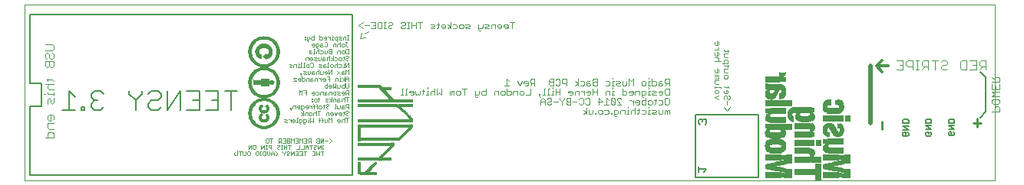
<source format=gbo>
G75*
%MOIN*%
%OFA0B0*%
%FSLAX24Y24*%
%IPPOS*%
%LPD*%
%AMOC8*
5,1,8,0,0,1.08239X$1,22.5*
%
%ADD10C,0.0010*%
%ADD11C,0.0020*%
%ADD12C,0.0070*%
%ADD13C,0.0030*%
%ADD14C,0.0200*%
%ADD15C,0.0060*%
%ADD16C,0.0050*%
%ADD17C,0.0090*%
%ADD18C,0.0040*%
%ADD19C,0.0120*%
%ADD20C,0.0080*%
%ADD21R,0.0004X0.0091*%
%ADD22R,0.0004X0.0061*%
%ADD23R,0.0004X0.0156*%
%ADD24R,0.0004X0.0103*%
%ADD25R,0.0004X0.0198*%
%ADD26R,0.0004X0.0129*%
%ADD27R,0.0004X0.0065*%
%ADD28R,0.0004X0.0068*%
%ADD29R,0.0004X0.0228*%
%ADD30R,0.0004X0.0152*%
%ADD31R,0.0004X0.0110*%
%ADD32R,0.0004X0.0114*%
%ADD33R,0.0004X0.0255*%
%ADD34R,0.0004X0.0171*%
%ADD35R,0.0004X0.0137*%
%ADD36R,0.0004X0.0148*%
%ADD37R,0.0004X0.0277*%
%ADD38R,0.0004X0.0186*%
%ADD39R,0.0004X0.0160*%
%ADD40R,0.0004X0.0171*%
%ADD41R,0.0004X0.0251*%
%ADD42R,0.0004X0.0205*%
%ADD43R,0.0004X0.0296*%
%ADD44R,0.0004X0.0201*%
%ADD45R,0.0004X0.0220*%
%ADD46R,0.0004X0.0179*%
%ADD47R,0.0004X0.0224*%
%ADD48R,0.0004X0.0239*%
%ADD49R,0.0004X0.0194*%
%ADD50R,0.0004X0.0251*%
%ADD51R,0.0004X0.0315*%
%ADD52R,0.0004X0.0217*%
%ADD53R,0.0004X0.0213*%
%ADD54R,0.0004X0.0247*%
%ADD55R,0.0004X0.0251*%
%ADD56R,0.0004X0.0213*%
%ADD57R,0.0004X0.0334*%
%ADD58R,0.0004X0.0232*%
%ADD59R,0.0004X0.0220*%
%ADD60R,0.0004X0.0209*%
%ADD61R,0.0004X0.0224*%
%ADD62R,0.0004X0.0239*%
%ADD63R,0.0004X0.0228*%
%ADD64R,0.0004X0.0247*%
%ADD65R,0.0004X0.0346*%
%ADD66R,0.0004X0.0239*%
%ADD67R,0.0004X0.0224*%
%ADD68R,0.0004X0.0243*%
%ADD69R,0.0004X0.0247*%
%ADD70R,0.0004X0.0361*%
%ADD71R,0.0004X0.0255*%
%ADD72R,0.0004X0.0236*%
%ADD73R,0.0004X0.0255*%
%ADD74R,0.0004X0.0247*%
%ADD75R,0.0004X0.0372*%
%ADD76R,0.0004X0.0262*%
%ADD77R,0.0004X0.0270*%
%ADD78R,0.0004X0.0388*%
%ADD79R,0.0004X0.0270*%
%ADD80R,0.0004X0.0277*%
%ADD81R,0.0004X0.0220*%
%ADD82R,0.0004X0.0395*%
%ADD83R,0.0004X0.0266*%
%ADD84R,0.0004X0.0293*%
%ADD85R,0.0004X0.0243*%
%ADD86R,0.0004X0.0220*%
%ADD87R,0.0004X0.0407*%
%ADD88R,0.0004X0.0289*%
%ADD89R,0.0004X0.0274*%
%ADD90R,0.0004X0.0304*%
%ADD91R,0.0004X0.0418*%
%ADD92R,0.0004X0.0277*%
%ADD93R,0.0004X0.0312*%
%ADD94R,0.0004X0.0426*%
%ADD95R,0.0004X0.0304*%
%ADD96R,0.0004X0.0289*%
%ADD97R,0.0004X0.0323*%
%ADD98R,0.0004X0.0433*%
%ADD99R,0.0004X0.0312*%
%ADD100R,0.0004X0.0331*%
%ADD101R,0.0004X0.0441*%
%ADD102R,0.0004X0.0319*%
%ADD103R,0.0004X0.0338*%
%ADD104R,0.0004X0.0228*%
%ADD105R,0.0004X0.0448*%
%ADD106R,0.0004X0.0312*%
%ADD107R,0.0004X0.0346*%
%ADD108R,0.0004X0.0456*%
%ADD109R,0.0004X0.0327*%
%ADD110R,0.0004X0.0357*%
%ADD111R,0.0004X0.0464*%
%ADD112R,0.0004X0.0323*%
%ADD113R,0.0004X0.0365*%
%ADD114R,0.0004X0.0471*%
%ADD115R,0.0004X0.0342*%
%ADD116R,0.0004X0.0369*%
%ADD117R,0.0004X0.0236*%
%ADD118R,0.0004X0.0479*%
%ADD119R,0.0004X0.0346*%
%ADD120R,0.0004X0.0331*%
%ADD121R,0.0004X0.0376*%
%ADD122R,0.0004X0.0486*%
%ADD123R,0.0004X0.0350*%
%ADD124R,0.0004X0.0338*%
%ADD125R,0.0004X0.0384*%
%ADD126R,0.0004X0.0239*%
%ADD127R,0.0004X0.0490*%
%ADD128R,0.0004X0.0391*%
%ADD129R,0.0004X0.0494*%
%ADD130R,0.0004X0.0361*%
%ADD131R,0.0004X0.0350*%
%ADD132R,0.0004X0.0638*%
%ADD133R,0.0004X0.0502*%
%ADD134R,0.0004X0.0369*%
%ADD135R,0.0004X0.0353*%
%ADD136R,0.0004X0.0642*%
%ADD137R,0.0004X0.0243*%
%ADD138R,0.0004X0.0505*%
%ADD139R,0.0004X0.0642*%
%ADD140R,0.0004X0.0509*%
%ADD141R,0.0004X0.0646*%
%ADD142R,0.0004X0.0243*%
%ADD143R,0.0004X0.0517*%
%ADD144R,0.0004X0.0376*%
%ADD145R,0.0004X0.0646*%
%ADD146R,0.0004X0.0517*%
%ADD147R,0.0004X0.0600*%
%ADD148R,0.0004X0.0369*%
%ADD149R,0.0004X0.0650*%
%ADD150R,0.0004X0.0524*%
%ADD151R,0.0004X0.0604*%
%ADD152R,0.0004X0.0528*%
%ADD153R,0.0004X0.0604*%
%ADD154R,0.0004X0.0650*%
%ADD155R,0.0004X0.0532*%
%ADD156R,0.0004X0.0650*%
%ADD157R,0.0004X0.0536*%
%ADD158R,0.0004X0.0608*%
%ADD159R,0.0004X0.0654*%
%ADD160R,0.0004X0.0540*%
%ADD161R,0.0004X0.0608*%
%ADD162R,0.0004X0.0654*%
%ADD163R,0.0004X0.0258*%
%ADD164R,0.0004X0.0543*%
%ADD165R,0.0004X0.0657*%
%ADD166R,0.0004X0.0258*%
%ADD167R,0.0004X0.0547*%
%ADD168R,0.0004X0.0612*%
%ADD169R,0.0004X0.0657*%
%ADD170R,0.0004X0.0547*%
%ADD171R,0.0004X0.0612*%
%ADD172R,0.0004X0.0555*%
%ADD173R,0.0004X0.0661*%
%ADD174R,0.0004X0.0555*%
%ADD175R,0.0004X0.0616*%
%ADD176R,0.0004X0.0661*%
%ADD177R,0.0004X0.0266*%
%ADD178R,0.0004X0.0559*%
%ADD179R,0.0004X0.0616*%
%ADD180R,0.0004X0.0562*%
%ADD181R,0.0004X0.0562*%
%ADD182R,0.0004X0.0665*%
%ADD183R,0.0004X0.0570*%
%ADD184R,0.0004X0.0661*%
%ADD185R,0.0004X0.0570*%
%ADD186R,0.0004X0.0619*%
%ADD187R,0.0004X0.0661*%
%ADD188R,0.0004X0.0619*%
%ADD189R,0.0004X0.0665*%
%ADD190R,0.0004X0.0274*%
%ADD191R,0.0004X0.0296*%
%ADD192R,0.0004X0.0327*%
%ADD193R,0.0004X0.0281*%
%ADD194R,0.0004X0.0315*%
%ADD195R,0.0004X0.0304*%
%ADD196R,0.0004X0.0281*%
%ADD197R,0.0004X0.0289*%
%ADD198R,0.0004X0.0300*%
%ADD199R,0.0004X0.0270*%
%ADD200R,0.0004X0.0296*%
%ADD201R,0.0004X0.0281*%
%ADD202R,0.0004X0.0289*%
%ADD203R,0.0004X0.0308*%
%ADD204R,0.0004X0.0293*%
%ADD205R,0.0004X0.0258*%
%ADD206R,0.0004X0.0262*%
%ADD207R,0.0004X0.0285*%
%ADD208R,0.0004X0.0266*%
%ADD209R,0.0004X0.0258*%
%ADD210R,0.0004X0.0266*%
%ADD211R,0.0004X0.0251*%
%ADD212R,0.0004X0.0274*%
%ADD213R,0.0004X0.0274*%
%ADD214R,0.0004X0.0270*%
%ADD215R,0.0004X0.0236*%
%ADD216R,0.0004X0.0262*%
%ADD217R,0.0004X0.0236*%
%ADD218R,0.0004X0.0262*%
%ADD219R,0.0004X0.0312*%
%ADD220R,0.0004X0.0319*%
%ADD221R,0.0004X0.0327*%
%ADD222R,0.0004X0.0334*%
%ADD223R,0.0004X0.0342*%
%ADD224R,0.0004X0.0350*%
%ADD225R,0.0004X0.0350*%
%ADD226R,0.0004X0.0357*%
%ADD227R,0.0004X0.0281*%
%ADD228R,0.0004X0.0365*%
%ADD229R,0.0004X0.0285*%
%ADD230R,0.0004X0.0300*%
%ADD231R,0.0004X0.0372*%
%ADD232R,0.0004X0.0372*%
%ADD233R,0.0004X0.0182*%
%ADD234R,0.0004X0.0323*%
%ADD235R,0.0004X0.0182*%
%ADD236R,0.0004X0.0593*%
%ADD237R,0.0004X0.0186*%
%ADD238R,0.0004X0.0589*%
%ADD239R,0.0004X0.0581*%
%ADD240R,0.0004X0.0578*%
%ADD241R,0.0004X0.0574*%
%ADD242R,0.0004X0.0182*%
%ADD243R,0.0004X0.0186*%
%ADD244R,0.0004X0.0186*%
%ADD245R,0.0004X0.0559*%
%ADD246R,0.0004X0.0551*%
%ADD247R,0.0004X0.0547*%
%ADD248R,0.0004X0.0540*%
%ADD249R,0.0004X0.0190*%
%ADD250R,0.0004X0.0536*%
%ADD251R,0.0004X0.0528*%
%ADD252R,0.0004X0.0521*%
%ADD253R,0.0004X0.0513*%
%ADD254R,0.0004X0.0505*%
%ADD255R,0.0004X0.0190*%
%ADD256R,0.0004X0.0498*%
%ADD257R,0.0004X0.0483*%
%ADD258R,0.0004X0.0475*%
%ADD259R,0.0004X0.0464*%
%ADD260R,0.0004X0.0456*%
%ADD261R,0.0004X0.0445*%
%ADD262R,0.0004X0.0194*%
%ADD263R,0.0004X0.0414*%
%ADD264R,0.0004X0.0403*%
%ADD265R,0.0004X0.0391*%
%ADD266R,0.0004X0.0384*%
%ADD267R,0.0004X0.0194*%
%ADD268R,0.0004X0.0353*%
%ADD269R,0.0004X0.0194*%
%ADD270R,0.0004X0.0198*%
%ADD271R,0.0004X0.0198*%
%ADD272R,0.0004X0.0198*%
%ADD273R,0.0004X0.0011*%
%ADD274R,0.0004X0.0038*%
%ADD275R,0.0004X0.0201*%
%ADD276R,0.0004X0.0414*%
%ADD277R,0.0004X0.0232*%
%ADD278R,0.0004X0.0293*%
%ADD279R,0.0004X0.0566*%
%ADD280R,0.0004X0.0559*%
%ADD281R,0.0004X0.0608*%
%ADD282R,0.0004X0.0608*%
%ADD283R,0.0004X0.0600*%
%ADD284R,0.0004X0.0597*%
%ADD285R,0.0004X0.0532*%
%ADD286R,0.0004X0.0597*%
%ADD287R,0.0004X0.0593*%
%ADD288R,0.0004X0.0597*%
%ADD289R,0.0004X0.0182*%
%ADD290R,0.0004X0.0524*%
%ADD291R,0.0004X0.0578*%
%ADD292R,0.0004X0.0574*%
%ADD293R,0.0004X0.0175*%
%ADD294R,0.0004X0.0509*%
%ADD295R,0.0004X0.0589*%
%ADD296R,0.0004X0.0566*%
%ADD297R,0.0004X0.0585*%
%ADD298R,0.0004X0.0559*%
%ADD299R,0.0004X0.0167*%
%ADD300R,0.0004X0.0585*%
%ADD301R,0.0004X0.0551*%
%ADD302R,0.0004X0.0163*%
%ADD303R,0.0004X0.0486*%
%ADD304R,0.0004X0.0543*%
%ADD305R,0.0004X0.0160*%
%ADD306R,0.0004X0.0156*%
%ADD307R,0.0004X0.0536*%
%ADD308R,0.0004X0.0148*%
%ADD309R,0.0004X0.0201*%
%ADD310R,0.0004X0.0513*%
%ADD311R,0.0004X0.0144*%
%ADD312R,0.0004X0.0448*%
%ADD313R,0.0004X0.0141*%
%ADD314R,0.0004X0.0201*%
%ADD315R,0.0004X0.0441*%
%ADD316R,0.0004X0.0494*%
%ADD317R,0.0004X0.0137*%
%ADD318R,0.0004X0.0133*%
%ADD319R,0.0004X0.0467*%
%ADD320R,0.0004X0.0122*%
%ADD321R,0.0004X0.0118*%
%ADD322R,0.0004X0.0445*%
%ADD323R,0.0004X0.0114*%
%ADD324R,0.0004X0.0384*%
%ADD325R,0.0004X0.0429*%
%ADD326R,0.0004X0.0106*%
%ADD327R,0.0004X0.0422*%
%ADD328R,0.0004X0.0103*%
%ADD329R,0.0004X0.0407*%
%ADD330R,0.0004X0.0095*%
%ADD331R,0.0004X0.0084*%
%ADD332R,0.0004X0.0205*%
%ADD333R,0.0004X0.0353*%
%ADD334R,0.0004X0.0076*%
%ADD335R,0.0004X0.0068*%
%ADD336R,0.0004X0.0057*%
%ADD337R,0.0004X0.0046*%
%ADD338R,0.0004X0.0133*%
%ADD339R,0.0004X0.0034*%
%ADD340R,0.0004X0.0106*%
%ADD341R,0.0004X0.0015*%
%ADD342R,0.0004X0.0426*%
%ADD343R,0.0004X0.0065*%
%ADD344R,0.0004X0.0175*%
%ADD345R,0.0004X0.0429*%
%ADD346R,0.0004X0.0426*%
%ADD347R,0.0004X0.0422*%
%ADD348R,0.0004X0.0418*%
%ADD349R,0.0004X0.0414*%
%ADD350R,0.0004X0.0414*%
%ADD351R,0.0004X0.0410*%
%ADD352R,0.0004X0.0410*%
%ADD353R,0.0004X0.0407*%
%ADD354R,0.0004X0.0099*%
%ADD355R,0.0004X0.0167*%
%ADD356R,0.0004X0.0403*%
%ADD357R,0.0004X0.0300*%
%ADD358R,0.0004X0.0403*%
%ADD359R,0.0004X0.0399*%
%ADD360R,0.0004X0.0399*%
%ADD361R,0.0004X0.0372*%
%ADD362R,0.0004X0.0403*%
%ADD363R,0.0004X0.0418*%
%ADD364R,0.0004X0.0395*%
%ADD365R,0.0004X0.0437*%
%ADD366R,0.0004X0.0448*%
%ADD367R,0.0004X0.0460*%
%ADD368R,0.0004X0.0467*%
%ADD369R,0.0004X0.0475*%
%ADD370R,0.0004X0.0490*%
%ADD371R,0.0004X0.0498*%
%ADD372R,0.0004X0.0388*%
%ADD373R,0.0004X0.0513*%
%ADD374R,0.0004X0.0384*%
%ADD375R,0.0004X0.0543*%
%ADD376R,0.0004X0.0380*%
%ADD377R,0.0004X0.0566*%
%ADD378R,0.0004X0.0380*%
%ADD379R,0.0004X0.0578*%
%ADD380R,0.0004X0.0585*%
%ADD381R,0.0004X0.0585*%
%ADD382R,0.0004X0.0589*%
%ADD383R,0.0004X0.0255*%
%ADD384R,0.0004X0.0053*%
%ADD385R,0.0004X0.0099*%
%ADD386R,0.0004X0.0122*%
%ADD387R,0.0004X0.0144*%
%ADD388R,0.0004X0.0179*%
%ADD389R,0.0004X0.0209*%
%ADD390R,0.0004X0.0217*%
%ADD391R,0.0004X0.0293*%
%ADD392R,0.0004X0.0578*%
%ADD393R,0.0004X0.0581*%
%ADD394R,0.0004X0.0589*%
%ADD395R,0.0004X0.0597*%
%ADD396R,0.0004X0.0604*%
%ADD397R,0.0004X0.0616*%
%ADD398R,0.0004X0.0616*%
%ADD399R,0.0004X0.0619*%
%ADD400R,0.0004X0.0619*%
%ADD401R,0.0004X0.0604*%
%ADD402R,0.0004X0.0217*%
%ADD403R,0.0004X0.0365*%
%ADD404R,0.0004X0.0369*%
%ADD405R,0.0004X0.0361*%
%ADD406R,0.0004X0.0346*%
%ADD407R,0.0004X0.0331*%
%ADD408R,0.0004X0.0308*%
%ADD409R,0.0004X0.0304*%
%ADD410R,0.0004X0.0300*%
%ADD411R,0.0004X0.0296*%
%ADD412R,0.0004X0.0144*%
%ADD413R,0.0004X0.0110*%
%ADD414R,0.0004X0.0125*%
%ADD415R,0.0004X0.0095*%
%ADD416R,0.0004X0.0057*%
%ADD417R,0.0004X0.0707*%
%ADD418R,0.0004X0.0707*%
%ADD419R,0.0004X0.0091*%
%ADD420R,0.0004X0.0091*%
%ADD421R,0.0004X0.0152*%
%ADD422R,0.0004X0.0156*%
%ADD423R,0.0004X0.0110*%
%ADD424R,0.0004X0.0342*%
%ADD425R,0.0004X0.0395*%
%ADD426R,0.0004X0.0433*%
%ADD427R,0.0004X0.0441*%
%ADD428R,0.0004X0.0452*%
%ADD429R,0.0004X0.0315*%
%ADD430R,0.0004X0.0460*%
%ADD431R,0.0004X0.0464*%
%ADD432R,0.0004X0.0471*%
%ADD433R,0.0004X0.0331*%
%ADD434R,0.0004X0.0483*%
%ADD435R,0.0004X0.0479*%
%ADD436R,0.0004X0.0490*%
%ADD437R,0.0004X0.0502*%
%ADD438R,0.0004X0.0509*%
%ADD439R,0.0004X0.0509*%
%ADD440R,0.0004X0.0365*%
%ADD441R,0.0004X0.0521*%
%ADD442R,0.0004X0.0524*%
%ADD443R,0.0004X0.0524*%
%ADD444R,0.0004X0.0532*%
%ADD445R,0.0004X0.0532*%
%ADD446R,0.0004X0.0551*%
%ADD447R,0.0004X0.0551*%
%ADD448R,0.0004X0.0555*%
%ADD449R,0.0004X0.0228*%
%ADD450R,0.0004X0.0308*%
%ADD451R,0.0004X0.0224*%
%ADD452R,0.0004X0.0217*%
%ADD453R,0.0004X0.0388*%
%ADD454R,0.0004X0.0395*%
%ADD455R,0.0004X0.0437*%
%ADD456R,0.0004X0.0399*%
%ADD457R,0.0004X0.0361*%
%ADD458R,0.0004X0.0334*%
%ADD459R,0.0004X0.0327*%
%ADD460R,0.0004X0.0209*%
%ADD461R,0.0004X0.0209*%
%ADD462R,0.0004X0.0543*%
%ADD463R,0.0004X0.0505*%
%ADD464R,0.0004X0.0502*%
%ADD465R,0.0004X0.0483*%
%ADD466R,0.0004X0.0467*%
%ADD467R,0.0004X0.0460*%
%ADD468R,0.0004X0.0452*%
%ADD469R,0.0004X0.0437*%
%ADD470R,0.0004X0.0429*%
%ADD471R,0.0004X0.0353*%
%ADD472R,0.0004X0.0156*%
%ADD473R,0.0004X0.0091*%
%ADD474R,0.0002X0.0543*%
%ADD475R,0.0002X0.0120*%
%ADD476R,0.0002X0.0706*%
%ADD477R,0.0002X0.0118*%
%ADD478R,0.0002X0.0543*%
%ADD479R,0.0002X0.0120*%
%ADD480R,0.0002X0.0706*%
%ADD481R,0.0002X0.0118*%
%ADD482R,0.0002X0.0118*%
%ADD483R,0.0002X0.0118*%
%ADD484R,0.0002X0.0122*%
%ADD485R,0.0002X0.0123*%
%ADD486R,0.0002X0.0127*%
%ADD487R,0.0002X0.0129*%
%ADD488R,0.0002X0.0131*%
%ADD489R,0.0002X0.0133*%
%ADD490R,0.0002X0.0135*%
%ADD491R,0.0002X0.0137*%
%ADD492R,0.0002X0.0139*%
%ADD493R,0.0002X0.0141*%
%ADD494R,0.0002X0.0143*%
%ADD495R,0.0002X0.0145*%
%ADD496R,0.0002X0.0147*%
%ADD497R,0.0002X0.0149*%
%ADD498R,0.0002X0.0151*%
%ADD499R,0.0002X0.0153*%
%ADD500R,0.0002X0.0155*%
%ADD501R,0.0002X0.0157*%
%ADD502R,0.0002X0.0159*%
%ADD503R,0.0002X0.0161*%
%ADD504R,0.0002X0.0165*%
%ADD505R,0.0002X0.0167*%
%ADD506R,0.0002X0.0169*%
%ADD507R,0.0002X0.0171*%
%ADD508R,0.0002X0.0172*%
%ADD509R,0.0002X0.0174*%
%ADD510R,0.0002X0.0176*%
%ADD511R,0.0002X0.0178*%
%ADD512R,0.0002X0.0180*%
%ADD513R,0.0002X0.0182*%
%ADD514R,0.0002X0.0184*%
%ADD515R,0.0002X0.0186*%
%ADD516R,0.0002X0.0188*%
%ADD517R,0.0002X0.0190*%
%ADD518R,0.0002X0.0192*%
%ADD519R,0.0002X0.0194*%
%ADD520R,0.0002X0.0196*%
%ADD521R,0.0002X0.0198*%
%ADD522R,0.0002X0.0202*%
%ADD523R,0.0002X0.0204*%
%ADD524R,0.0002X0.0206*%
%ADD525R,0.0002X0.0208*%
%ADD526R,0.0002X0.0210*%
%ADD527R,0.0002X0.0212*%
%ADD528R,0.0002X0.0214*%
%ADD529R,0.0002X0.0216*%
%ADD530R,0.0002X0.0218*%
%ADD531R,0.0002X0.0220*%
%ADD532R,0.0002X0.0221*%
%ADD533R,0.0002X0.0223*%
%ADD534R,0.0002X0.0225*%
%ADD535R,0.0002X0.0227*%
%ADD536R,0.0002X0.0229*%
%ADD537R,0.0002X0.0231*%
%ADD538R,0.0002X0.0233*%
%ADD539R,0.0002X0.0237*%
%ADD540R,0.0002X0.0239*%
%ADD541R,0.0002X0.0241*%
%ADD542R,0.0002X0.0243*%
%ADD543R,0.0002X0.0245*%
%ADD544R,0.0002X0.0247*%
%ADD545R,0.0002X0.0249*%
%ADD546R,0.0002X0.0251*%
%ADD547R,0.0002X0.0253*%
%ADD548R,0.0002X0.0255*%
%ADD549R,0.0002X0.0257*%
%ADD550R,0.0002X0.0259*%
%ADD551R,0.0002X0.0261*%
%ADD552R,0.0002X0.0263*%
%ADD553R,0.0002X0.0265*%
%ADD554R,0.0002X0.0267*%
%ADD555R,0.0002X0.0269*%
%ADD556R,0.0002X0.0272*%
%ADD557R,0.0002X0.0274*%
%ADD558R,0.0002X0.0276*%
%ADD559R,0.0002X0.0278*%
%ADD560R,0.0002X0.0280*%
%ADD561R,0.0002X0.0282*%
%ADD562R,0.0002X0.0284*%
%ADD563R,0.0002X0.0286*%
%ADD564R,0.0002X0.0288*%
%ADD565R,0.0002X0.0290*%
%ADD566R,0.0002X0.0171*%
%ADD567R,0.0002X0.0172*%
%ADD568R,0.0002X0.0172*%
%ADD569R,0.0002X0.0169*%
%ADD570R,0.0002X0.0169*%
%ADD571R,0.0002X0.0167*%
%ADD572R,0.0002X0.0165*%
%ADD573R,0.0002X0.0165*%
%ADD574R,0.0002X0.0163*%
%ADD575R,0.0002X0.0163*%
%ADD576R,0.0002X0.0161*%
%ADD577R,0.0002X0.0161*%
%ADD578R,0.0002X0.0159*%
%ADD579R,0.0002X0.0157*%
%ADD580R,0.0002X0.0145*%
%ADD581R,0.0002X0.0139*%
%ADD582R,0.0002X0.0137*%
%ADD583R,0.0002X0.0135*%
%ADD584R,0.0002X0.0125*%
%ADD585R,0.0002X0.0122*%
%ADD586R,0.0002X0.0116*%
%ADD587R,0.0002X0.0114*%
%ADD588R,0.0002X0.0112*%
%ADD589R,0.0002X0.0110*%
%ADD590R,0.0002X0.0108*%
%ADD591R,0.0002X0.0106*%
%ADD592R,0.0002X0.0102*%
%ADD593R,0.0002X0.0100*%
%ADD594R,0.0002X0.0098*%
%ADD595R,0.0002X0.0096*%
%ADD596R,0.0002X0.0094*%
%ADD597R,0.0002X0.0092*%
%ADD598R,0.0002X0.0090*%
%ADD599R,0.0002X0.0088*%
%ADD600R,0.0002X0.0086*%
%ADD601R,0.0002X0.0084*%
%ADD602R,0.0002X0.0082*%
%ADD603R,0.0002X0.0080*%
%ADD604R,0.0002X0.0076*%
%ADD605R,0.0002X0.0074*%
%ADD606R,0.0002X0.0073*%
%ADD607R,0.0002X0.0071*%
%ADD608R,0.0002X0.0069*%
%ADD609R,0.0002X0.0067*%
%ADD610R,0.0002X0.0065*%
%ADD611R,0.0002X0.0063*%
%ADD612R,0.0002X0.0061*%
%ADD613R,0.0002X0.0122*%
%ADD614R,0.0002X0.0125*%
%ADD615R,0.0002X0.0129*%
%ADD616R,0.0002X0.0129*%
%ADD617R,0.0002X0.0133*%
%ADD618R,0.0002X0.0143*%
%ADD619R,0.0002X0.0147*%
%ADD620R,0.0002X0.0151*%
%ADD621R,0.0002X0.0151*%
%ADD622R,0.0002X0.0153*%
%ADD623R,0.0002X0.0155*%
%ADD624R,0.0002X0.0182*%
%ADD625R,0.0002X0.0186*%
%ADD626R,0.0002X0.0200*%
%ADD627R,0.0002X0.0204*%
%ADD628R,0.0002X0.0208*%
%ADD629R,0.0002X0.0214*%
%ADD630R,0.0002X0.0169*%
%ADD631R,0.0002X0.0218*%
%ADD632R,0.0002X0.0225*%
%ADD633R,0.0002X0.0229*%
%ADD634R,0.0002X0.0233*%
%ADD635R,0.0002X0.0235*%
%ADD636R,0.0002X0.0241*%
%ADD637R,0.0002X0.0247*%
%ADD638R,0.0002X0.0251*%
%ADD639R,0.0002X0.0257*%
%ADD640R,0.0002X0.0263*%
%ADD641R,0.0002X0.0269*%
%ADD642R,0.0002X0.0270*%
%ADD643R,0.0002X0.0272*%
%ADD644R,0.0002X0.0155*%
%ADD645R,0.0002X0.0190*%
%ADD646R,0.0002X0.0192*%
%ADD647R,0.0002X0.0212*%
%ADD648R,0.0002X0.0233*%
%ADD649R,0.0002X0.0235*%
%ADD650R,0.0002X0.0237*%
%ADD651R,0.0002X0.0255*%
%ADD652R,0.0002X0.0259*%
%ADD653R,0.0002X0.0261*%
%ADD654R,0.0002X0.0276*%
%ADD655R,0.0002X0.0280*%
%ADD656R,0.0002X0.0157*%
%ADD657R,0.0002X0.0288*%
%ADD658R,0.0002X0.0284*%
%ADD659R,0.0002X0.0161*%
%ADD660R,0.0002X0.0278*%
%ADD661R,0.0002X0.0239*%
%ADD662R,0.0002X0.0255*%
%ADD663R,0.0002X0.0233*%
%ADD664R,0.0002X0.0190*%
%ADD665R,0.0002X0.0212*%
%ADD666R,0.0002X0.0188*%
%ADD667R,0.0002X0.0122*%
%ADD668R,0.0002X0.0149*%
%ADD669R,0.0002X0.0125*%
%ADD670R,0.0002X0.0147*%
%ADD671R,0.0002X0.0194*%
%ADD672R,0.0002X0.0208*%
%ADD673R,0.0002X0.0216*%
%ADD674R,0.0002X0.0229*%
%ADD675R,0.0002X0.0251*%
%ADD676R,0.0002X0.0272*%
%ADD677R,0.0002X0.0151*%
%ADD678R,0.0002X0.0147*%
%ADD679R,0.0002X0.0245*%
%ADD680R,0.0002X0.0274*%
%ADD681R,0.0002X0.0225*%
%ADD682R,0.0002X0.0249*%
%ADD683R,0.0002X0.0204*%
%ADD684R,0.0002X0.0221*%
%ADD685R,0.0002X0.0180*%
%ADD686R,0.0002X0.0196*%
%ADD687R,0.0002X0.0135*%
%ADD688R,0.0002X0.0139*%
%ADD689R,0.0003X0.0004*%
%ADD690R,0.0003X0.0105*%
%ADD691R,0.0003X0.0119*%
%ADD692R,0.0003X0.0003*%
%ADD693R,0.0004X0.0182*%
%ADD694R,0.0004X0.0004*%
%ADD695R,0.0004X0.0178*%
%ADD696R,0.0004X0.0189*%
%ADD697R,0.0004X0.0224*%
%ADD698R,0.0004X0.0235*%
%ADD699R,0.0004X0.0003*%
%ADD700R,0.0004X0.0231*%
%ADD701R,0.0004X0.0266*%
%ADD702R,0.0004X0.0270*%
%ADD703R,0.0004X0.0273*%
%ADD704R,0.0004X0.0297*%
%ADD705R,0.0004X0.0308*%
%ADD706R,0.0003X0.0325*%
%ADD707R,0.0003X0.0333*%
%ADD708R,0.0004X0.0354*%
%ADD709R,0.0004X0.0360*%
%ADD710R,0.0004X0.0375*%
%ADD711R,0.0004X0.0385*%
%ADD712R,0.0004X0.0399*%
%ADD713R,0.0004X0.0410*%
%ADD714R,0.0004X0.0420*%
%ADD715R,0.0004X0.0430*%
%ADD716R,0.0003X0.0445*%
%ADD717R,0.0003X0.0448*%
%ADD718R,0.0003X0.0455*%
%ADD719R,0.0004X0.0462*%
%ADD720R,0.0004X0.0469*%
%ADD721R,0.0004X0.0480*%
%ADD722R,0.0004X0.0490*%
%ADD723R,0.0004X0.0497*%
%ADD724R,0.0004X0.0504*%
%ADD725R,0.0004X0.0508*%
%ADD726R,0.0004X0.0515*%
%ADD727R,0.0004X0.0521*%
%ADD728R,0.0004X0.0525*%
%ADD729R,0.0003X0.0532*%
%ADD730R,0.0003X0.0539*%
%ADD731R,0.0004X0.0546*%
%ADD732R,0.0004X0.0553*%
%ADD733R,0.0004X0.0564*%
%ADD734R,0.0004X0.0570*%
%ADD735R,0.0004X0.0578*%
%ADD736R,0.0004X0.0581*%
%ADD737R,0.0004X0.0585*%
%ADD738R,0.0004X0.0595*%
%ADD739R,0.0004X0.0598*%
%ADD740R,0.0003X0.0605*%
%ADD741R,0.0003X0.0609*%
%ADD742R,0.0003X0.0612*%
%ADD743R,0.0004X0.0619*%
%ADD744R,0.0004X0.0626*%
%ADD745R,0.0004X0.0627*%
%ADD746R,0.0004X0.0634*%
%ADD747R,0.0004X0.0637*%
%ADD748R,0.0004X0.0640*%
%ADD749R,0.0004X0.0644*%
%ADD750R,0.0004X0.0651*%
%ADD751R,0.0004X0.0655*%
%ADD752R,0.0004X0.0658*%
%ADD753R,0.0004X0.0661*%
%ADD754R,0.0004X0.0662*%
%ADD755R,0.0003X0.0672*%
%ADD756R,0.0003X0.0675*%
%ADD757R,0.0004X0.0683*%
%ADD758R,0.0004X0.0686*%
%ADD759R,0.0004X0.0693*%
%ADD760R,0.0004X0.0700*%
%ADD761R,0.0004X0.0697*%
%ADD762R,0.0004X0.0707*%
%ADD763R,0.0004X0.0707*%
%ADD764R,0.0004X0.0710*%
%ADD765R,0.0004X0.0717*%
%ADD766R,0.0004X0.0721*%
%ADD767R,0.0003X0.0728*%
%ADD768R,0.0003X0.0731*%
%ADD769R,0.0003X0.0732*%
%ADD770R,0.0004X0.0739*%
%ADD771R,0.0004X0.0742*%
%ADD772R,0.0004X0.0738*%
%ADD773R,0.0004X0.0749*%
%ADD774R,0.0004X0.0752*%
%ADD775R,0.0004X0.0759*%
%ADD776R,0.0004X0.0760*%
%ADD777R,0.0004X0.0770*%
%ADD778R,0.0004X0.0773*%
%ADD779R,0.0003X0.0392*%
%ADD780R,0.0003X0.0007*%
%ADD781R,0.0003X0.0375*%
%ADD782R,0.0003X0.0346*%
%ADD783R,0.0003X0.0007*%
%ADD784R,0.0003X0.0010*%
%ADD785R,0.0004X0.0336*%
%ADD786R,0.0004X0.0319*%
%ADD787R,0.0004X0.0326*%
%ADD788R,0.0004X0.0315*%
%ADD789R,0.0004X0.0311*%
%ADD790R,0.0004X0.0301*%
%ADD791R,0.0004X0.0291*%
%ADD792R,0.0004X0.0294*%
%ADD793R,0.0004X0.0287*%
%ADD794R,0.0004X0.0290*%
%ADD795R,0.0004X0.0276*%
%ADD796R,0.0004X0.0273*%
%ADD797R,0.0004X0.0284*%
%ADD798R,0.0003X0.0280*%
%ADD799R,0.0003X0.0277*%
%ADD800R,0.0003X0.0270*%
%ADD801R,0.0003X0.0273*%
%ADD802R,0.0004X0.0269*%
%ADD803R,0.0004X0.0262*%
%ADD804R,0.0004X0.0259*%
%ADD805R,0.0004X0.0252*%
%ADD806R,0.0004X0.0255*%
%ADD807R,0.0004X0.0252*%
%ADD808R,0.0004X0.0256*%
%ADD809R,0.0004X0.0248*%
%ADD810R,0.0004X0.0249*%
%ADD811R,0.0004X0.0245*%
%ADD812R,0.0004X0.0241*%
%ADD813R,0.0003X0.0245*%
%ADD814R,0.0003X0.0238*%
%ADD815R,0.0003X0.0242*%
%ADD816R,0.0004X0.0238*%
%ADD817R,0.0004X0.0234*%
%ADD818R,0.0004X0.0231*%
%ADD819R,0.0004X0.0227*%
%ADD820R,0.0004X0.0220*%
%ADD821R,0.0004X0.0221*%
%ADD822R,0.0003X0.0220*%
%ADD823R,0.0003X0.0224*%
%ADD824R,0.0003X0.0217*%
%ADD825R,0.0003X0.0214*%
%ADD826R,0.0004X0.0217*%
%ADD827R,0.0004X0.0217*%
%ADD828R,0.0004X0.0214*%
%ADD829R,0.0004X0.0210*%
%ADD830R,0.0004X0.0213*%
%ADD831R,0.0004X0.0206*%
%ADD832R,0.0004X0.0207*%
%ADD833R,0.0003X0.0206*%
%ADD834R,0.0003X0.0207*%
%ADD835R,0.0003X0.0203*%
%ADD836R,0.0004X0.0203*%
%ADD837R,0.0004X0.0203*%
%ADD838R,0.0004X0.0199*%
%ADD839R,0.0004X0.0196*%
%ADD840R,0.0004X0.0200*%
%ADD841R,0.0004X0.0196*%
%ADD842R,0.0003X0.0196*%
%ADD843R,0.0003X0.0192*%
%ADD844R,0.0003X0.0196*%
%ADD845R,0.0004X0.0192*%
%ADD846R,0.0004X0.0189*%
%ADD847R,0.0004X0.0185*%
%ADD848R,0.0004X0.0186*%
%ADD849R,0.0003X0.0185*%
%ADD850R,0.0003X0.0189*%
%ADD851R,0.0003X0.0182*%
%ADD852R,0.0004X0.0182*%
%ADD853R,0.0004X0.0179*%
%ADD854R,0.0003X0.0179*%
%ADD855R,0.0003X0.0210*%
%ADD856R,0.0003X0.0178*%
%ADD857R,0.0003X0.0175*%
%ADD858R,0.0004X0.0175*%
%ADD859R,0.0004X0.0171*%
%ADD860R,0.0004X0.0172*%
%ADD861R,0.0003X0.0171*%
%ADD862R,0.0003X0.0172*%
%ADD863R,0.0004X0.0168*%
%ADD864R,0.0004X0.0168*%
%ADD865R,0.0004X0.0165*%
%ADD866R,0.0003X0.0165*%
%ADD867R,0.0003X0.0168*%
%ADD868R,0.0003X0.0168*%
%ADD869R,0.0004X0.0164*%
%ADD870R,0.0004X0.0161*%
%ADD871R,0.0004X0.0161*%
%ADD872R,0.0004X0.0158*%
%ADD873R,0.0003X0.0161*%
%ADD874R,0.0003X0.0158*%
%ADD875R,0.0003X0.0161*%
%ADD876R,0.0003X0.0164*%
%ADD877R,0.0004X0.0007*%
%ADD878R,0.0004X0.0042*%
%ADD879R,0.0004X0.0115*%
%ADD880R,0.0004X0.0154*%
%ADD881R,0.0004X0.0154*%
%ADD882R,0.0003X0.0154*%
%ADD883R,0.0004X0.0150*%
%ADD884R,0.0003X0.0151*%
%ADD885R,0.0003X0.0147*%
%ADD886R,0.0003X0.0150*%
%ADD887R,0.0003X0.0297*%
%ADD888R,0.0004X0.0151*%
%ADD889R,0.0004X0.0147*%
%ADD890R,0.0004X0.0329*%
%ADD891R,0.0004X0.0147*%
%ADD892R,0.0004X0.0340*%
%ADD893R,0.0004X0.0350*%
%ADD894R,0.0003X0.0147*%
%ADD895R,0.0003X0.0364*%
%ADD896R,0.0004X0.0371*%
%ADD897R,0.0004X0.0144*%
%ADD898R,0.0004X0.0382*%
%ADD899R,0.0004X0.0143*%
%ADD900R,0.0004X0.0392*%
%ADD901R,0.0004X0.0403*%
%ADD902R,0.0003X0.0144*%
%ADD903R,0.0003X0.0410*%
%ADD904R,0.0004X0.0140*%
%ADD905R,0.0004X0.0417*%
%ADD906R,0.0004X0.0427*%
%ADD907R,0.0004X0.0437*%
%ADD908R,0.0004X0.0445*%
%ADD909R,0.0003X0.0140*%
%ADD910R,0.0003X0.0143*%
%ADD911R,0.0003X0.0452*%
%ADD912R,0.0004X0.0136*%
%ADD913R,0.0004X0.0458*%
%ADD914R,0.0004X0.0465*%
%ADD915R,0.0003X0.0136*%
%ADD916R,0.0003X0.0483*%
%ADD917R,0.0004X0.0133*%
%ADD918R,0.0004X0.0137*%
%ADD919R,0.0004X0.0497*%
%ADD920R,0.0003X0.0133*%
%ADD921R,0.0003X0.0515*%
%ADD922R,0.0003X0.0133*%
%ADD923R,0.0004X0.0133*%
%ADD924R,0.0004X0.0518*%
%ADD925R,0.0004X0.0529*%
%ADD926R,0.0004X0.0535*%
%ADD927R,0.0003X0.0535*%
%ADD928R,0.0004X0.0542*%
%ADD929R,0.0004X0.0130*%
%ADD930R,0.0004X0.0129*%
%ADD931R,0.0003X0.0130*%
%ADD932R,0.0003X0.0217*%
%ADD933R,0.0004X0.0039*%
%ADD934R,0.0004X0.0007*%
%ADD935R,0.0004X0.0049*%
%ADD936R,0.0004X0.0098*%
%ADD937R,0.0004X0.0095*%
%ADD938R,0.0004X0.0126*%
%ADD939R,0.0004X0.0123*%
%ADD940R,0.0003X0.0126*%
%ADD941R,0.0003X0.0129*%
%ADD942R,0.0003X0.0200*%
%ADD943R,0.0003X0.0221*%
%ADD944R,0.0003X0.0126*%
%ADD945R,0.0004X0.0126*%
%ADD946R,0.0004X0.0238*%
%ADD947R,0.0003X0.0266*%
%ADD948R,0.0003X0.0186*%
%ADD949R,0.0004X0.0280*%
%ADD950R,0.0004X0.0287*%
%ADD951R,0.0003X0.0301*%
%ADD952R,0.0003X0.0182*%
%ADD953R,0.0004X0.0308*%
%ADD954R,0.0004X0.0322*%
%ADD955R,0.0004X0.0322*%
%ADD956R,0.0003X0.0329*%
%ADD957R,0.0003X0.0123*%
%ADD958R,0.0004X0.0119*%
%ADD959R,0.0004X0.0364*%
%ADD960R,0.0004X0.0014*%
%ADD961R,0.0004X0.0010*%
%ADD962R,0.0004X0.0018*%
%ADD963R,0.0004X0.0011*%
%ADD964R,0.0004X0.0119*%
%ADD965R,0.0004X0.0105*%
%ADD966R,0.0004X0.0109*%
%ADD967R,0.0003X0.0084*%
%ADD968R,0.0003X0.0084*%
%ADD969R,0.0004X0.0074*%
%ADD970R,0.0004X0.0077*%
%ADD971R,0.0004X0.0063*%
%ADD972R,0.0004X0.0066*%
%ADD973R,0.0004X0.0056*%
%ADD974R,0.0003X0.0035*%
%ADD975R,0.0004X0.0028*%
%ADD976R,0.0004X0.0031*%
%ADD977R,0.0004X0.0024*%
%ADD978R,0.0004X0.0021*%
%ADD979R,0.0003X0.0249*%
%ADD980R,0.0004X0.0014*%
%ADD981R,0.0003X0.0031*%
%ADD982R,0.0004X0.0046*%
%ADD983R,0.0004X0.0049*%
%ADD984R,0.0004X0.0053*%
%ADD985R,0.0003X0.0241*%
%ADD986R,0.0003X0.0066*%
%ADD987R,0.0004X0.0081*%
%ADD988R,0.0004X0.0091*%
%ADD989R,0.0004X0.0112*%
%ADD990R,0.0004X0.0116*%
%ADD991R,0.0004X0.0028*%
%ADD992R,0.0004X0.0035*%
%ADD993R,0.0003X0.0046*%
%ADD994R,0.0004X0.0056*%
%ADD995R,0.0004X0.0063*%
%ADD996R,0.0004X0.0259*%
%ADD997R,0.0004X0.0073*%
%ADD998R,0.0004X0.0266*%
%ADD999R,0.0004X0.0084*%
%ADD1000R,0.0004X0.0080*%
%ADD1001R,0.0003X0.0095*%
%ADD1002R,0.0004X0.0108*%
%ADD1003R,0.0004X0.0343*%
%ADD1004R,0.0003X0.0322*%
%ADD1005R,0.0004X0.0312*%
%ADD1006R,0.0004X0.0305*%
%ADD1007R,0.0003X0.0294*%
%ADD1008R,0.0003X0.0255*%
%ADD1009R,0.0003X0.0252*%
%ADD1010R,0.0004X0.0357*%
%ADD1011R,0.0003X0.0203*%
%ADD1012R,0.0003X0.0357*%
%ADD1013R,0.0004X0.0346*%
%ADD1014R,0.0003X0.0101*%
%ADD1015R,0.0003X0.0098*%
%ADD1016R,0.0004X0.0539*%
%ADD1017R,0.0004X0.0536*%
%ADD1018R,0.0003X0.0529*%
%ADD1019R,0.0004X0.0514*%
%ADD1020R,0.0003X0.0137*%
%ADD1021R,0.0003X0.0508*%
%ADD1022R,0.0004X0.0042*%
%ADD1023R,0.0004X0.0494*%
%ADD1024R,0.0004X0.0077*%
%ADD1025R,0.0004X0.0486*%
%ADD1026R,0.0004X0.0098*%
%ADD1027R,0.0004X0.0483*%
%ADD1028R,0.0003X0.0112*%
%ADD1029R,0.0003X0.0473*%
%ADD1030R,0.0004X0.0455*%
%ADD1031R,0.0004X0.0448*%
%ADD1032R,0.0003X0.0441*%
%ADD1033R,0.0004X0.0434*%
%ADD1034R,0.0004X0.0427*%
%ADD1035R,0.0004X0.0416*%
%ADD1036R,0.0004X0.0406*%
%ADD1037R,0.0003X0.0399*%
%ADD1038R,0.0004X0.0389*%
%ADD1039R,0.0004X0.0381*%
%ADD1040R,0.0004X0.0367*%
%ADD1041R,0.0003X0.0284*%
%ADD1042R,0.0003X0.0063*%
%ADD1043R,0.0003X0.0224*%
%ADD1044R,0.0004X0.0242*%
%ADD1045R,0.0003X0.0287*%
%ADD1046R,0.0003X0.0290*%
%ADD1047R,0.0003X0.0287*%
%ADD1048R,0.0004X0.0294*%
%ADD1049R,0.0004X0.0301*%
%ADD1050R,0.0004X0.0318*%
%ADD1051R,0.0004X0.0339*%
%ADD1052R,0.0004X0.0333*%
%ADD1053R,0.0004X0.0781*%
%ADD1054R,0.0004X0.0780*%
%ADD1055R,0.0004X0.0777*%
%ADD1056R,0.0003X0.0766*%
%ADD1057R,0.0003X0.0770*%
%ADD1058R,0.0003X0.0767*%
%ADD1059R,0.0004X0.0728*%
%ADD1060R,0.0004X0.0731*%
%ADD1061R,0.0004X0.0728*%
%ADD1062R,0.0003X0.0717*%
%ADD1063R,0.0003X0.0714*%
%ADD1064R,0.0004X0.0703*%
%ADD1065R,0.0004X0.0696*%
%ADD1066R,0.0004X0.0693*%
%ADD1067R,0.0004X0.0672*%
%ADD1068R,0.0004X0.0672*%
%ADD1069R,0.0004X0.0668*%
%ADD1070R,0.0003X0.0658*%
%ADD1071R,0.0003X0.0661*%
%ADD1072R,0.0003X0.0658*%
%ADD1073R,0.0004X0.0648*%
%ADD1074R,0.0004X0.0630*%
%ADD1075R,0.0004X0.0633*%
%ADD1076R,0.0004X0.0623*%
%ADD1077R,0.0004X0.0623*%
%ADD1078R,0.0004X0.0616*%
%ADD1079R,0.0004X0.0606*%
%ADD1080R,0.0004X0.0605*%
%ADD1081R,0.0004X0.0609*%
%ADD1082R,0.0003X0.0595*%
%ADD1083R,0.0003X0.0592*%
%ADD1084R,0.0004X0.0567*%
%ADD1085R,0.0004X0.0560*%
%ADD1086R,0.0004X0.0550*%
%ADD1087R,0.0004X0.0532*%
%ADD1088R,0.0004X0.0532*%
%ADD1089R,0.0003X0.0511*%
%ADD1090R,0.0004X0.0476*%
%ADD1091R,0.0004X0.0459*%
%ADD1092R,0.0004X0.0462*%
%ADD1093R,0.0004X0.0441*%
%ADD1094R,0.0003X0.0416*%
%ADD1095R,0.0003X0.0420*%
%ADD1096R,0.0004X0.0392*%
%ADD1097R,0.0004X0.0395*%
%ADD1098R,0.0003X0.0273*%
%ADD1099R,0.0004X0.0112*%
D10*
X001244Y004057D02*
X043370Y004057D01*
X043370Y011734D01*
X001244Y011734D01*
X001244Y004057D01*
D11*
X010359Y005207D02*
X010359Y005267D01*
X010419Y005327D01*
X010481Y005357D02*
X010481Y005237D01*
X010481Y005177D02*
X010481Y005147D01*
X010419Y005147D02*
X010359Y005207D01*
X010545Y005327D02*
X010665Y005327D01*
X010605Y005327D02*
X010605Y005147D01*
X010729Y005177D02*
X010729Y005327D01*
X010849Y005327D02*
X010849Y005177D01*
X010819Y005147D01*
X010759Y005147D01*
X010729Y005177D01*
X010913Y005177D02*
X010913Y005297D01*
X010943Y005327D01*
X011003Y005327D01*
X011033Y005297D01*
X011033Y005177D01*
X011003Y005147D01*
X010943Y005147D01*
X010913Y005177D01*
X010975Y005427D02*
X010975Y005607D01*
X011095Y005607D02*
X010975Y005427D01*
X011095Y005427D02*
X011095Y005607D01*
X011159Y005577D02*
X011189Y005607D01*
X011249Y005607D01*
X011279Y005577D01*
X011279Y005457D01*
X011249Y005427D01*
X011189Y005427D01*
X011159Y005457D01*
X011159Y005577D01*
X011312Y005327D02*
X011282Y005297D01*
X011282Y005177D01*
X011312Y005147D01*
X011372Y005147D01*
X011402Y005177D01*
X011402Y005297D01*
X011372Y005327D01*
X011312Y005327D01*
X011464Y005327D02*
X011524Y005327D01*
X011494Y005327D02*
X011494Y005147D01*
X011524Y005147D02*
X011464Y005147D01*
X011588Y005177D02*
X011588Y005297D01*
X011618Y005327D01*
X011709Y005327D01*
X011709Y005147D01*
X011618Y005147D01*
X011588Y005177D01*
X011773Y005177D02*
X011773Y005327D01*
X011770Y005427D02*
X011710Y005427D01*
X011740Y005427D02*
X011740Y005607D01*
X011770Y005607D02*
X011710Y005607D01*
X011647Y005607D02*
X011527Y005427D01*
X011527Y005607D01*
X011647Y005607D02*
X011647Y005427D01*
X011834Y005517D02*
X011864Y005487D01*
X011954Y005487D01*
X011954Y005427D02*
X011954Y005607D01*
X011864Y005607D01*
X011834Y005577D01*
X011834Y005517D01*
X011801Y005707D02*
X011741Y005707D01*
X011711Y005737D01*
X011711Y005857D01*
X011741Y005887D01*
X011801Y005887D01*
X011831Y005857D01*
X011831Y005737D01*
X011801Y005707D01*
X011955Y005707D02*
X011955Y005887D01*
X012015Y005887D02*
X011895Y005887D01*
X012264Y005857D02*
X012264Y005797D01*
X012294Y005767D01*
X012384Y005767D01*
X012324Y005767D02*
X012264Y005707D01*
X012292Y005607D02*
X012322Y005577D01*
X012322Y005547D01*
X012292Y005517D01*
X012232Y005517D01*
X012202Y005487D01*
X012202Y005457D01*
X012232Y005427D01*
X012292Y005427D01*
X012322Y005457D01*
X012385Y005427D02*
X012445Y005427D01*
X012415Y005427D02*
X012415Y005607D01*
X012445Y005607D02*
X012385Y005607D01*
X012292Y005607D02*
X012232Y005607D01*
X012202Y005577D01*
X012384Y005707D02*
X012384Y005887D01*
X012294Y005887D01*
X012264Y005857D01*
X012448Y005887D02*
X012568Y005887D01*
X012568Y005707D01*
X012448Y005707D01*
X012508Y005797D02*
X012568Y005797D01*
X012632Y005827D02*
X012662Y005797D01*
X012752Y005797D01*
X012752Y005887D02*
X012662Y005887D01*
X012632Y005857D01*
X012632Y005827D01*
X012662Y005797D02*
X012632Y005767D01*
X012632Y005737D01*
X012662Y005707D01*
X012752Y005707D01*
X012752Y005887D01*
X012816Y005887D02*
X012816Y005707D01*
X012814Y005607D02*
X012693Y005607D01*
X012753Y005607D02*
X012753Y005427D01*
X012722Y005327D02*
X012752Y005297D01*
X012752Y005267D01*
X012722Y005237D01*
X012662Y005237D01*
X012632Y005207D01*
X012632Y005177D01*
X012662Y005147D01*
X012722Y005147D01*
X012752Y005177D01*
X012816Y005147D02*
X012816Y005327D01*
X012722Y005327D02*
X012662Y005327D01*
X012632Y005297D01*
X012568Y005297D02*
X012508Y005237D01*
X012508Y005147D01*
X012508Y005237D02*
X012448Y005297D01*
X012448Y005327D01*
X012509Y005427D02*
X012509Y005607D01*
X012509Y005517D02*
X012629Y005517D01*
X012629Y005427D02*
X012629Y005607D01*
X012936Y005707D02*
X012936Y005887D01*
X012876Y005827D01*
X012816Y005887D01*
X013000Y005887D02*
X013120Y005887D01*
X013120Y005707D01*
X013000Y005707D01*
X013060Y005797D02*
X013120Y005797D01*
X013184Y005887D02*
X013184Y005707D01*
X013182Y005607D02*
X013182Y005427D01*
X013062Y005427D01*
X013120Y005327D02*
X013120Y005147D01*
X013000Y005147D01*
X012936Y005147D02*
X012936Y005327D01*
X012816Y005147D01*
X013000Y005327D02*
X013120Y005327D01*
X013184Y005327D02*
X013305Y005327D01*
X013305Y005147D01*
X013184Y005147D01*
X013245Y005237D02*
X013305Y005237D01*
X013369Y005327D02*
X013489Y005327D01*
X013429Y005327D02*
X013429Y005147D01*
X013430Y005427D02*
X013430Y005547D01*
X013490Y005607D01*
X013550Y005547D01*
X013550Y005427D01*
X013550Y005517D02*
X013430Y005517D01*
X013366Y005607D02*
X013366Y005427D01*
X013246Y005427D01*
X013120Y005237D02*
X013060Y005237D01*
X012568Y005297D02*
X012568Y005327D01*
X012200Y005267D02*
X012140Y005327D01*
X012200Y005267D02*
X012200Y005207D01*
X012140Y005147D01*
X012077Y005147D02*
X012077Y005267D01*
X012017Y005327D01*
X011957Y005267D01*
X011957Y005147D01*
X011893Y005177D02*
X011863Y005147D01*
X011803Y005147D01*
X011773Y005177D01*
X011893Y005177D02*
X011893Y005327D01*
X011957Y005237D02*
X012077Y005237D01*
X013305Y005707D02*
X013305Y005887D01*
X013245Y005827D01*
X013184Y005887D01*
X013369Y005887D02*
X013489Y005887D01*
X013489Y005707D01*
X013369Y005707D01*
X013429Y005797D02*
X013489Y005797D01*
X013553Y005797D02*
X013583Y005767D01*
X013673Y005767D01*
X013613Y005767D02*
X013553Y005707D01*
X013553Y005797D02*
X013553Y005857D01*
X013583Y005887D01*
X013673Y005887D01*
X013673Y005707D01*
X013674Y005607D02*
X013674Y005427D01*
X013737Y005327D02*
X013857Y005327D01*
X013857Y005147D01*
X013737Y005147D01*
X013797Y005237D02*
X013857Y005237D01*
X013921Y005237D02*
X014041Y005237D01*
X014041Y005147D02*
X014041Y005327D01*
X014105Y005327D02*
X014225Y005327D01*
X014165Y005327D02*
X014165Y005147D01*
X013921Y005147D02*
X013921Y005327D01*
X013888Y005427D02*
X013918Y005457D01*
X013888Y005427D02*
X013828Y005427D01*
X013798Y005457D01*
X013798Y005487D01*
X013828Y005517D01*
X013888Y005517D01*
X013918Y005547D01*
X013918Y005577D01*
X013888Y005607D01*
X013828Y005607D01*
X013798Y005577D01*
X013734Y005607D02*
X013614Y005607D01*
X013921Y005737D02*
X013921Y005767D01*
X013951Y005797D01*
X014041Y005797D01*
X014041Y005887D02*
X013951Y005887D01*
X013921Y005857D01*
X013921Y005827D01*
X013951Y005797D01*
X013921Y005737D02*
X013951Y005707D01*
X014041Y005707D01*
X014041Y005887D01*
X014105Y005887D02*
X014105Y005707D01*
X014225Y005887D01*
X014225Y005707D01*
X014225Y005607D02*
X014165Y005607D01*
X014195Y005607D02*
X014195Y005427D01*
X014225Y005427D02*
X014165Y005427D01*
X014103Y005427D02*
X014103Y005607D01*
X013983Y005427D01*
X013983Y005607D01*
X014289Y005797D02*
X014410Y005797D01*
X014474Y005887D02*
X014594Y005797D01*
X014474Y005707D01*
X013412Y006537D02*
X013382Y006537D01*
X013352Y006567D01*
X013352Y006717D01*
X013442Y006717D01*
X013472Y006687D01*
X013472Y006627D01*
X013442Y006597D01*
X013352Y006597D01*
X013288Y006627D02*
X013258Y006597D01*
X013168Y006597D01*
X013168Y006567D02*
X013168Y006717D01*
X013258Y006717D01*
X013288Y006687D01*
X013288Y006627D01*
X013228Y006537D02*
X013198Y006537D01*
X013168Y006567D01*
X013104Y006597D02*
X013044Y006597D01*
X013074Y006597D02*
X013074Y006777D01*
X013104Y006777D01*
X012981Y006687D02*
X012951Y006717D01*
X012891Y006717D01*
X012861Y006687D01*
X012861Y006657D01*
X012981Y006657D01*
X012981Y006627D02*
X012981Y006687D01*
X012981Y006627D02*
X012951Y006597D01*
X012891Y006597D01*
X012797Y006597D02*
X012797Y006717D01*
X012737Y006717D02*
X012707Y006717D01*
X012737Y006717D02*
X012797Y006657D01*
X012643Y006687D02*
X012613Y006717D01*
X012523Y006717D01*
X012553Y006657D02*
X012613Y006657D01*
X012643Y006687D01*
X012643Y006597D02*
X012553Y006597D01*
X012523Y006627D01*
X012553Y006657D01*
X013259Y006897D02*
X013349Y006957D01*
X013259Y007017D01*
X013349Y007077D02*
X013349Y006897D01*
X013413Y006897D02*
X013413Y006987D01*
X013443Y007017D01*
X013534Y007017D01*
X013534Y006897D01*
X013598Y006927D02*
X013598Y006987D01*
X013628Y007017D01*
X013688Y007017D01*
X013718Y006987D01*
X013718Y006927D01*
X013688Y006897D01*
X013628Y006897D01*
X013598Y006927D01*
X013565Y006807D02*
X013565Y006777D01*
X013565Y006717D02*
X013565Y006597D01*
X013595Y006597D02*
X013535Y006597D01*
X013565Y006717D02*
X013595Y006717D01*
X013659Y006777D02*
X013659Y006597D01*
X013719Y006657D01*
X013779Y006597D01*
X013779Y006777D01*
X013782Y006897D02*
X013782Y006987D01*
X013812Y007017D01*
X013872Y007017D01*
X013902Y006987D01*
X013902Y007077D02*
X013902Y006897D01*
X014026Y006897D02*
X014026Y007077D01*
X014086Y007077D02*
X013966Y007077D01*
X013933Y007197D02*
X013933Y007347D01*
X013903Y007377D01*
X013903Y007287D02*
X013963Y007287D01*
X014027Y007287D02*
X014057Y007317D01*
X014117Y007317D01*
X014147Y007287D01*
X014147Y007227D01*
X014117Y007197D01*
X014057Y007197D01*
X014027Y007227D01*
X014027Y007287D01*
X014210Y007317D02*
X014270Y007317D01*
X014240Y007347D02*
X014240Y007227D01*
X014210Y007197D01*
X014334Y007227D02*
X014364Y007197D01*
X014424Y007197D01*
X014454Y007227D01*
X014424Y007287D02*
X014364Y007287D01*
X014334Y007257D01*
X014334Y007227D01*
X014424Y007287D02*
X014454Y007317D01*
X014454Y007347D01*
X014424Y007377D01*
X014364Y007377D01*
X014334Y007347D01*
X014334Y007497D02*
X014304Y007527D01*
X014334Y007557D01*
X014394Y007557D01*
X014424Y007587D01*
X014394Y007617D01*
X014304Y007617D01*
X014334Y007497D02*
X014424Y007497D01*
X014487Y007497D02*
X014577Y007557D01*
X014487Y007617D01*
X014577Y007677D02*
X014577Y007497D01*
X014641Y007497D02*
X014641Y007587D01*
X014671Y007617D01*
X014761Y007617D01*
X014761Y007497D01*
X014825Y007497D02*
X014915Y007497D01*
X014945Y007527D01*
X014915Y007557D01*
X014825Y007557D01*
X014825Y007587D02*
X014825Y007497D01*
X014825Y007587D02*
X014855Y007617D01*
X014915Y007617D01*
X015009Y007587D02*
X015009Y007497D01*
X015009Y007587D02*
X015039Y007617D01*
X015100Y007617D01*
X015130Y007587D01*
X015130Y007677D02*
X015130Y007497D01*
X015254Y007497D02*
X015254Y007677D01*
X015314Y007677D02*
X015194Y007677D01*
X015194Y007797D02*
X015254Y007857D01*
X015224Y007857D02*
X015314Y007857D01*
X015314Y007797D02*
X015314Y007977D01*
X015224Y007977D01*
X015194Y007947D01*
X015194Y007887D01*
X015224Y007857D01*
X015130Y007857D02*
X015009Y007857D01*
X015009Y007887D01*
X015039Y007917D01*
X015100Y007917D01*
X015130Y007887D01*
X015130Y007827D01*
X015100Y007797D01*
X015039Y007797D01*
X014945Y007797D02*
X014855Y007797D01*
X014825Y007827D01*
X014855Y007857D01*
X014915Y007857D01*
X014945Y007887D01*
X014915Y007917D01*
X014825Y007917D01*
X014761Y007887D02*
X014761Y007827D01*
X014731Y007797D01*
X014671Y007797D01*
X014641Y007827D01*
X014641Y007887D01*
X014671Y007917D01*
X014731Y007917D01*
X014761Y007887D01*
X014577Y007917D02*
X014487Y007917D01*
X014457Y007887D01*
X014457Y007797D01*
X014393Y007827D02*
X014363Y007857D01*
X014273Y007857D01*
X014273Y007887D02*
X014273Y007797D01*
X014363Y007797D01*
X014393Y007827D01*
X014363Y007917D02*
X014303Y007917D01*
X014273Y007887D01*
X014209Y007917D02*
X014119Y007917D01*
X014089Y007887D01*
X014089Y007797D01*
X014025Y007827D02*
X013995Y007797D01*
X013904Y007797D01*
X013840Y007827D02*
X013840Y007887D01*
X013810Y007917D01*
X013750Y007917D01*
X013720Y007887D01*
X013720Y007857D01*
X013840Y007857D01*
X013840Y007827D02*
X013810Y007797D01*
X013750Y007797D01*
X013748Y007617D02*
X013748Y007587D01*
X013718Y007587D01*
X013718Y007617D01*
X013748Y007617D01*
X013812Y007587D02*
X013842Y007617D01*
X013902Y007617D01*
X013933Y007587D01*
X013933Y007527D01*
X013902Y007497D01*
X013842Y007497D01*
X013812Y007527D01*
X013812Y007587D01*
X013748Y007527D02*
X013748Y007497D01*
X013718Y007497D01*
X013718Y007527D01*
X013748Y007527D01*
X013780Y007377D02*
X013810Y007347D01*
X013810Y007197D01*
X013718Y007197D02*
X013718Y007317D01*
X013718Y007257D02*
X013658Y007317D01*
X013628Y007317D01*
X013564Y007287D02*
X013534Y007317D01*
X013474Y007317D01*
X013444Y007287D01*
X013444Y007257D01*
X013564Y007257D01*
X013564Y007227D02*
X013564Y007287D01*
X013564Y007227D02*
X013534Y007197D01*
X013474Y007197D01*
X013380Y007227D02*
X013350Y007197D01*
X013260Y007197D01*
X013260Y007167D02*
X013260Y007317D01*
X013350Y007317D01*
X013380Y007287D01*
X013380Y007227D01*
X013320Y007137D02*
X013290Y007137D01*
X013260Y007167D01*
X013196Y007227D02*
X013196Y007287D01*
X013166Y007317D01*
X013106Y007317D01*
X013076Y007287D01*
X013076Y007257D01*
X013196Y007257D01*
X013196Y007227D02*
X013166Y007197D01*
X013106Y007197D01*
X013012Y007197D02*
X013012Y007317D01*
X012922Y007317D01*
X012892Y007287D01*
X012892Y007197D01*
X012828Y007137D02*
X012768Y007197D01*
X012798Y007197D01*
X012798Y007227D01*
X012768Y007227D01*
X012768Y007197D01*
X013780Y007287D02*
X013840Y007287D01*
X013995Y007497D02*
X014025Y007527D01*
X014025Y007647D01*
X014055Y007617D02*
X013995Y007617D01*
X014025Y007827D02*
X014025Y007887D01*
X013995Y007917D01*
X013904Y007917D01*
X014209Y007917D02*
X014209Y007797D01*
X014577Y007797D02*
X014577Y007917D01*
X014547Y008097D02*
X014577Y008127D01*
X014577Y008187D01*
X014547Y008217D01*
X014487Y008217D01*
X014457Y008187D01*
X014457Y008157D01*
X014577Y008157D01*
X014547Y008097D02*
X014487Y008097D01*
X014393Y008097D02*
X014393Y008277D01*
X014393Y008217D02*
X014303Y008217D01*
X014273Y008187D01*
X014273Y008127D01*
X014303Y008097D01*
X014393Y008097D01*
X014641Y008097D02*
X014641Y008277D01*
X014761Y008277D02*
X014761Y008097D01*
X014701Y008157D01*
X014641Y008097D01*
X014825Y008097D02*
X014825Y008217D01*
X014825Y008097D02*
X014915Y008097D01*
X014945Y008127D01*
X014945Y008217D01*
X015009Y008187D02*
X015009Y008127D01*
X015039Y008097D01*
X015130Y008097D01*
X015130Y008277D01*
X015130Y008217D02*
X015039Y008217D01*
X015009Y008187D01*
X015194Y008127D02*
X015194Y008277D01*
X015194Y008397D02*
X015194Y008517D01*
X015254Y008577D01*
X015314Y008517D01*
X015314Y008397D01*
X015314Y008487D02*
X015194Y008487D01*
X015130Y008457D02*
X015039Y008517D01*
X014976Y008517D02*
X014946Y008517D01*
X014946Y008397D01*
X014976Y008397D02*
X014916Y008397D01*
X014853Y008397D02*
X014853Y008517D01*
X014763Y008517D01*
X014733Y008487D01*
X014733Y008397D01*
X014485Y008397D02*
X014485Y008577D01*
X014365Y008577D01*
X014425Y008487D02*
X014485Y008487D01*
X014301Y008487D02*
X014301Y008427D01*
X014271Y008397D01*
X014211Y008397D01*
X014181Y008457D02*
X014301Y008457D01*
X014301Y008487D02*
X014271Y008517D01*
X014211Y008517D01*
X014181Y008487D01*
X014181Y008457D01*
X014117Y008457D02*
X014057Y008517D01*
X014027Y008517D01*
X013963Y008517D02*
X013873Y008517D01*
X013843Y008487D01*
X013843Y008397D01*
X013779Y008427D02*
X013749Y008457D01*
X013659Y008457D01*
X013659Y008487D02*
X013659Y008397D01*
X013749Y008397D01*
X013779Y008427D01*
X013749Y008517D02*
X013689Y008517D01*
X013659Y008487D01*
X013595Y008517D02*
X013505Y008517D01*
X013475Y008487D01*
X013475Y008397D01*
X013411Y008427D02*
X013411Y008487D01*
X013381Y008517D01*
X013291Y008517D01*
X013291Y008577D02*
X013291Y008397D01*
X013381Y008397D01*
X013411Y008427D01*
X013227Y008427D02*
X013227Y008487D01*
X013197Y008517D01*
X013137Y008517D01*
X013106Y008487D01*
X013106Y008457D01*
X013227Y008457D01*
X013227Y008427D02*
X013197Y008397D01*
X013137Y008397D01*
X013042Y008397D02*
X012922Y008397D01*
X012922Y008517D02*
X013042Y008397D01*
X013042Y008517D02*
X012922Y008517D01*
X013228Y008697D02*
X013258Y008697D01*
X013258Y008727D01*
X013228Y008727D01*
X013228Y008697D01*
X013288Y008637D01*
X013352Y008727D02*
X013382Y008757D01*
X013442Y008757D01*
X013472Y008787D01*
X013442Y008817D01*
X013352Y008817D01*
X013352Y008727D02*
X013382Y008697D01*
X013472Y008697D01*
X013536Y008697D02*
X013536Y008817D01*
X013656Y008817D02*
X013656Y008727D01*
X013626Y008697D01*
X013536Y008697D01*
X013720Y008697D02*
X013810Y008697D01*
X013840Y008727D01*
X013810Y008757D01*
X013720Y008757D01*
X013720Y008787D02*
X013720Y008697D01*
X013720Y008787D02*
X013750Y008817D01*
X013810Y008817D01*
X013904Y008787D02*
X013904Y008697D01*
X013904Y008787D02*
X013935Y008817D01*
X013995Y008817D01*
X014025Y008787D01*
X014089Y008817D02*
X014089Y008697D01*
X014179Y008697D01*
X014209Y008727D01*
X014209Y008817D01*
X014273Y008787D02*
X014303Y008817D01*
X014363Y008817D01*
X014393Y008787D01*
X014393Y008727D01*
X014363Y008697D01*
X014303Y008697D01*
X014273Y008757D02*
X014393Y008757D01*
X014457Y008697D02*
X014457Y008877D01*
X014454Y008997D02*
X014394Y008997D01*
X014424Y008997D02*
X014424Y009177D01*
X014454Y009177D01*
X014518Y009087D02*
X014548Y009117D01*
X014608Y009117D01*
X014638Y009087D01*
X014638Y009027D01*
X014608Y008997D01*
X014548Y008997D01*
X014518Y009027D01*
X014518Y009087D01*
X014703Y009087D02*
X014703Y008997D01*
X014703Y009087D02*
X014733Y009117D01*
X014793Y009117D01*
X014823Y009087D01*
X014887Y009117D02*
X014977Y009117D01*
X015007Y009087D01*
X015007Y009027D01*
X014977Y008997D01*
X014887Y008997D01*
X014823Y008997D02*
X014823Y009177D01*
X014793Y009297D02*
X014703Y009297D01*
X014638Y009297D02*
X014638Y009477D01*
X014703Y009417D02*
X014793Y009417D01*
X014823Y009387D01*
X014823Y009327D01*
X014793Y009297D01*
X014887Y009327D02*
X014887Y009387D01*
X014917Y009417D01*
X014977Y009417D01*
X015007Y009387D01*
X015007Y009327D01*
X014977Y009297D01*
X014917Y009297D01*
X014887Y009327D01*
X015069Y009297D02*
X015100Y009327D01*
X015100Y009447D01*
X015130Y009417D02*
X015069Y009417D01*
X015194Y009447D02*
X015224Y009477D01*
X015284Y009477D01*
X015314Y009447D01*
X015314Y009417D01*
X015284Y009387D01*
X015224Y009387D01*
X015194Y009357D01*
X015194Y009327D01*
X015224Y009297D01*
X015284Y009297D01*
X015314Y009327D01*
X015314Y009177D02*
X015194Y008997D01*
X015194Y009177D01*
X015130Y009117D02*
X015100Y009117D01*
X015100Y008997D01*
X015130Y008997D02*
X015069Y008997D01*
X015194Y008877D02*
X015194Y008697D01*
X015130Y008727D02*
X015100Y008757D01*
X015009Y008757D01*
X015009Y008787D02*
X015009Y008697D01*
X015100Y008697D01*
X015130Y008727D01*
X015100Y008817D02*
X015039Y008817D01*
X015009Y008787D01*
X014945Y008817D02*
X014825Y008697D01*
X014945Y008697D02*
X014825Y008817D01*
X014577Y008877D02*
X014457Y008697D01*
X014577Y008697D02*
X014577Y008877D01*
X014332Y009027D02*
X014302Y009057D01*
X014211Y009057D01*
X014211Y009087D02*
X014211Y008997D01*
X014302Y008997D01*
X014332Y009027D01*
X014302Y009117D02*
X014241Y009117D01*
X014211Y009087D01*
X014147Y009087D02*
X014117Y009117D01*
X014027Y009117D01*
X014057Y009057D02*
X014117Y009057D01*
X014147Y009087D01*
X014147Y008997D02*
X014057Y008997D01*
X014027Y009027D01*
X014057Y009057D01*
X014025Y008877D02*
X014025Y008697D01*
X013963Y008517D02*
X013963Y008397D01*
X014117Y008397D02*
X014117Y008517D01*
X014273Y008757D02*
X014273Y008787D01*
X014946Y008607D02*
X014946Y008577D01*
X015130Y008577D02*
X015130Y008397D01*
X015130Y008457D02*
X015039Y008397D01*
X015314Y008277D02*
X015314Y008127D01*
X015284Y008097D01*
X015224Y008097D01*
X015194Y008127D01*
X013595Y008397D02*
X013595Y008517D01*
X013565Y008997D02*
X013595Y009027D01*
X013595Y009087D01*
X013565Y009117D01*
X013505Y009117D01*
X013475Y009087D01*
X013475Y009027D01*
X013505Y008997D01*
X013565Y008997D01*
X013659Y009027D02*
X013689Y008997D01*
X013749Y008997D01*
X013779Y009027D01*
X013779Y009147D01*
X013749Y009177D01*
X013689Y009177D01*
X013659Y009147D01*
X013658Y009297D02*
X013718Y009297D01*
X013748Y009327D01*
X013748Y009387D01*
X013718Y009417D01*
X013658Y009417D01*
X013628Y009387D01*
X013628Y009357D01*
X013748Y009357D01*
X013812Y009327D02*
X013842Y009357D01*
X013902Y009357D01*
X013933Y009387D01*
X013902Y009417D01*
X013812Y009417D01*
X013812Y009327D02*
X013842Y009297D01*
X013933Y009297D01*
X013997Y009297D02*
X013997Y009417D01*
X014117Y009417D02*
X014117Y009327D01*
X014087Y009297D01*
X013997Y009297D01*
X014181Y009297D02*
X014271Y009297D01*
X014301Y009327D01*
X014271Y009357D01*
X014181Y009357D01*
X014181Y009387D02*
X014181Y009297D01*
X014181Y009387D02*
X014211Y009417D01*
X014271Y009417D01*
X014365Y009387D02*
X014365Y009297D01*
X014365Y009387D02*
X014395Y009417D01*
X014455Y009417D01*
X014485Y009387D01*
X014548Y009417D02*
X014638Y009357D01*
X014548Y009297D01*
X014485Y009297D02*
X014485Y009477D01*
X014487Y009597D02*
X014577Y009597D01*
X014577Y009777D01*
X014487Y009777D01*
X014457Y009747D01*
X014457Y009717D01*
X014487Y009687D01*
X014577Y009687D01*
X014487Y009687D02*
X014457Y009657D01*
X014457Y009627D01*
X014487Y009597D01*
X014393Y009627D02*
X014363Y009597D01*
X014273Y009597D01*
X014273Y009717D01*
X014209Y009687D02*
X014209Y009627D01*
X014179Y009597D01*
X014089Y009597D01*
X014025Y009597D02*
X014025Y009777D01*
X013995Y009717D02*
X013935Y009717D01*
X013904Y009687D01*
X013904Y009597D01*
X013840Y009597D02*
X013780Y009597D01*
X013810Y009597D02*
X013810Y009777D01*
X013840Y009777D01*
X013904Y009867D02*
X013904Y010017D01*
X013995Y010017D01*
X014025Y009987D01*
X014025Y009927D01*
X013995Y009897D01*
X013904Y009897D01*
X013904Y009867D02*
X013935Y009837D01*
X013965Y009837D01*
X013995Y009717D02*
X014025Y009687D01*
X014089Y009717D02*
X014179Y009717D01*
X014209Y009687D01*
X014393Y009717D02*
X014393Y009627D01*
X014363Y009897D02*
X014303Y009897D01*
X014273Y009927D01*
X014209Y009927D02*
X014179Y009957D01*
X014089Y009957D01*
X014089Y009987D02*
X014089Y009897D01*
X014179Y009897D01*
X014209Y009927D01*
X014179Y010017D02*
X014119Y010017D01*
X014089Y009987D01*
X014273Y010047D02*
X014303Y010077D01*
X014363Y010077D01*
X014393Y010047D01*
X014393Y009927D01*
X014363Y009897D01*
X014641Y009897D02*
X014641Y009987D01*
X014671Y010017D01*
X014761Y010017D01*
X014761Y009897D01*
X014825Y009897D02*
X014825Y009987D01*
X014855Y010017D01*
X014915Y010017D01*
X014945Y009987D01*
X015009Y009987D02*
X015039Y010017D01*
X015100Y010017D01*
X015130Y009987D01*
X015130Y009927D01*
X015100Y009897D01*
X015039Y009897D01*
X015009Y009927D01*
X015009Y009987D01*
X014945Y010077D02*
X014945Y009897D01*
X014945Y009717D02*
X014855Y009717D01*
X014825Y009687D01*
X014825Y009597D01*
X014945Y009597D02*
X014945Y009717D01*
X015009Y009687D02*
X015039Y009717D01*
X015100Y009717D01*
X015130Y009687D01*
X015130Y009627D01*
X015100Y009597D01*
X015039Y009597D01*
X015009Y009627D01*
X015009Y009687D01*
X015194Y009747D02*
X015224Y009777D01*
X015314Y009777D01*
X015314Y009597D01*
X015224Y009597D01*
X015194Y009627D01*
X015194Y009747D01*
X015254Y009897D02*
X015224Y009927D01*
X015224Y010077D01*
X015254Y010077D02*
X015194Y010077D01*
X015191Y010197D02*
X015191Y010317D01*
X015101Y010317D01*
X015071Y010287D01*
X015071Y010197D01*
X015007Y010197D02*
X014917Y010197D01*
X014887Y010227D01*
X014917Y010257D01*
X014977Y010257D01*
X015007Y010287D01*
X014977Y010317D01*
X014887Y010317D01*
X014823Y010317D02*
X014733Y010317D01*
X014703Y010287D01*
X014703Y010227D01*
X014733Y010197D01*
X014823Y010197D01*
X014823Y010137D02*
X014823Y010317D01*
X014638Y010317D02*
X014608Y010317D01*
X014608Y010197D01*
X014638Y010197D02*
X014578Y010197D01*
X014516Y010197D02*
X014516Y010317D01*
X014516Y010257D02*
X014456Y010317D01*
X014426Y010317D01*
X014362Y010287D02*
X014362Y010227D01*
X014332Y010197D01*
X014272Y010197D01*
X014242Y010257D02*
X014362Y010257D01*
X014362Y010287D02*
X014332Y010317D01*
X014272Y010317D01*
X014242Y010287D01*
X014242Y010257D01*
X014178Y010287D02*
X014148Y010317D01*
X014058Y010317D01*
X014058Y010377D02*
X014058Y010197D01*
X014148Y010197D01*
X014178Y010227D01*
X014178Y010287D01*
X013810Y010317D02*
X013720Y010317D01*
X013690Y010287D01*
X013690Y010227D01*
X013720Y010197D01*
X013810Y010197D01*
X013810Y010377D01*
X013626Y010317D02*
X013626Y010227D01*
X013596Y010197D01*
X013505Y010197D01*
X013505Y010167D02*
X013536Y010137D01*
X013566Y010137D01*
X013505Y010167D02*
X013505Y010317D01*
X013441Y010317D02*
X013441Y010287D01*
X013411Y010287D01*
X013411Y010317D01*
X013441Y010317D01*
X013441Y010227D02*
X013441Y010197D01*
X013411Y010197D01*
X013411Y010227D01*
X013441Y010227D01*
X013720Y009987D02*
X013720Y009957D01*
X013840Y009957D01*
X013840Y009987D02*
X013810Y010017D01*
X013750Y010017D01*
X013720Y009987D01*
X013750Y009897D02*
X013810Y009897D01*
X013840Y009927D01*
X013840Y009987D01*
X013688Y009717D02*
X013628Y009717D01*
X013598Y009687D01*
X013598Y009597D01*
X013688Y009597D01*
X013718Y009627D01*
X013688Y009657D01*
X013598Y009657D01*
X013564Y009417D02*
X013474Y009417D01*
X013444Y009387D01*
X013444Y009297D01*
X013564Y009297D02*
X013564Y009417D01*
X013411Y009177D02*
X013381Y009177D01*
X013381Y008997D01*
X013411Y008997D02*
X013351Y008997D01*
X013288Y008997D02*
X013228Y008997D01*
X013258Y008997D02*
X013258Y009177D01*
X013288Y009177D01*
X013165Y009117D02*
X013135Y009117D01*
X013135Y008997D01*
X013165Y008997D02*
X013105Y008997D01*
X013042Y008997D02*
X013042Y009117D01*
X012952Y009117D01*
X012922Y009087D01*
X012922Y008997D01*
X012858Y008997D02*
X012768Y008997D01*
X012738Y009027D01*
X012768Y009057D01*
X012828Y009057D01*
X012858Y009087D01*
X012828Y009117D01*
X012738Y009117D01*
X013135Y009177D02*
X013135Y009207D01*
X015100Y009207D02*
X015100Y009177D01*
X015314Y009177D02*
X015314Y008997D01*
X015314Y008877D02*
X015254Y008817D01*
X015194Y008877D01*
X015314Y008877D02*
X015314Y008697D01*
X017631Y008067D02*
X017631Y007787D01*
X017678Y007787D02*
X017584Y007787D01*
X017769Y007787D02*
X017862Y007787D01*
X017815Y007787D02*
X017815Y008067D01*
X017862Y008067D01*
X017998Y007974D02*
X017951Y007927D01*
X017951Y007880D01*
X018138Y007880D01*
X018138Y007833D02*
X018138Y007927D01*
X018092Y007974D01*
X017998Y007974D01*
X017998Y007787D02*
X018092Y007787D01*
X018138Y007833D01*
X018228Y007833D02*
X018228Y007974D01*
X018228Y007833D02*
X018274Y007787D01*
X018321Y007833D01*
X018368Y007787D01*
X018414Y007833D01*
X018414Y007974D01*
X018505Y007974D02*
X018599Y007974D01*
X018552Y008020D02*
X018552Y007833D01*
X018505Y007787D01*
X018689Y007787D02*
X018783Y007787D01*
X018736Y007787D02*
X018736Y007974D01*
X018783Y007974D01*
X018872Y007927D02*
X018872Y007787D01*
X018872Y007927D02*
X018919Y007974D01*
X019012Y007974D01*
X019059Y007927D01*
X019059Y008067D02*
X019059Y007787D01*
X019148Y007787D02*
X019148Y008067D01*
X019335Y008067D02*
X019335Y007787D01*
X019242Y007880D01*
X019148Y007787D01*
X019701Y007787D02*
X019701Y007927D01*
X019748Y007974D01*
X019794Y007927D01*
X019794Y007787D01*
X019888Y007787D02*
X019888Y007974D01*
X019841Y007974D01*
X019794Y007927D01*
X019977Y007927D02*
X019977Y007833D01*
X020024Y007787D01*
X020117Y007787D01*
X020164Y007833D01*
X020164Y007927D01*
X020117Y007974D01*
X020024Y007974D01*
X019977Y007927D01*
X020253Y008067D02*
X020440Y008067D01*
X020347Y008067D02*
X020347Y007787D01*
X020806Y007787D02*
X020946Y007787D01*
X020993Y007833D01*
X020993Y007974D01*
X021082Y007927D02*
X021082Y007833D01*
X021129Y007787D01*
X021269Y007787D01*
X021269Y008067D01*
X021269Y007974D02*
X021129Y007974D01*
X021082Y007927D01*
X020806Y007974D02*
X020806Y007740D01*
X020853Y007693D01*
X020899Y007693D01*
X021635Y007787D02*
X021635Y007927D01*
X021681Y007974D01*
X021821Y007974D01*
X021821Y007787D01*
X021911Y007833D02*
X021911Y007927D01*
X021958Y007974D01*
X022051Y007974D01*
X022098Y007927D01*
X022098Y007833D01*
X022051Y007787D01*
X021958Y007787D01*
X021911Y007833D01*
X022187Y007787D02*
X022327Y007787D01*
X022374Y007833D01*
X022374Y007927D01*
X022327Y007974D01*
X022187Y007974D01*
X022187Y008067D02*
X022187Y007787D01*
X022463Y007787D02*
X022463Y007927D01*
X022510Y007974D01*
X022650Y007974D01*
X022650Y007787D01*
X022740Y007833D02*
X022740Y007927D01*
X022786Y007974D01*
X022880Y007974D01*
X022926Y007927D01*
X022926Y007833D01*
X022880Y007787D01*
X022786Y007787D01*
X022740Y007833D01*
X023016Y007787D02*
X023203Y007787D01*
X023203Y008067D01*
X023200Y008207D02*
X023293Y008300D01*
X023247Y008300D02*
X023387Y008300D01*
X023387Y008207D02*
X023387Y008487D01*
X023247Y008487D01*
X023200Y008440D01*
X023200Y008347D01*
X023247Y008300D01*
X023110Y008300D02*
X022924Y008300D01*
X022924Y008347D01*
X022970Y008394D01*
X023064Y008394D01*
X023110Y008347D01*
X023110Y008253D01*
X023064Y008207D01*
X022970Y008207D01*
X022741Y008207D02*
X022647Y008394D01*
X022834Y008394D02*
X022741Y008207D01*
X022282Y008207D02*
X022095Y008207D01*
X022188Y008207D02*
X022188Y008487D01*
X022282Y008394D01*
X023800Y008067D02*
X023800Y007787D01*
X023754Y007787D02*
X023847Y007787D01*
X023938Y007787D02*
X024031Y007787D01*
X023985Y007787D02*
X023985Y008067D01*
X024031Y008067D01*
X024169Y008067D02*
X024169Y008114D01*
X024215Y008207D02*
X024075Y008207D01*
X024029Y008253D01*
X024029Y008300D01*
X024075Y008347D01*
X024215Y008347D01*
X024305Y008440D02*
X024352Y008487D01*
X024445Y008487D01*
X024492Y008440D01*
X024492Y008253D01*
X024445Y008207D01*
X024352Y008207D01*
X024305Y008253D01*
X024215Y008207D02*
X024215Y008487D01*
X024075Y008487D01*
X024029Y008440D01*
X024029Y008394D01*
X024075Y008347D01*
X024581Y008347D02*
X024628Y008300D01*
X024768Y008300D01*
X024768Y008207D02*
X024768Y008487D01*
X024628Y008487D01*
X024581Y008440D01*
X024581Y008347D01*
X025134Y008394D02*
X025274Y008300D01*
X025134Y008207D01*
X025274Y008207D02*
X025274Y008487D01*
X025364Y008394D02*
X025504Y008394D01*
X025551Y008347D01*
X025551Y008253D01*
X025504Y008207D01*
X025364Y008207D01*
X025640Y008207D02*
X025640Y008347D01*
X025687Y008394D01*
X025780Y008394D01*
X025780Y008300D02*
X025640Y008300D01*
X025640Y008207D02*
X025780Y008207D01*
X025827Y008253D01*
X025780Y008300D01*
X025916Y008300D02*
X025916Y008253D01*
X025963Y008207D01*
X026103Y008207D01*
X026103Y008487D01*
X025963Y008487D01*
X025916Y008440D01*
X025916Y008394D01*
X025963Y008347D01*
X026103Y008347D01*
X025963Y008347D02*
X025916Y008300D01*
X025916Y008067D02*
X025916Y007787D01*
X025827Y007833D02*
X025827Y007927D01*
X025780Y007974D01*
X025687Y007974D01*
X025640Y007927D01*
X025640Y007880D01*
X025827Y007880D01*
X025827Y007833D02*
X025780Y007787D01*
X025687Y007787D01*
X025551Y007787D02*
X025551Y007974D01*
X025551Y007880D02*
X025457Y007974D01*
X025410Y007974D01*
X025320Y007974D02*
X025180Y007974D01*
X025134Y007927D01*
X025134Y007787D01*
X025044Y007833D02*
X025044Y007927D01*
X024997Y007974D01*
X024904Y007974D01*
X024857Y007927D01*
X024857Y007880D01*
X025044Y007880D01*
X025044Y007833D02*
X024997Y007787D01*
X024904Y007787D01*
X024952Y007647D02*
X024812Y007647D01*
X024765Y007600D01*
X024765Y007554D01*
X024812Y007507D01*
X024952Y007507D01*
X025041Y007507D02*
X025228Y007507D01*
X025318Y007600D02*
X025364Y007647D01*
X025458Y007647D01*
X025505Y007600D01*
X025505Y007413D01*
X025458Y007367D01*
X025364Y007367D01*
X025318Y007413D01*
X025594Y007413D02*
X025641Y007367D01*
X025734Y007367D01*
X025781Y007413D01*
X025781Y007600D01*
X025734Y007647D01*
X025641Y007647D01*
X025594Y007600D01*
X025320Y007787D02*
X025320Y007974D01*
X025916Y007927D02*
X026103Y007927D01*
X026103Y007787D02*
X026103Y008067D01*
X026469Y008207D02*
X026609Y008207D01*
X026656Y008253D01*
X026656Y008347D01*
X026609Y008394D01*
X026469Y008394D01*
X026793Y008394D02*
X026793Y008207D01*
X026840Y008207D02*
X026746Y008207D01*
X026793Y008114D02*
X026793Y008067D01*
X026793Y007974D02*
X026793Y007787D01*
X026840Y007787D02*
X026746Y007787D01*
X026656Y007787D02*
X026656Y007974D01*
X026515Y007974D01*
X026469Y007927D01*
X026469Y007787D01*
X026516Y007647D02*
X026516Y007367D01*
X026609Y007367D02*
X026423Y007367D01*
X026333Y007507D02*
X026146Y007507D01*
X026193Y007647D02*
X026333Y007507D01*
X026193Y007367D02*
X026193Y007647D01*
X026516Y007647D02*
X026609Y007554D01*
X026699Y007600D02*
X026886Y007413D01*
X026839Y007367D01*
X026746Y007367D01*
X026699Y007413D01*
X026699Y007600D01*
X026746Y007647D01*
X026839Y007647D01*
X026886Y007600D01*
X026886Y007413D01*
X026975Y007367D02*
X027162Y007367D01*
X026975Y007554D01*
X026975Y007600D01*
X027022Y007647D01*
X027115Y007647D01*
X027162Y007600D01*
X027205Y007787D02*
X027345Y007787D01*
X027392Y007833D01*
X027392Y007927D01*
X027345Y007974D01*
X027205Y007974D01*
X027205Y008067D02*
X027205Y007787D01*
X027482Y007880D02*
X027668Y007880D01*
X027668Y007833D02*
X027668Y007927D01*
X027622Y007974D01*
X027528Y007974D01*
X027482Y007927D01*
X027482Y007880D01*
X027528Y007787D02*
X027622Y007787D01*
X027668Y007833D01*
X027758Y007787D02*
X027758Y007927D01*
X027804Y007974D01*
X027945Y007974D01*
X027945Y007787D01*
X028034Y007787D02*
X028174Y007787D01*
X028221Y007833D01*
X028221Y007927D01*
X028174Y007974D01*
X028034Y007974D01*
X028034Y007740D01*
X028081Y007693D01*
X028127Y007693D01*
X028221Y007647D02*
X028221Y007367D01*
X028081Y007367D01*
X028034Y007413D01*
X028034Y007507D01*
X028081Y007554D01*
X028221Y007554D01*
X028310Y007507D02*
X028357Y007554D01*
X028450Y007554D01*
X028497Y007507D01*
X028497Y007413D01*
X028450Y007367D01*
X028357Y007367D01*
X028310Y007413D01*
X028310Y007507D01*
X028358Y007274D02*
X028358Y007227D01*
X028358Y007134D02*
X028358Y006947D01*
X028312Y006947D02*
X028405Y006947D01*
X028494Y006993D02*
X028541Y007040D01*
X028635Y007040D01*
X028681Y007087D01*
X028635Y007134D01*
X028494Y007134D01*
X028405Y007134D02*
X028358Y007134D01*
X028221Y007087D02*
X028221Y006993D01*
X028174Y006947D01*
X028034Y006947D01*
X027898Y006993D02*
X027851Y006947D01*
X027898Y006993D02*
X027898Y007180D01*
X027945Y007134D02*
X027851Y007134D01*
X027760Y007087D02*
X027714Y007134D01*
X027620Y007134D01*
X027574Y007087D01*
X027574Y006947D01*
X027484Y006947D02*
X027391Y006947D01*
X027438Y006947D02*
X027438Y007134D01*
X027484Y007134D01*
X027438Y007227D02*
X027438Y007274D01*
X027300Y007134D02*
X027160Y007134D01*
X027113Y007087D01*
X027113Y006947D01*
X027024Y006993D02*
X026977Y006947D01*
X026837Y006947D01*
X026837Y006900D02*
X026837Y007134D01*
X026977Y007134D01*
X027024Y007087D01*
X027024Y006993D01*
X026930Y006853D02*
X026884Y006853D01*
X026837Y006900D01*
X026748Y006947D02*
X026701Y006947D01*
X026701Y006993D01*
X026748Y006993D01*
X026748Y006947D01*
X026609Y006993D02*
X026563Y006947D01*
X026423Y006947D01*
X026333Y006993D02*
X026287Y006947D01*
X026193Y006947D01*
X026146Y006993D01*
X026146Y007087D01*
X026193Y007134D01*
X026287Y007134D01*
X026333Y007087D01*
X026333Y006993D01*
X026423Y007134D02*
X026563Y007134D01*
X026609Y007087D01*
X026609Y006993D01*
X026057Y006993D02*
X026010Y006993D01*
X026010Y006947D01*
X026057Y006947D01*
X026057Y006993D01*
X025919Y006993D02*
X025919Y007134D01*
X025919Y006993D02*
X025872Y006947D01*
X025732Y006947D01*
X025732Y007134D01*
X025643Y007227D02*
X025643Y006947D01*
X025643Y007040D02*
X025503Y006947D01*
X025643Y007040D02*
X025503Y007134D01*
X024952Y007367D02*
X024812Y007367D01*
X024765Y007413D01*
X024765Y007460D01*
X024812Y007507D01*
X024676Y007600D02*
X024582Y007507D01*
X024582Y007367D01*
X024582Y007507D02*
X024489Y007600D01*
X024489Y007647D01*
X024492Y007787D02*
X024492Y008067D01*
X024492Y007927D02*
X024305Y007927D01*
X024215Y007974D02*
X024169Y007974D01*
X024169Y007787D01*
X024215Y007787D02*
X024122Y007787D01*
X024077Y007647D02*
X024123Y007600D01*
X024123Y007554D01*
X024077Y007507D01*
X023983Y007507D01*
X023937Y007460D01*
X023937Y007413D01*
X023983Y007367D01*
X024077Y007367D01*
X024123Y007413D01*
X024213Y007507D02*
X024400Y007507D01*
X024676Y007600D02*
X024676Y007647D01*
X024952Y007647D02*
X024952Y007367D01*
X024305Y007787D02*
X024305Y008067D01*
X023847Y008067D02*
X023800Y008067D01*
X023616Y007833D02*
X023616Y007787D01*
X023570Y007787D01*
X023570Y007833D01*
X023616Y007833D01*
X023570Y007787D02*
X023663Y007693D01*
X023754Y007647D02*
X023660Y007554D01*
X023660Y007367D01*
X023660Y007507D02*
X023847Y007507D01*
X023847Y007554D02*
X023847Y007367D01*
X023847Y007554D02*
X023754Y007647D01*
X023937Y007600D02*
X023983Y007647D01*
X024077Y007647D01*
X026793Y007974D02*
X026840Y007974D01*
X026976Y008207D02*
X026929Y008253D01*
X026976Y008300D01*
X027069Y008300D01*
X027116Y008347D01*
X027069Y008394D01*
X026929Y008394D01*
X026840Y008394D02*
X026793Y008394D01*
X026793Y008487D02*
X026793Y008534D01*
X027205Y008394D02*
X027205Y008207D01*
X027345Y008207D01*
X027392Y008253D01*
X027392Y008394D01*
X027482Y008487D02*
X027575Y008394D01*
X027668Y008487D01*
X027668Y008207D01*
X027482Y008207D02*
X027482Y008487D01*
X028034Y008347D02*
X028081Y008394D01*
X028174Y008394D01*
X028221Y008347D01*
X028221Y008253D01*
X028174Y008207D01*
X028081Y008207D01*
X028034Y008253D01*
X028034Y008347D01*
X028312Y008207D02*
X028405Y008207D01*
X028358Y008207D02*
X028358Y008394D01*
X028405Y008394D01*
X028494Y008394D02*
X028635Y008394D01*
X028681Y008347D01*
X028681Y008253D01*
X028635Y008207D01*
X028494Y008207D01*
X028494Y008487D01*
X028358Y008487D02*
X028358Y008534D01*
X028771Y008347D02*
X028771Y008207D01*
X028911Y008207D01*
X028957Y008253D01*
X028911Y008300D01*
X028771Y008300D01*
X028771Y008347D02*
X028817Y008394D01*
X028911Y008394D01*
X029047Y008440D02*
X029047Y008347D01*
X029094Y008300D01*
X029234Y008300D01*
X029234Y008207D02*
X029234Y008487D01*
X029094Y008487D01*
X029047Y008440D01*
X029140Y008300D02*
X029047Y008207D01*
X029094Y008067D02*
X029234Y008067D01*
X029234Y007787D01*
X029094Y007787D01*
X029047Y007833D01*
X029047Y008020D01*
X029094Y008067D01*
X028957Y007927D02*
X028911Y007974D01*
X028817Y007974D01*
X028771Y007927D01*
X028771Y007880D01*
X028957Y007880D01*
X028957Y007833D02*
X028957Y007927D01*
X028957Y007833D02*
X028911Y007787D01*
X028817Y007787D01*
X028681Y007787D02*
X028541Y007787D01*
X028494Y007833D01*
X028541Y007880D01*
X028635Y007880D01*
X028681Y007927D01*
X028635Y007974D01*
X028494Y007974D01*
X028405Y007974D02*
X028358Y007974D01*
X028358Y007787D01*
X028312Y007787D02*
X028405Y007787D01*
X028635Y007600D02*
X028635Y007413D01*
X028588Y007367D01*
X028771Y007367D02*
X028911Y007367D01*
X028957Y007413D01*
X028957Y007507D01*
X028911Y007554D01*
X028771Y007554D01*
X028681Y007554D02*
X028588Y007554D01*
X029047Y007600D02*
X029047Y007413D01*
X029094Y007367D01*
X029187Y007367D01*
X029234Y007413D01*
X029234Y007600D01*
X029187Y007647D01*
X029094Y007647D01*
X029047Y007600D01*
X027945Y007507D02*
X027898Y007554D01*
X027804Y007554D01*
X027758Y007507D01*
X027758Y007460D01*
X027945Y007460D01*
X027945Y007413D02*
X027945Y007507D01*
X027945Y007413D02*
X027898Y007367D01*
X027804Y007367D01*
X027668Y007367D02*
X027668Y007554D01*
X027575Y007554D02*
X027528Y007554D01*
X027575Y007554D02*
X027668Y007460D01*
X027760Y007227D02*
X027760Y006947D01*
X028034Y007134D02*
X028174Y007134D01*
X028221Y007087D01*
X028494Y006993D02*
X028541Y006947D01*
X028681Y006947D01*
X028771Y006947D02*
X028771Y007134D01*
X028957Y007134D02*
X028957Y006993D01*
X028911Y006947D01*
X028771Y006947D01*
X029047Y006947D02*
X029047Y007087D01*
X029094Y007134D01*
X029140Y007087D01*
X029140Y006947D01*
X029234Y006947D02*
X029234Y007134D01*
X029187Y007134D01*
X029140Y007087D01*
X027300Y007134D02*
X027300Y006947D01*
X028358Y008067D02*
X028358Y008114D01*
X027116Y008207D02*
X026976Y008207D01*
X031214Y008175D02*
X031214Y008091D01*
X031214Y008133D02*
X031464Y008133D01*
X031464Y008091D01*
X031381Y007968D02*
X031339Y008009D01*
X031255Y008009D01*
X031214Y007968D01*
X031214Y007884D01*
X031255Y007843D01*
X031339Y007843D01*
X031381Y007884D01*
X031381Y007968D01*
X031381Y007761D02*
X031214Y007677D01*
X031381Y007594D01*
X031619Y007636D02*
X031619Y007719D01*
X031660Y007761D01*
X031702Y007761D01*
X031744Y007719D01*
X031744Y007636D01*
X031786Y007594D01*
X031827Y007594D01*
X031869Y007636D01*
X031869Y007719D01*
X031827Y007761D01*
X031744Y007843D02*
X031786Y007884D01*
X031786Y007968D01*
X031744Y008009D01*
X031702Y008009D01*
X031702Y007843D01*
X031660Y007843D02*
X031744Y007843D01*
X031660Y007843D02*
X031619Y007884D01*
X031619Y007968D01*
X031660Y008133D02*
X031619Y008175D01*
X031660Y008133D02*
X031827Y008133D01*
X031786Y008091D02*
X031786Y008175D01*
X031381Y008257D02*
X031255Y008257D01*
X031214Y008299D01*
X031214Y008424D01*
X031381Y008424D01*
X031381Y008505D02*
X031381Y008547D01*
X031339Y008589D01*
X031381Y008631D01*
X031339Y008672D01*
X031214Y008672D01*
X031214Y008589D02*
X031339Y008589D01*
X031381Y008505D02*
X031214Y008505D01*
X031255Y008754D02*
X031339Y008754D01*
X031381Y008796D01*
X031381Y008879D01*
X031339Y008921D01*
X031297Y008921D01*
X031297Y008754D01*
X031255Y008754D02*
X031214Y008796D01*
X031214Y008879D01*
X031619Y008921D02*
X031786Y008921D01*
X031786Y009003D02*
X031786Y009086D01*
X031827Y009044D02*
X031660Y009044D01*
X031619Y009086D01*
X031619Y009168D02*
X031619Y009294D01*
X031660Y009335D01*
X031744Y009335D01*
X031786Y009294D01*
X031786Y009168D01*
X031535Y009168D01*
X031464Y009251D02*
X031214Y009251D01*
X031339Y009251D02*
X031381Y009293D01*
X031381Y009376D01*
X031339Y009418D01*
X031214Y009418D01*
X031255Y009500D02*
X031339Y009500D01*
X031381Y009542D01*
X031381Y009625D01*
X031339Y009667D01*
X031297Y009667D01*
X031297Y009500D01*
X031255Y009500D02*
X031214Y009542D01*
X031214Y009625D01*
X031214Y009749D02*
X031381Y009749D01*
X031381Y009832D02*
X031297Y009749D01*
X031381Y009832D02*
X031381Y009874D01*
X031339Y009956D02*
X031381Y009997D01*
X031381Y010081D01*
X031339Y010123D01*
X031297Y010123D01*
X031297Y009956D01*
X031255Y009956D02*
X031339Y009956D01*
X031255Y009956D02*
X031214Y009997D01*
X031214Y010081D01*
X031619Y009749D02*
X031660Y009707D01*
X031827Y009707D01*
X031786Y009666D02*
X031786Y009749D01*
X031786Y009584D02*
X031619Y009584D01*
X031619Y009459D01*
X031660Y009417D01*
X031786Y009417D01*
X031619Y008921D02*
X031619Y008796D01*
X031660Y008754D01*
X031786Y008754D01*
X031744Y008672D02*
X031786Y008631D01*
X031786Y008547D01*
X031744Y008505D01*
X031660Y008505D01*
X031619Y008547D01*
X031619Y008631D01*
X031660Y008672D01*
X031744Y008672D01*
X031619Y007636D02*
X031660Y007594D01*
X031744Y007512D02*
X031744Y007345D01*
X031869Y007264D02*
X031744Y007097D01*
X031619Y007264D01*
X022420Y010677D02*
X022420Y010957D01*
X022327Y010957D02*
X022514Y010957D01*
X022237Y010817D02*
X022191Y010864D01*
X022097Y010864D01*
X022051Y010817D01*
X022051Y010770D01*
X022237Y010770D01*
X022237Y010723D02*
X022237Y010817D01*
X022237Y010723D02*
X022191Y010677D01*
X022097Y010677D01*
X021961Y010723D02*
X021915Y010677D01*
X021821Y010677D01*
X021774Y010770D02*
X021961Y010770D01*
X021961Y010723D02*
X021961Y010817D01*
X021915Y010864D01*
X021821Y010864D01*
X021774Y010817D01*
X021774Y010770D01*
X021685Y010677D02*
X021685Y010864D01*
X021545Y010864D01*
X021498Y010817D01*
X021498Y010677D01*
X021409Y010677D02*
X021269Y010677D01*
X021222Y010723D01*
X021269Y010770D01*
X021362Y010770D01*
X021409Y010817D01*
X021362Y010864D01*
X021222Y010864D01*
X021133Y010864D02*
X021133Y010723D01*
X021086Y010677D01*
X020946Y010677D01*
X020946Y010630D02*
X020992Y010583D01*
X021039Y010583D01*
X020946Y010630D02*
X020946Y010864D01*
X020580Y010817D02*
X020533Y010864D01*
X020393Y010864D01*
X020304Y010817D02*
X020304Y010723D01*
X020257Y010677D01*
X020164Y010677D01*
X020117Y010723D01*
X020117Y010817D01*
X020164Y010864D01*
X020257Y010864D01*
X020304Y010817D01*
X020393Y010723D02*
X020440Y010770D01*
X020533Y010770D01*
X020580Y010817D01*
X020580Y010677D02*
X020440Y010677D01*
X020393Y010723D01*
X020028Y010723D02*
X019981Y010677D01*
X019841Y010677D01*
X019751Y010677D02*
X019751Y010957D01*
X019841Y010864D02*
X019981Y010864D01*
X020028Y010817D01*
X020028Y010723D01*
X019751Y010770D02*
X019611Y010677D01*
X019521Y010723D02*
X019474Y010677D01*
X019381Y010677D01*
X019334Y010770D02*
X019521Y010770D01*
X019521Y010723D02*
X019521Y010817D01*
X019474Y010864D01*
X019381Y010864D01*
X019334Y010817D01*
X019334Y010770D01*
X019245Y010864D02*
X019152Y010864D01*
X019198Y010910D02*
X019198Y010723D01*
X019152Y010677D01*
X019061Y010677D02*
X018921Y010677D01*
X018874Y010723D01*
X018921Y010770D01*
X019014Y010770D01*
X019061Y010817D01*
X019014Y010864D01*
X018874Y010864D01*
X018508Y010957D02*
X018321Y010957D01*
X018232Y010957D02*
X018232Y010677D01*
X018232Y010817D02*
X018045Y010817D01*
X018045Y010957D02*
X018045Y010677D01*
X017956Y010677D02*
X017862Y010677D01*
X017909Y010677D02*
X017909Y010957D01*
X017956Y010957D02*
X017862Y010957D01*
X017772Y010910D02*
X017772Y010864D01*
X017725Y010817D01*
X017632Y010817D01*
X017585Y010770D01*
X017585Y010723D01*
X017632Y010677D01*
X017725Y010677D01*
X017772Y010723D01*
X017772Y010910D02*
X017725Y010957D01*
X017632Y010957D01*
X017585Y010910D01*
X017219Y010910D02*
X017219Y010864D01*
X017172Y010817D01*
X017079Y010817D01*
X017032Y010770D01*
X017032Y010723D01*
X017079Y010677D01*
X017172Y010677D01*
X017219Y010723D01*
X017219Y010910D02*
X017172Y010957D01*
X017079Y010957D01*
X017032Y010910D01*
X016943Y010957D02*
X016850Y010957D01*
X016896Y010957D02*
X016896Y010677D01*
X016850Y010677D02*
X016943Y010677D01*
X016759Y010677D02*
X016619Y010677D01*
X016572Y010723D01*
X016572Y010910D01*
X016619Y010957D01*
X016759Y010957D01*
X016759Y010677D01*
X016483Y010677D02*
X016296Y010677D01*
X016206Y010817D02*
X016020Y010817D01*
X015930Y010957D02*
X015743Y010817D01*
X015930Y010677D01*
X015866Y010485D02*
X015825Y010255D01*
X016057Y010280D01*
X016027Y010443D02*
X016164Y010570D01*
X016389Y010817D02*
X016483Y010817D01*
X016483Y010957D02*
X016483Y010677D01*
X016483Y010957D02*
X016296Y010957D01*
X014608Y010407D02*
X014608Y010377D01*
X015254Y010377D02*
X015314Y010377D01*
X015284Y010377D02*
X015284Y010197D01*
X015314Y010197D02*
X015254Y010197D01*
X015314Y009927D02*
X015284Y009897D01*
X015254Y009897D01*
X018415Y010677D02*
X018415Y010957D01*
X019611Y010864D02*
X019751Y010770D01*
X018736Y008114D02*
X018736Y008067D01*
X017678Y008067D02*
X017631Y008067D01*
X015314Y007377D02*
X015224Y007377D01*
X015194Y007347D01*
X015194Y007287D01*
X015224Y007257D01*
X015314Y007257D01*
X015314Y007197D02*
X015314Y007377D01*
X015100Y007317D02*
X015039Y007317D01*
X015009Y007287D01*
X015009Y007197D01*
X015100Y007197D01*
X015130Y007227D01*
X015100Y007257D01*
X015009Y007257D01*
X014945Y007227D02*
X014915Y007197D01*
X014825Y007197D01*
X014825Y007317D01*
X014761Y007377D02*
X014731Y007377D01*
X014731Y007197D01*
X014761Y007197D02*
X014701Y007197D01*
X014945Y007227D02*
X014945Y007317D01*
X015100Y007047D02*
X015100Y006927D01*
X015069Y006897D01*
X015007Y006927D02*
X015007Y006987D01*
X014977Y007017D01*
X014917Y007017D01*
X014887Y006987D01*
X014887Y006957D01*
X015007Y006957D01*
X015007Y006927D02*
X014977Y006897D01*
X014917Y006897D01*
X014823Y007017D02*
X014763Y006897D01*
X014703Y007017D01*
X014638Y006987D02*
X014608Y007017D01*
X014548Y007017D01*
X014518Y006987D01*
X014518Y006957D01*
X014638Y006957D01*
X014638Y006927D02*
X014638Y006987D01*
X014638Y006927D02*
X014608Y006897D01*
X014548Y006897D01*
X014454Y006897D02*
X014454Y007017D01*
X014364Y007017D01*
X014334Y006987D01*
X014334Y006897D01*
X014457Y006777D02*
X014457Y006597D01*
X014393Y006627D02*
X014393Y006717D01*
X014457Y006777D02*
X014517Y006717D01*
X014577Y006777D01*
X014577Y006597D01*
X014393Y006627D02*
X014363Y006597D01*
X014273Y006597D01*
X014273Y006717D01*
X014209Y006687D02*
X014149Y006687D01*
X014086Y006687D02*
X014026Y006687D01*
X014056Y006747D02*
X014056Y006597D01*
X014179Y006597D02*
X014179Y006747D01*
X014149Y006777D01*
X014056Y006747D02*
X014026Y006777D01*
X014825Y006687D02*
X014825Y006657D01*
X014945Y006657D01*
X014945Y006687D02*
X014915Y006717D01*
X014855Y006717D01*
X014825Y006687D01*
X014855Y006597D02*
X014915Y006597D01*
X014945Y006627D01*
X014945Y006687D01*
X015009Y006687D02*
X015039Y006717D01*
X015100Y006717D01*
X015130Y006687D01*
X015130Y006777D02*
X015130Y006597D01*
X015009Y006597D02*
X015009Y006687D01*
X015194Y006777D02*
X015314Y006777D01*
X015254Y006777D02*
X015254Y006597D01*
X015284Y006897D02*
X015314Y006927D01*
X015284Y006897D02*
X015224Y006897D01*
X015194Y006927D01*
X015194Y006957D01*
X015224Y006987D01*
X015284Y006987D01*
X015314Y007017D01*
X015314Y007047D01*
X015284Y007077D01*
X015224Y007077D01*
X015194Y007047D01*
X015130Y007017D02*
X015069Y007017D01*
X013472Y007797D02*
X013472Y007977D01*
X013352Y007977D01*
X013288Y007977D02*
X013228Y007917D01*
X013168Y007977D01*
X013168Y007797D01*
X013288Y007797D02*
X013288Y007977D01*
X013412Y007887D02*
X013472Y007887D01*
D12*
X010489Y007962D02*
X009935Y007962D01*
X009660Y007962D02*
X009660Y007132D01*
X009106Y007132D01*
X008831Y007132D02*
X008277Y007132D01*
X008003Y007132D02*
X008003Y007962D01*
X007449Y007132D01*
X007449Y007962D01*
X007174Y007824D02*
X007174Y007685D01*
X007035Y007547D01*
X006759Y007547D01*
X006620Y007409D01*
X006620Y007270D01*
X006759Y007132D01*
X007035Y007132D01*
X007174Y007270D01*
X006345Y007824D02*
X006068Y007547D01*
X006068Y007132D01*
X004688Y007270D02*
X004549Y007132D01*
X004272Y007132D01*
X004134Y007270D01*
X004134Y007409D01*
X004272Y007547D01*
X004411Y007547D01*
X004272Y007547D02*
X004134Y007685D01*
X004134Y007824D01*
X004272Y007962D01*
X004549Y007962D01*
X004688Y007824D01*
X005791Y007824D02*
X006068Y007547D01*
X005791Y007824D02*
X005791Y007962D01*
X006345Y007962D02*
X006345Y007824D01*
X006620Y007824D02*
X006759Y007962D01*
X007035Y007962D01*
X007174Y007824D01*
X008277Y007962D02*
X008831Y007962D01*
X008831Y007132D01*
X008831Y007547D02*
X008554Y007547D01*
X009383Y007547D02*
X009660Y007547D01*
X009660Y007962D02*
X009106Y007962D01*
X010212Y007962D02*
X010212Y007132D01*
X003859Y007132D02*
X003721Y007132D01*
X003721Y007270D01*
X003859Y007270D01*
X003859Y007132D01*
X003445Y007132D02*
X002891Y007132D01*
X003168Y007132D02*
X003168Y007962D01*
X003445Y007685D01*
X030369Y006932D02*
X030369Y004182D01*
X033119Y004182D01*
X033119Y006932D01*
X030369Y006932D01*
D13*
X043259Y007072D02*
X043579Y007072D01*
X043579Y007232D01*
X043526Y007285D01*
X043419Y007285D01*
X043365Y007232D01*
X043365Y007072D01*
X043312Y007394D02*
X043259Y007447D01*
X043259Y007554D01*
X043312Y007607D01*
X043526Y007607D01*
X043579Y007554D01*
X043579Y007447D01*
X043526Y007394D01*
X043312Y007394D01*
X043259Y007716D02*
X043365Y007823D01*
X043259Y007930D01*
X043579Y007930D01*
X043579Y008039D02*
X043259Y008039D01*
X043259Y008252D01*
X043259Y008361D02*
X043579Y008361D01*
X043579Y008521D01*
X043526Y008574D01*
X043419Y008574D01*
X043365Y008521D01*
X043365Y008361D01*
X043365Y008468D02*
X043259Y008574D01*
X043579Y008252D02*
X043579Y008039D01*
X043419Y008039D02*
X043419Y008145D01*
X043579Y007716D02*
X043259Y007716D01*
X002509Y007895D02*
X002509Y007771D01*
X002509Y007833D02*
X002262Y007833D01*
X002262Y007895D01*
X002324Y008016D02*
X002509Y008016D01*
X002324Y008016D02*
X002262Y008078D01*
X002262Y008201D01*
X002324Y008263D01*
X002262Y008385D02*
X002262Y008508D01*
X002200Y008447D02*
X002447Y008447D01*
X002509Y008385D01*
X002509Y008263D02*
X002138Y008263D01*
X002138Y007833D02*
X002077Y007833D01*
X002262Y007587D02*
X002262Y007402D01*
X002385Y007464D02*
X002385Y007587D01*
X002324Y007649D01*
X002262Y007587D01*
X002385Y007464D02*
X002447Y007402D01*
X002509Y007464D01*
X002509Y007649D01*
X002447Y006912D02*
X002324Y006912D01*
X002262Y006851D01*
X002262Y006727D01*
X002324Y006666D01*
X002385Y006666D01*
X002385Y006912D01*
X002447Y006912D02*
X002509Y006851D01*
X002509Y006727D01*
X002509Y006544D02*
X002262Y006544D01*
X002262Y006359D01*
X002324Y006297D01*
X002509Y006297D01*
X002447Y006176D02*
X002324Y006176D01*
X002262Y006114D01*
X002262Y005929D01*
X002138Y005929D02*
X002509Y005929D01*
X002509Y006114D01*
X002447Y006176D01*
X002447Y008998D02*
X002509Y009060D01*
X002509Y009245D01*
X002138Y009245D01*
X002138Y009060D01*
X002200Y008998D01*
X002262Y008998D01*
X002324Y009060D01*
X002324Y009245D01*
X002385Y009367D02*
X002447Y009367D01*
X002509Y009428D01*
X002509Y009552D01*
X002447Y009613D01*
X002447Y009735D02*
X002138Y009735D01*
X002200Y009613D02*
X002262Y009613D01*
X002324Y009552D01*
X002324Y009428D01*
X002385Y009367D01*
X002200Y009367D02*
X002138Y009428D01*
X002138Y009552D01*
X002200Y009613D01*
X002447Y009735D02*
X002509Y009797D01*
X002509Y009920D01*
X002447Y009982D01*
X002138Y009982D01*
X002324Y009060D02*
X002385Y008998D01*
X002447Y008998D01*
D14*
X037994Y009057D02*
X037994Y006557D01*
D15*
X042744Y006807D02*
X042994Y007057D01*
X042994Y008557D01*
X042744Y008807D01*
D16*
X041573Y006733D02*
X041406Y006733D01*
X041365Y006691D01*
X041365Y006566D01*
X041615Y006566D01*
X041615Y006691D01*
X041573Y006733D01*
X041615Y006457D02*
X041365Y006457D01*
X041615Y006290D01*
X041365Y006290D01*
X041406Y006181D02*
X041490Y006181D01*
X041490Y006097D01*
X041573Y006014D02*
X041406Y006014D01*
X041365Y006055D01*
X041365Y006139D01*
X041406Y006181D01*
X041573Y006181D02*
X041615Y006139D01*
X041615Y006055D01*
X041573Y006014D01*
X040622Y006045D02*
X040581Y006003D01*
X040414Y006003D01*
X040372Y006045D01*
X040372Y006128D01*
X040414Y006170D01*
X040497Y006170D01*
X040497Y006086D01*
X040581Y006170D02*
X040622Y006128D01*
X040622Y006045D01*
X040622Y006279D02*
X040372Y006279D01*
X040372Y006446D02*
X040622Y006446D01*
X040622Y006555D02*
X040372Y006555D01*
X040372Y006681D01*
X040414Y006722D01*
X040581Y006722D01*
X040622Y006681D01*
X040622Y006555D01*
X040372Y006446D02*
X040622Y006279D01*
X039630Y006268D02*
X039379Y006435D01*
X039630Y006435D01*
X039630Y006545D02*
X039630Y006670D01*
X039588Y006712D01*
X039421Y006712D01*
X039379Y006670D01*
X039379Y006545D01*
X039630Y006545D01*
X039630Y006268D02*
X039379Y006268D01*
X039421Y006159D02*
X039504Y006159D01*
X039504Y006076D01*
X039421Y006159D02*
X039379Y006117D01*
X039379Y006034D01*
X039421Y005992D01*
X039588Y005992D01*
X039630Y006034D01*
X039630Y006117D01*
X039588Y006159D01*
X030859Y006563D02*
X030802Y006507D01*
X030859Y006563D02*
X030859Y006677D01*
X030802Y006734D01*
X030746Y006734D01*
X030689Y006677D01*
X030632Y006734D01*
X030575Y006734D01*
X030519Y006677D01*
X030519Y006563D01*
X030575Y006507D01*
X030689Y006620D02*
X030689Y006677D01*
X030519Y004659D02*
X030519Y004432D01*
X030519Y004545D02*
X030859Y004545D01*
X030746Y004432D01*
D17*
X038494Y006299D02*
X038494Y006640D01*
X042450Y006572D02*
X042790Y006572D01*
X042620Y006402D02*
X042620Y006743D01*
D18*
X042565Y008877D02*
X042291Y008877D01*
X042150Y008877D02*
X041945Y008877D01*
X041877Y008945D01*
X041877Y009219D01*
X041945Y009287D01*
X042150Y009287D01*
X042150Y008877D01*
X042428Y009082D02*
X042565Y009082D01*
X042706Y009082D02*
X042706Y009219D01*
X042774Y009287D01*
X042979Y009287D01*
X042979Y008877D01*
X042979Y009013D02*
X042774Y009013D01*
X042706Y009082D01*
X042842Y009013D02*
X042706Y008877D01*
X042565Y008877D02*
X042565Y009287D01*
X042291Y009287D01*
X041322Y009219D02*
X041322Y009150D01*
X041253Y009082D01*
X041117Y009082D01*
X041048Y009013D01*
X041048Y008945D01*
X041117Y008877D01*
X041253Y008877D01*
X041322Y008945D01*
X040771Y008877D02*
X040771Y009287D01*
X040907Y009287D02*
X040634Y009287D01*
X040493Y009287D02*
X040288Y009287D01*
X040219Y009219D01*
X040219Y009082D01*
X040288Y009013D01*
X040493Y009013D01*
X040493Y008877D02*
X040493Y009287D01*
X040079Y009287D02*
X039942Y009287D01*
X040010Y009287D02*
X040010Y008877D01*
X039942Y008877D02*
X040079Y008877D01*
X040219Y008877D02*
X040356Y009013D01*
X039802Y009013D02*
X039597Y009013D01*
X039529Y009082D01*
X039529Y009219D01*
X039597Y009287D01*
X039802Y009287D01*
X039802Y008877D01*
X039388Y008877D02*
X039114Y008877D01*
X039251Y009082D02*
X039388Y009082D01*
X039388Y009287D02*
X039388Y008877D01*
X039388Y009287D02*
X039114Y009287D01*
X041048Y009219D02*
X041117Y009287D01*
X041253Y009287D01*
X041322Y009219D01*
D19*
X038744Y009057D02*
X038244Y009057D01*
X038494Y009307D01*
X038244Y009057D02*
X038494Y008807D01*
D20*
X015494Y011307D02*
X015494Y004307D01*
X001494Y004307D01*
X001494Y007307D01*
X001994Y007307D01*
X001994Y008307D01*
X001494Y008307D01*
X001494Y011307D01*
X015494Y011307D01*
D21*
X034293Y008706D03*
X034327Y005552D03*
X033426Y005552D03*
D22*
X033426Y006111D03*
D23*
X033430Y005550D03*
X034239Y008674D03*
D24*
X033430Y006109D03*
D25*
X033434Y005552D03*
X034319Y005552D03*
X035554Y005271D03*
X036557Y004803D03*
X036580Y004807D03*
X036611Y004815D03*
X036622Y004815D03*
X036633Y004819D03*
X036641Y004819D03*
X036675Y004826D03*
X036687Y004830D03*
X036694Y004830D03*
X036728Y004838D03*
X036736Y004838D03*
X036747Y004841D03*
X036759Y004845D03*
X036770Y004845D03*
X036782Y004849D03*
X036789Y004849D03*
X036812Y004857D03*
X036823Y004857D03*
X036736Y004511D03*
X036569Y004545D03*
X036557Y004545D03*
X034319Y004492D03*
X034266Y004503D03*
X034247Y004507D03*
X034076Y004541D03*
X034057Y004545D03*
X034046Y004545D03*
X034015Y004553D03*
X034046Y004803D03*
X034068Y004807D03*
X034076Y004807D03*
X034110Y004815D03*
X034122Y004819D03*
X034129Y004819D03*
X034163Y004826D03*
X034171Y004826D03*
X034182Y004830D03*
X034217Y004838D03*
X034224Y004838D03*
X034236Y004841D03*
X034258Y004845D03*
X034277Y004849D03*
X034312Y004857D03*
X035554Y006361D03*
D26*
X033434Y006111D03*
X034266Y008687D03*
D27*
X033434Y006770D03*
D28*
X033434Y007809D03*
D29*
X036561Y007463D03*
X034293Y006111D03*
X034315Y005552D03*
X033438Y005552D03*
X034262Y005073D03*
X034270Y005073D03*
X034274Y005073D03*
X034281Y005073D03*
X034285Y005073D03*
X034293Y005073D03*
X034296Y005073D03*
X034304Y005073D03*
X034308Y005073D03*
X034315Y005073D03*
X033510Y004674D03*
X033502Y004674D03*
X033495Y004674D03*
X034262Y004275D03*
X034270Y004275D03*
X034274Y004275D03*
X034281Y004275D03*
X034285Y004275D03*
X034293Y004275D03*
X034296Y004275D03*
X034304Y004275D03*
X034308Y004275D03*
X034315Y004275D03*
X036003Y004674D03*
X036006Y004674D03*
X036014Y004674D03*
X036018Y004674D03*
X036766Y005073D03*
X036774Y005073D03*
X036778Y005073D03*
X036785Y005073D03*
X036793Y005073D03*
X036797Y005073D03*
X036804Y005073D03*
X036808Y005073D03*
X036816Y005073D03*
X036820Y005073D03*
X036827Y005073D03*
X036827Y004275D03*
X036820Y004275D03*
X036816Y004275D03*
X036808Y004275D03*
X036804Y004275D03*
X036797Y004275D03*
X036793Y004275D03*
X036785Y004275D03*
X036778Y004275D03*
X036774Y004275D03*
X036766Y004275D03*
X036143Y006069D03*
D30*
X034323Y005552D03*
X033438Y006111D03*
X034243Y008676D03*
D31*
X033438Y006770D03*
X035569Y005273D03*
D32*
X033438Y007809D03*
D33*
X033643Y007716D03*
X033795Y007743D03*
X033799Y007746D03*
X034133Y007750D03*
X034125Y008126D03*
X034049Y008130D03*
X033715Y008130D03*
X033711Y008130D03*
X033704Y008130D03*
X033700Y008130D03*
X033996Y008465D03*
X034000Y008465D03*
X036649Y007439D03*
X036820Y007275D03*
X036649Y007116D03*
X035949Y007275D03*
X035341Y007119D03*
X035338Y007119D03*
X034969Y007119D03*
X034950Y006751D03*
X035368Y006424D03*
X034084Y006397D03*
X033662Y006397D03*
X033643Y006709D03*
X033472Y006777D03*
X033681Y007074D03*
X036550Y006086D03*
X036679Y006405D03*
X035330Y006059D03*
X036185Y005748D03*
X035980Y005451D03*
X036151Y005383D03*
X035330Y004969D03*
X033441Y005550D03*
X033662Y006025D03*
X033658Y006029D03*
D34*
X033441Y006109D03*
X034220Y008666D03*
D35*
X033441Y006772D03*
X035949Y005446D03*
D36*
X033441Y007811D03*
D37*
X034574Y006766D03*
X035524Y006831D03*
X034110Y006386D03*
X033635Y006386D03*
X033476Y006109D03*
X033445Y005550D03*
X036136Y005394D03*
D38*
X036379Y004771D03*
X036409Y004779D03*
X036421Y004779D03*
X036379Y004577D03*
X036421Y004570D03*
X033932Y004566D03*
X033909Y004570D03*
X033867Y004577D03*
X033867Y004771D03*
X033909Y004779D03*
X033932Y004782D03*
X033445Y006109D03*
D39*
X034312Y006111D03*
X033445Y006772D03*
D40*
X033445Y007811D03*
X034217Y008666D03*
D41*
X033989Y008463D03*
X033985Y008463D03*
X034118Y008128D03*
X034125Y007745D03*
X033787Y007737D03*
X033650Y007714D03*
X034973Y007121D03*
X034980Y007121D03*
X035319Y007121D03*
X035326Y007121D03*
X035330Y007121D03*
X035353Y006753D03*
X034973Y006745D03*
X034969Y006745D03*
X035353Y006430D03*
X035360Y006426D03*
X036238Y006430D03*
X035326Y006057D03*
X035319Y006057D03*
X036193Y005750D03*
X036196Y005750D03*
X036155Y005381D03*
X036025Y005062D03*
X036018Y005062D03*
X036014Y005062D03*
X036006Y005062D03*
X036003Y005062D03*
X035995Y005062D03*
X035991Y005062D03*
X035984Y005062D03*
X035980Y005062D03*
X035972Y005062D03*
X035965Y005062D03*
X035961Y005062D03*
X035326Y004967D03*
X035319Y004967D03*
X035360Y005335D03*
X035353Y005339D03*
X034137Y005389D03*
X033620Y005385D03*
X033616Y005389D03*
X033514Y005062D03*
X033510Y005062D03*
X033502Y005062D03*
X033495Y005062D03*
X033491Y005062D03*
X033483Y005062D03*
X033479Y005062D03*
X033472Y005062D03*
X033468Y005062D03*
X033460Y005062D03*
X033453Y005062D03*
X033449Y005062D03*
X033555Y004674D03*
X033563Y004674D03*
X033514Y004287D03*
X033510Y004287D03*
X033502Y004287D03*
X033495Y004287D03*
X033491Y004287D03*
X033483Y004287D03*
X033479Y004287D03*
X033472Y004287D03*
X033468Y004287D03*
X033460Y004287D03*
X033453Y004287D03*
X033449Y004287D03*
X035961Y004287D03*
X035965Y004287D03*
X035972Y004287D03*
X035980Y004287D03*
X035984Y004287D03*
X035991Y004287D03*
X035995Y004287D03*
X036003Y004287D03*
X036006Y004287D03*
X036014Y004287D03*
X036018Y004287D03*
X036025Y004287D03*
X036060Y004674D03*
X036067Y004674D03*
X034137Y005715D03*
X034065Y006027D03*
X034285Y006111D03*
X033685Y006023D03*
X033681Y006023D03*
X033673Y006023D03*
X033669Y006023D03*
X033658Y006703D03*
X036120Y007114D03*
X036120Y007441D03*
D42*
X035550Y006829D03*
X035961Y004674D03*
X033453Y004674D03*
X033449Y004674D03*
D43*
X033662Y004674D03*
X033669Y004674D03*
X033673Y004674D03*
X035379Y004990D03*
X035516Y005267D03*
X036139Y005727D03*
X036519Y006114D03*
X035379Y006080D03*
X034262Y006111D03*
X033483Y006111D03*
X033449Y005552D03*
X034304Y005552D03*
X036170Y004674D03*
X036174Y004674D03*
X036181Y004674D03*
X036185Y004674D03*
X033491Y006779D03*
X033631Y007053D03*
X034008Y008109D03*
X034049Y008486D03*
D44*
X033449Y006109D03*
X034156Y004824D03*
X034118Y004535D03*
X034114Y004535D03*
X034106Y004535D03*
X034103Y004535D03*
X034095Y004539D03*
X034091Y004539D03*
X034084Y004539D03*
X034072Y004543D03*
X034065Y004543D03*
X034125Y004532D03*
X034133Y004532D03*
X034137Y004532D03*
X034144Y004528D03*
X034148Y004528D03*
X034156Y004524D03*
X034160Y004524D03*
X034167Y004524D03*
X034175Y004520D03*
X034179Y004520D03*
X034186Y004520D03*
X034190Y004520D03*
X034198Y004516D03*
X034201Y004516D03*
X034209Y004516D03*
X034213Y004513D03*
X034220Y004513D03*
X034232Y004509D03*
X034239Y004509D03*
X034243Y004509D03*
X034270Y004501D03*
X034274Y004501D03*
X034281Y004501D03*
X034285Y004497D03*
X034293Y004497D03*
X034296Y004497D03*
X034304Y004494D03*
X034308Y004494D03*
X034315Y004494D03*
X036573Y004543D03*
X036576Y004543D03*
X036595Y004539D03*
X036603Y004539D03*
X036607Y004539D03*
X036614Y004535D03*
X036618Y004535D03*
X036626Y004535D03*
X036630Y004532D03*
X036637Y004532D03*
X036645Y004532D03*
X036649Y004528D03*
X036656Y004528D03*
X036660Y004528D03*
X036668Y004524D03*
X036671Y004524D03*
X036679Y004524D03*
X036683Y004520D03*
X036690Y004520D03*
X036698Y004520D03*
X036702Y004516D03*
X036709Y004516D03*
X036713Y004516D03*
X036721Y004513D03*
X036725Y004513D03*
X036732Y004513D03*
X036740Y004509D03*
X036744Y004509D03*
X036751Y004509D03*
X036778Y004501D03*
X036785Y004501D03*
X036793Y004497D03*
X036797Y004497D03*
X036804Y004497D03*
X036816Y004494D03*
X036820Y004494D03*
D45*
X036614Y006069D03*
X036607Y006069D03*
X036603Y006069D03*
X036630Y006073D03*
X036637Y006073D03*
X036645Y006076D03*
X036181Y006061D03*
X036174Y006061D03*
X036170Y006061D03*
X036162Y006065D03*
X036143Y006441D03*
X036196Y006445D03*
X036204Y006445D03*
X034296Y006111D03*
X033536Y006415D03*
X033533Y006415D03*
X033525Y006415D03*
X033521Y006415D03*
X033514Y006415D03*
X033510Y006415D03*
X033502Y006415D03*
X033495Y006415D03*
X033491Y006415D03*
X033483Y006415D03*
X033479Y006415D03*
X033472Y006415D03*
X033468Y006415D03*
X033460Y006415D03*
X033453Y006415D03*
X033449Y006415D03*
X034190Y008448D03*
X034198Y008448D03*
X034201Y008448D03*
X034209Y008448D03*
X034213Y008448D03*
X034220Y008448D03*
X034228Y008448D03*
X034232Y008448D03*
X034239Y008448D03*
X034243Y008448D03*
X034251Y008448D03*
X034255Y008448D03*
X034262Y008448D03*
X034270Y008448D03*
X034274Y008448D03*
X034281Y008448D03*
X034285Y008448D03*
X034293Y008448D03*
X034296Y008448D03*
X034304Y008448D03*
D46*
X034209Y008662D03*
X033449Y006774D03*
X035558Y006831D03*
D47*
X036128Y006435D03*
X036208Y006443D03*
X036656Y006428D03*
X036656Y006082D03*
X036595Y006071D03*
X036588Y006071D03*
X036139Y006071D03*
X036056Y005763D03*
X036048Y005763D03*
X036044Y005763D03*
X036037Y005763D03*
X036033Y005763D03*
X036025Y005763D03*
X036018Y005763D03*
X036014Y005763D03*
X036006Y005763D03*
X036003Y005763D03*
X035995Y005763D03*
X035991Y005763D03*
X035984Y005763D03*
X035980Y005763D03*
X035972Y005763D03*
X035965Y005763D03*
X035961Y005763D03*
X035558Y006044D03*
X035550Y006044D03*
X035543Y006044D03*
X035539Y006044D03*
X035531Y006044D03*
X035528Y006044D03*
X035520Y006044D03*
X035516Y006044D03*
X035509Y006044D03*
X035505Y006044D03*
X035497Y006044D03*
X035490Y006044D03*
X035486Y006044D03*
X035478Y006044D03*
X035474Y006044D03*
X035467Y006044D03*
X035463Y006044D03*
X033548Y007089D03*
X033544Y007089D03*
X033536Y007089D03*
X033533Y007089D03*
X033525Y007089D03*
X033521Y007089D03*
X033514Y007089D03*
X033510Y007089D03*
X033502Y007089D03*
X033495Y007089D03*
X033491Y007089D03*
X033483Y007089D03*
X033479Y007089D03*
X033472Y007089D03*
X033468Y007089D03*
X033460Y007089D03*
X033453Y007089D03*
X033449Y007089D03*
D48*
X033449Y007416D03*
X033453Y007416D03*
X033460Y007416D03*
X033468Y007416D03*
X033472Y007416D03*
X033479Y007416D03*
X033483Y007416D03*
X033491Y007416D03*
X033495Y007416D03*
X033502Y007416D03*
X033510Y007416D03*
X033514Y007416D03*
X033521Y007416D03*
X033525Y007416D03*
X033533Y007416D03*
X033536Y007416D03*
X033544Y007416D03*
X033548Y007416D03*
X033555Y007416D03*
X033563Y007416D03*
X033567Y007416D03*
X033574Y007416D03*
X033578Y007416D03*
X033586Y007416D03*
X033590Y007416D03*
X033597Y007416D03*
X033605Y007416D03*
X033609Y007416D03*
X033616Y007416D03*
X033620Y007416D03*
X033628Y007416D03*
X033631Y007416D03*
X033639Y007416D03*
X033643Y007416D03*
X033650Y007416D03*
X033658Y007416D03*
X033662Y007416D03*
X033669Y007416D03*
X033673Y007416D03*
X033681Y007416D03*
X033685Y007416D03*
X033692Y007416D03*
X033700Y007416D03*
X033704Y007416D03*
X033711Y007416D03*
X033715Y007416D03*
X033723Y007416D03*
X033726Y007416D03*
X033734Y007416D03*
X033738Y007416D03*
X033745Y007416D03*
X033753Y007416D03*
X033757Y007416D03*
X033764Y007416D03*
X033768Y007416D03*
X033776Y007416D03*
X033780Y007416D03*
X033787Y007416D03*
X033795Y007416D03*
X033799Y007416D03*
X033806Y007416D03*
X033810Y007416D03*
X033818Y007416D03*
X033821Y007416D03*
X033829Y007416D03*
X033833Y007416D03*
X033840Y007416D03*
X033848Y007416D03*
X033852Y007416D03*
X033859Y007416D03*
X033863Y007416D03*
X033871Y007416D03*
X033875Y007416D03*
X033882Y007416D03*
X033890Y007416D03*
X033894Y007416D03*
X033901Y007416D03*
X033905Y007416D03*
X033913Y007416D03*
X033916Y007416D03*
X033924Y007416D03*
X033928Y007416D03*
X033935Y007416D03*
X033943Y007416D03*
X033947Y007416D03*
X033954Y007416D03*
X033958Y007416D03*
X033966Y007416D03*
X033970Y007416D03*
X033977Y007416D03*
X033985Y007416D03*
X033989Y007416D03*
X033996Y007416D03*
X034000Y007416D03*
X034008Y007416D03*
X034011Y007416D03*
X034019Y007416D03*
X034023Y007416D03*
X034030Y007416D03*
X034038Y007416D03*
X034042Y007416D03*
X034049Y007416D03*
X034053Y007416D03*
X034061Y007416D03*
X034065Y007416D03*
X034072Y007416D03*
X034080Y007416D03*
X034084Y007416D03*
X034091Y007416D03*
X034095Y007416D03*
X034103Y007416D03*
X034106Y007416D03*
X034114Y007416D03*
X034118Y007416D03*
X034125Y007416D03*
X034133Y007416D03*
X034137Y007416D03*
X034144Y007416D03*
X034148Y007416D03*
X034156Y007416D03*
X034160Y007416D03*
X034167Y007416D03*
X034175Y007416D03*
X034179Y007416D03*
X034186Y007416D03*
X034190Y007416D03*
X034198Y007416D03*
X034201Y007416D03*
X034209Y007416D03*
X034213Y007416D03*
X034220Y007416D03*
X034228Y007416D03*
X034232Y007416D03*
X034239Y007416D03*
X034243Y007416D03*
X034251Y007416D03*
X034255Y007416D03*
X034262Y007416D03*
X034270Y007416D03*
X034274Y007416D03*
X034281Y007416D03*
X034285Y007416D03*
X034293Y007416D03*
X034296Y007416D03*
X034304Y007416D03*
X034308Y007416D03*
X034315Y007416D03*
X034323Y007416D03*
X034327Y007416D03*
X034334Y007416D03*
X034338Y007416D03*
X034346Y007416D03*
X034350Y007416D03*
X034357Y007416D03*
X034365Y007416D03*
X034369Y007416D03*
X034376Y007416D03*
X034380Y007416D03*
X034388Y007416D03*
X034391Y007416D03*
X034399Y007416D03*
X034403Y007416D03*
X034410Y007416D03*
X034418Y007416D03*
X034422Y007416D03*
X034429Y007416D03*
X034433Y007416D03*
X034441Y007416D03*
X034445Y007416D03*
X034452Y007416D03*
X034460Y007416D03*
X034464Y007416D03*
X034471Y007416D03*
X034475Y007416D03*
X034483Y007416D03*
X034486Y007416D03*
X034494Y007416D03*
X034498Y007416D03*
X034505Y007416D03*
X034513Y007416D03*
X034517Y007416D03*
X034524Y007416D03*
X034528Y007416D03*
X034536Y007416D03*
X034540Y007416D03*
X034547Y007416D03*
X034555Y007416D03*
X034559Y007416D03*
X034566Y007416D03*
X034570Y007416D03*
X034578Y007416D03*
X034581Y007416D03*
X034589Y007416D03*
X034635Y007119D03*
X034619Y007116D03*
X034714Y007127D03*
X034718Y007127D03*
X034726Y007127D03*
X034730Y007127D03*
X034737Y007127D03*
X034745Y007127D03*
X034749Y007127D03*
X034756Y007127D03*
X034760Y007127D03*
X034768Y007127D03*
X034771Y007127D03*
X034779Y007127D03*
X034783Y007127D03*
X034790Y007127D03*
X034798Y007127D03*
X034802Y007127D03*
X034809Y007127D03*
X035056Y007127D03*
X035064Y007127D03*
X035068Y007127D03*
X035075Y007127D03*
X035083Y007127D03*
X035087Y007127D03*
X035094Y007127D03*
X035098Y007127D03*
X035106Y007127D03*
X035110Y007127D03*
X035117Y007127D03*
X035125Y007127D03*
X035129Y007127D03*
X035136Y007127D03*
X035140Y007127D03*
X035148Y007127D03*
X035151Y007127D03*
X035159Y007127D03*
X035163Y007127D03*
X035170Y007127D03*
X035178Y007127D03*
X035182Y007127D03*
X035189Y007127D03*
X035193Y007127D03*
X035201Y007127D03*
X035205Y007127D03*
X035212Y007127D03*
X035220Y007127D03*
X035224Y007127D03*
X035231Y007127D03*
X035235Y007127D03*
X035243Y007127D03*
X035246Y007127D03*
X035284Y006739D03*
X035288Y006739D03*
X035296Y006739D03*
X035300Y006739D03*
X035231Y006736D03*
X035224Y006736D03*
X035220Y006736D03*
X035212Y006736D03*
X035205Y006736D03*
X035201Y006736D03*
X035193Y006736D03*
X035189Y006736D03*
X035182Y006736D03*
X035178Y006736D03*
X035170Y006736D03*
X035163Y006736D03*
X035159Y006736D03*
X035151Y006736D03*
X035148Y006736D03*
X035140Y006736D03*
X035136Y006736D03*
X035129Y006736D03*
X035125Y006736D03*
X035117Y006736D03*
X035110Y006736D03*
X035106Y006736D03*
X035098Y006736D03*
X035094Y006736D03*
X035087Y006736D03*
X035083Y006736D03*
X034631Y006736D03*
X034612Y006739D03*
X034608Y006739D03*
X034304Y006698D03*
X034296Y006698D03*
X034293Y006698D03*
X034285Y006698D03*
X034281Y006698D03*
X034274Y006698D03*
X034270Y006698D03*
X034262Y006698D03*
X034255Y006698D03*
X034251Y006698D03*
X034243Y006698D03*
X034239Y006698D03*
X034232Y006698D03*
X034228Y006698D03*
X034220Y006698D03*
X034213Y006698D03*
X034209Y006698D03*
X034201Y006698D03*
X034198Y006698D03*
X034190Y006698D03*
X034186Y006698D03*
X034179Y006698D03*
X034175Y006698D03*
X034167Y006698D03*
X034160Y006698D03*
X034156Y006698D03*
X034148Y006698D03*
X034144Y006698D03*
X034137Y006698D03*
X034133Y006698D03*
X034125Y006698D03*
X034118Y006698D03*
X034114Y006698D03*
X034106Y006698D03*
X034103Y006698D03*
X034095Y006698D03*
X034091Y006698D03*
X034084Y006698D03*
X034080Y006698D03*
X034072Y006698D03*
X034065Y006698D03*
X034061Y006698D03*
X034053Y006698D03*
X034049Y006698D03*
X034042Y006698D03*
X034038Y006698D03*
X034030Y006698D03*
X034023Y006698D03*
X034019Y006698D03*
X034011Y006698D03*
X034008Y006698D03*
X034000Y006698D03*
X033996Y006698D03*
X033989Y006698D03*
X033985Y006698D03*
X033977Y006698D03*
X033970Y006698D03*
X033966Y006698D03*
X033958Y006698D03*
X033954Y006698D03*
X033947Y006698D03*
X033943Y006698D03*
X033935Y006698D03*
X033928Y006698D03*
X033924Y006698D03*
X033916Y006698D03*
X033913Y006698D03*
X033905Y006698D03*
X033901Y006698D03*
X033894Y006698D03*
X033890Y006698D03*
X033882Y006698D03*
X033875Y006698D03*
X033871Y006698D03*
X033863Y006698D03*
X033859Y006698D03*
X033852Y006698D03*
X033848Y006698D03*
X033840Y006698D03*
X033833Y006698D03*
X033829Y006698D03*
X033821Y006698D03*
X033818Y006698D03*
X033810Y006698D03*
X033806Y006698D03*
X033799Y006698D03*
X033795Y006698D03*
X033787Y006698D03*
X033780Y006698D03*
X033776Y006698D03*
X033768Y006698D03*
X033764Y006698D03*
X033757Y006698D03*
X033753Y006698D03*
X033745Y006698D03*
X033738Y006698D03*
X033734Y006698D03*
X033726Y006698D03*
X033723Y006698D03*
X033715Y006698D03*
X033711Y006698D03*
X034703Y006052D03*
X034707Y006052D03*
X034714Y006052D03*
X034718Y006052D03*
X034726Y006052D03*
X034730Y006052D03*
X034737Y006052D03*
X034745Y006052D03*
X034749Y006052D03*
X034756Y006052D03*
X034760Y006052D03*
X034768Y006052D03*
X034771Y006052D03*
X034779Y006052D03*
X034783Y006052D03*
X034790Y006052D03*
X034798Y006052D03*
X034802Y006052D03*
X034809Y006052D03*
X034813Y006052D03*
X034821Y006052D03*
X034825Y006052D03*
X034832Y006052D03*
X034840Y006052D03*
X034844Y006052D03*
X034851Y006052D03*
X034855Y006052D03*
X034863Y006052D03*
X034866Y006052D03*
X034874Y006052D03*
X034878Y006052D03*
X034885Y006052D03*
X034893Y006052D03*
X034897Y006052D03*
X034904Y006052D03*
X034908Y006052D03*
X034916Y006052D03*
X034920Y006052D03*
X034927Y006052D03*
X034935Y006052D03*
X034939Y006052D03*
X034946Y006052D03*
X034950Y006052D03*
X034958Y006052D03*
X034961Y006052D03*
X034969Y006052D03*
X034973Y006052D03*
X034980Y006052D03*
X034988Y006052D03*
X034992Y006052D03*
X034999Y006052D03*
X035003Y006052D03*
X035011Y006052D03*
X035015Y006052D03*
X035022Y006052D03*
X035030Y006052D03*
X035034Y006052D03*
X035041Y006052D03*
X035045Y006052D03*
X035053Y006052D03*
X035056Y006052D03*
X035064Y006052D03*
X035068Y006052D03*
X035075Y006052D03*
X035083Y006052D03*
X035087Y006052D03*
X035094Y006052D03*
X035098Y006052D03*
X035106Y006052D03*
X035110Y006052D03*
X035117Y006052D03*
X035125Y006052D03*
X035129Y006052D03*
X035136Y006052D03*
X035140Y006052D03*
X035148Y006052D03*
X035151Y006052D03*
X035159Y006052D03*
X035163Y006052D03*
X035170Y006052D03*
X035178Y006052D03*
X035182Y006052D03*
X035189Y006052D03*
X035193Y006052D03*
X035201Y006052D03*
X035205Y006052D03*
X035212Y006052D03*
X035220Y006052D03*
X035224Y006052D03*
X035231Y006052D03*
X035235Y006052D03*
X035243Y006052D03*
X035246Y006052D03*
X035254Y006052D03*
X035258Y006052D03*
X035265Y006052D03*
X035273Y006052D03*
X035273Y005691D03*
X035277Y005691D03*
X035284Y005691D03*
X035288Y005691D03*
X035296Y005691D03*
X035300Y005691D03*
X035307Y005691D03*
X035315Y005691D03*
X035319Y005691D03*
X035326Y005691D03*
X035330Y005691D03*
X035338Y005691D03*
X035341Y005691D03*
X035349Y005691D03*
X035353Y005691D03*
X035360Y005691D03*
X035368Y005691D03*
X035372Y005691D03*
X035379Y005691D03*
X035383Y005691D03*
X035391Y005691D03*
X035395Y005691D03*
X035402Y005691D03*
X035410Y005691D03*
X035414Y005691D03*
X035421Y005691D03*
X035425Y005691D03*
X035433Y005691D03*
X035436Y005691D03*
X035444Y005691D03*
X035448Y005691D03*
X035455Y005691D03*
X035463Y005691D03*
X035467Y005691D03*
X035474Y005691D03*
X035478Y005691D03*
X035486Y005691D03*
X035490Y005691D03*
X035497Y005691D03*
X035505Y005691D03*
X035509Y005691D03*
X035516Y005691D03*
X035520Y005691D03*
X035528Y005691D03*
X035531Y005691D03*
X035539Y005691D03*
X035543Y005691D03*
X035550Y005691D03*
X035558Y005691D03*
X035645Y005691D03*
X035653Y005691D03*
X035657Y005691D03*
X035664Y005691D03*
X035668Y005691D03*
X035676Y005691D03*
X035680Y005691D03*
X035687Y005691D03*
X035695Y005691D03*
X035699Y005691D03*
X035706Y005691D03*
X035710Y005691D03*
X035718Y005691D03*
X035721Y005691D03*
X035729Y005691D03*
X035733Y005691D03*
X035740Y005691D03*
X035748Y005691D03*
X035752Y005691D03*
X035759Y005691D03*
X035763Y005691D03*
X035771Y005691D03*
X035775Y005691D03*
X035782Y005691D03*
X035790Y005691D03*
X035794Y005691D03*
X035801Y005691D03*
X035805Y005691D03*
X035813Y005691D03*
X035816Y005691D03*
X035824Y005691D03*
X035828Y005691D03*
X035835Y005691D03*
X035843Y005691D03*
X035847Y005691D03*
X036246Y005755D03*
X036250Y005755D03*
X036257Y005755D03*
X036265Y005755D03*
X036269Y005755D03*
X036276Y005755D03*
X036280Y005755D03*
X036288Y005755D03*
X036291Y005755D03*
X036299Y005755D03*
X036303Y005755D03*
X036310Y005755D03*
X036318Y005755D03*
X036322Y005755D03*
X036329Y005755D03*
X036333Y005755D03*
X036341Y005755D03*
X036345Y005755D03*
X036352Y005755D03*
X036360Y005755D03*
X036364Y005755D03*
X036371Y005755D03*
X036375Y005755D03*
X036383Y005755D03*
X036386Y005755D03*
X036394Y005755D03*
X036398Y005755D03*
X036405Y005755D03*
X036413Y005755D03*
X036417Y005755D03*
X036424Y005755D03*
X036428Y005755D03*
X036436Y005755D03*
X036440Y005755D03*
X036447Y005755D03*
X036455Y005755D03*
X036459Y005755D03*
X036466Y005755D03*
X036470Y005755D03*
X036478Y005755D03*
X036481Y005755D03*
X036489Y005755D03*
X036493Y005755D03*
X036500Y005755D03*
X036508Y005755D03*
X036512Y005755D03*
X036519Y005755D03*
X036523Y005755D03*
X036531Y005755D03*
X036535Y005755D03*
X036542Y005755D03*
X036550Y005755D03*
X036554Y005755D03*
X036561Y005755D03*
X036565Y005755D03*
X036573Y005755D03*
X036576Y005755D03*
X036584Y005755D03*
X036588Y005755D03*
X036595Y005755D03*
X036603Y005755D03*
X036607Y005755D03*
X036614Y005755D03*
X036618Y005755D03*
X036626Y005755D03*
X036630Y005755D03*
X036637Y005755D03*
X036645Y005755D03*
X036649Y005755D03*
X036656Y005755D03*
X036660Y005755D03*
X036668Y005755D03*
X036671Y005755D03*
X036679Y005755D03*
X036683Y005755D03*
X036690Y005755D03*
X036698Y005755D03*
X036702Y005755D03*
X036709Y005755D03*
X036713Y005755D03*
X036721Y005755D03*
X036725Y005755D03*
X036732Y005755D03*
X036740Y005755D03*
X036744Y005755D03*
X036751Y005755D03*
X036755Y005755D03*
X036763Y005755D03*
X036766Y005755D03*
X036774Y005755D03*
X036778Y005755D03*
X036785Y005755D03*
X036793Y005755D03*
X036797Y005755D03*
X036804Y005755D03*
X036808Y005755D03*
X035265Y005691D03*
X035258Y005691D03*
X035254Y005691D03*
X035246Y005691D03*
X035243Y005691D03*
X035235Y005691D03*
X035231Y005691D03*
X035224Y005691D03*
X035220Y005691D03*
X035212Y005691D03*
X035205Y005691D03*
X035201Y005691D03*
X035193Y005691D03*
X035189Y005691D03*
X035182Y005691D03*
X035178Y005691D03*
X035170Y005691D03*
X035163Y005691D03*
X035159Y005691D03*
X035151Y005691D03*
X035148Y005691D03*
X035140Y005691D03*
X035136Y005691D03*
X035129Y005691D03*
X035125Y005691D03*
X035117Y005691D03*
X035110Y005691D03*
X035106Y005691D03*
X035098Y005691D03*
X035094Y005691D03*
X035087Y005691D03*
X035083Y005691D03*
X035075Y005691D03*
X035068Y005691D03*
X035064Y005691D03*
X035056Y005691D03*
X035053Y005691D03*
X035045Y005691D03*
X035041Y005691D03*
X035034Y005691D03*
X035030Y005691D03*
X035022Y005691D03*
X035015Y005691D03*
X035011Y005691D03*
X035003Y005691D03*
X034999Y005691D03*
X034992Y005691D03*
X034988Y005691D03*
X034980Y005691D03*
X034973Y005691D03*
X034969Y005691D03*
X034961Y005691D03*
X034958Y005691D03*
X034950Y005691D03*
X034946Y005691D03*
X034939Y005691D03*
X034935Y005691D03*
X034927Y005691D03*
X034920Y005691D03*
X034916Y005691D03*
X034908Y005691D03*
X034904Y005691D03*
X034897Y005691D03*
X034893Y005691D03*
X034885Y005691D03*
X034878Y005691D03*
X034874Y005691D03*
X034866Y005691D03*
X034863Y005691D03*
X034855Y005691D03*
X034851Y005691D03*
X034844Y005691D03*
X034840Y005691D03*
X034832Y005691D03*
X034825Y005691D03*
X034821Y005691D03*
X034813Y005691D03*
X034809Y005691D03*
X034802Y005691D03*
X034798Y005691D03*
X034790Y005691D03*
X034783Y005691D03*
X034779Y005691D03*
X034771Y005691D03*
X034768Y005691D03*
X034760Y005691D03*
X034756Y005691D03*
X034749Y005691D03*
X034745Y005691D03*
X034737Y005691D03*
X034730Y005691D03*
X034726Y005691D03*
X034718Y005691D03*
X034714Y005691D03*
X034707Y005691D03*
X034703Y005691D03*
X034103Y005732D03*
X034084Y005736D03*
X034080Y005736D03*
X034038Y005744D03*
X034030Y005744D03*
X034023Y005744D03*
X034019Y005744D03*
X034011Y005744D03*
X034008Y005744D03*
X033985Y005748D03*
X033977Y005748D03*
X033970Y005748D03*
X033966Y005748D03*
X033958Y005748D03*
X033954Y005748D03*
X033799Y005748D03*
X033795Y005748D03*
X033787Y005748D03*
X033780Y005748D03*
X033776Y005748D03*
X033768Y005748D03*
X033745Y005744D03*
X033738Y005744D03*
X033734Y005744D03*
X033726Y005744D03*
X033723Y005744D03*
X033715Y005744D03*
X033673Y005736D03*
X033669Y005736D03*
X033650Y005732D03*
X033631Y005725D03*
X033631Y005379D03*
X033639Y005375D03*
X033643Y005375D03*
X033669Y005368D03*
X033673Y005368D03*
X033692Y005364D03*
X033700Y005364D03*
X033704Y005364D03*
X033768Y005356D03*
X033776Y005356D03*
X033780Y005356D03*
X033787Y005356D03*
X033795Y005356D03*
X033954Y005356D03*
X033958Y005356D03*
X033966Y005356D03*
X033970Y005356D03*
X033977Y005356D03*
X034049Y005364D03*
X034053Y005364D03*
X034061Y005364D03*
X034080Y005368D03*
X034084Y005368D03*
X034114Y005375D03*
X034703Y005345D03*
X034707Y005345D03*
X034714Y005345D03*
X034718Y005345D03*
X034726Y005345D03*
X034730Y005345D03*
X034737Y005345D03*
X034745Y005345D03*
X034749Y005345D03*
X034756Y005345D03*
X034760Y005345D03*
X034768Y005345D03*
X034771Y005345D03*
X034779Y005345D03*
X034783Y005345D03*
X034790Y005345D03*
X034798Y005345D03*
X034802Y005345D03*
X034809Y005345D03*
X034813Y005345D03*
X034821Y005345D03*
X034825Y005345D03*
X034832Y005345D03*
X034840Y005345D03*
X034844Y005345D03*
X034851Y005345D03*
X034855Y005345D03*
X034863Y005345D03*
X034866Y005345D03*
X034874Y005345D03*
X034878Y005345D03*
X034885Y005345D03*
X034893Y005345D03*
X034897Y005345D03*
X034904Y005345D03*
X034908Y005345D03*
X034916Y005345D03*
X034920Y005345D03*
X034927Y005345D03*
X034935Y005345D03*
X034939Y005345D03*
X034946Y005345D03*
X034950Y005345D03*
X034958Y005345D03*
X034961Y005345D03*
X034969Y005345D03*
X034973Y005345D03*
X034980Y005345D03*
X034988Y005345D03*
X034992Y005345D03*
X034999Y005345D03*
X035003Y005345D03*
X035011Y005345D03*
X035015Y005345D03*
X035022Y005345D03*
X035030Y005345D03*
X035034Y005345D03*
X035041Y005345D03*
X035045Y005345D03*
X035053Y005345D03*
X035056Y005345D03*
X035064Y005345D03*
X035068Y005345D03*
X035075Y005345D03*
X035083Y005345D03*
X035087Y005345D03*
X035094Y005345D03*
X035098Y005345D03*
X035106Y005345D03*
X035110Y005345D03*
X035117Y005345D03*
X035125Y005345D03*
X035129Y005345D03*
X035136Y005345D03*
X035140Y005345D03*
X035148Y005345D03*
X035151Y005345D03*
X035159Y005345D03*
X035163Y005345D03*
X035170Y005345D03*
X035178Y005345D03*
X035182Y005345D03*
X035189Y005345D03*
X035193Y005345D03*
X035201Y005345D03*
X035205Y005345D03*
X035212Y005345D03*
X035220Y005345D03*
X035224Y005345D03*
X035231Y005345D03*
X035235Y005345D03*
X035243Y005345D03*
X035246Y005345D03*
X035254Y005345D03*
X035258Y005345D03*
X035265Y005345D03*
X035273Y005345D03*
X035277Y005345D03*
X035284Y005345D03*
X035288Y005345D03*
X035296Y005345D03*
X035273Y004961D03*
X035265Y004961D03*
X035258Y004961D03*
X035254Y004961D03*
X035246Y004961D03*
X035243Y004961D03*
X035235Y004961D03*
X035231Y004961D03*
X035224Y004961D03*
X035220Y004961D03*
X035212Y004961D03*
X035205Y004961D03*
X035201Y004961D03*
X035193Y004961D03*
X035189Y004961D03*
X035182Y004961D03*
X035178Y004961D03*
X035170Y004961D03*
X035163Y004961D03*
X035159Y004961D03*
X035151Y004961D03*
X035148Y004961D03*
X035140Y004961D03*
X035136Y004961D03*
X035129Y004961D03*
X035125Y004961D03*
X035117Y004961D03*
X035110Y004961D03*
X035106Y004961D03*
X035098Y004961D03*
X035094Y004961D03*
X035087Y004961D03*
X035083Y004961D03*
X035075Y004961D03*
X035068Y004961D03*
X035064Y004961D03*
X035056Y004961D03*
X035053Y004961D03*
X035045Y004961D03*
X035041Y004961D03*
X035034Y004961D03*
X035030Y004961D03*
X035022Y004961D03*
X035015Y004961D03*
X035011Y004961D03*
X035003Y004961D03*
X034999Y004961D03*
X034992Y004961D03*
X034988Y004961D03*
X034980Y004961D03*
X034973Y004961D03*
X034969Y004961D03*
X034961Y004961D03*
X034958Y004961D03*
X034950Y004961D03*
X034946Y004961D03*
X034939Y004961D03*
X034935Y004961D03*
X034927Y004961D03*
X034920Y004961D03*
X034916Y004961D03*
X034908Y004961D03*
X034904Y004961D03*
X034897Y004961D03*
X034893Y004961D03*
X034885Y004961D03*
X034878Y004961D03*
X034874Y004961D03*
X034866Y004961D03*
X034863Y004961D03*
X034855Y004961D03*
X034851Y004961D03*
X034844Y004961D03*
X034840Y004961D03*
X034832Y004961D03*
X034825Y004961D03*
X034821Y004961D03*
X034813Y004961D03*
X034809Y004961D03*
X034802Y004961D03*
X034798Y004961D03*
X034790Y004961D03*
X034783Y004961D03*
X034779Y004961D03*
X034771Y004961D03*
X034768Y004961D03*
X034760Y004961D03*
X034756Y004961D03*
X034749Y004961D03*
X034745Y004961D03*
X034737Y004961D03*
X034730Y004961D03*
X034726Y004961D03*
X034718Y004961D03*
X034714Y004961D03*
X034707Y004961D03*
X034703Y004961D03*
X033958Y005067D03*
X033954Y005067D03*
X033947Y005067D03*
X033943Y005067D03*
X033935Y005067D03*
X033928Y005067D03*
X033924Y005067D03*
X033916Y005067D03*
X033913Y005067D03*
X033905Y005067D03*
X033901Y005067D03*
X033894Y005067D03*
X033890Y005067D03*
X033882Y005067D03*
X033875Y005067D03*
X033871Y005067D03*
X033863Y005067D03*
X033859Y005067D03*
X033852Y005067D03*
X033848Y005067D03*
X033840Y005067D03*
X033833Y005067D03*
X033829Y005067D03*
X033821Y005067D03*
X033818Y005067D03*
X035474Y004961D03*
X035478Y004961D03*
X035486Y004961D03*
X035490Y004961D03*
X035497Y004961D03*
X035505Y004961D03*
X035509Y004961D03*
X035516Y004961D03*
X035520Y004961D03*
X035528Y004961D03*
X035531Y004961D03*
X035539Y004961D03*
X035543Y004961D03*
X035550Y004961D03*
X035558Y004961D03*
X035562Y004961D03*
X035569Y004961D03*
X035573Y004961D03*
X035581Y004961D03*
X035585Y004961D03*
X035592Y004961D03*
X035600Y004961D03*
X035604Y004961D03*
X035611Y004961D03*
X035615Y004961D03*
X035623Y004961D03*
X035626Y004961D03*
X035634Y004961D03*
X035638Y004961D03*
X035645Y004961D03*
X035653Y004961D03*
X035657Y004961D03*
X035664Y004961D03*
X035668Y004961D03*
X035676Y004961D03*
X035680Y004961D03*
X035687Y004961D03*
X035695Y004961D03*
X035699Y004961D03*
X035706Y004961D03*
X035710Y004961D03*
X035718Y004961D03*
X035721Y004961D03*
X035729Y004961D03*
X035733Y004961D03*
X035740Y004961D03*
X035748Y004961D03*
X035752Y004961D03*
X035759Y004961D03*
X035763Y004961D03*
X035771Y004961D03*
X035775Y004961D03*
X035782Y004961D03*
X035790Y004961D03*
X035794Y004961D03*
X035801Y004961D03*
X035805Y004961D03*
X035813Y004961D03*
X035816Y004961D03*
X035824Y004961D03*
X035828Y004961D03*
X035835Y004961D03*
X035843Y004961D03*
X036329Y005067D03*
X036333Y005067D03*
X036341Y005067D03*
X036345Y005067D03*
X036352Y005067D03*
X036360Y005067D03*
X036364Y005067D03*
X036371Y005067D03*
X036375Y005067D03*
X036383Y005067D03*
X036386Y005067D03*
X036394Y005067D03*
X036398Y005067D03*
X036405Y005067D03*
X036413Y005067D03*
X036417Y005067D03*
X036424Y005067D03*
X036428Y005067D03*
X036436Y005067D03*
X036440Y005067D03*
X036447Y005067D03*
X036455Y005067D03*
X036459Y005067D03*
X036466Y005067D03*
X036466Y004281D03*
X036459Y004281D03*
X036455Y004281D03*
X036447Y004281D03*
X036440Y004281D03*
X036436Y004281D03*
X036428Y004281D03*
X036424Y004281D03*
X036417Y004281D03*
X036413Y004281D03*
X036405Y004281D03*
X036398Y004281D03*
X036394Y004281D03*
X036386Y004281D03*
X036383Y004281D03*
X036375Y004281D03*
X036371Y004281D03*
X036364Y004281D03*
X036360Y004281D03*
X036352Y004281D03*
X036345Y004281D03*
X036341Y004281D03*
X036333Y004281D03*
X036329Y004281D03*
X033958Y004281D03*
X033954Y004281D03*
X033947Y004281D03*
X033943Y004281D03*
X033935Y004281D03*
X033928Y004281D03*
X033924Y004281D03*
X033916Y004281D03*
X033913Y004281D03*
X033905Y004281D03*
X033901Y004281D03*
X033894Y004281D03*
X033890Y004281D03*
X033882Y004281D03*
X033875Y004281D03*
X033871Y004281D03*
X033863Y004281D03*
X033859Y004281D03*
X033852Y004281D03*
X033848Y004281D03*
X033840Y004281D03*
X033833Y004281D03*
X033829Y004281D03*
X033821Y004281D03*
X033818Y004281D03*
X036109Y006420D03*
X036113Y006424D03*
X035539Y006831D03*
X036139Y007104D03*
X036162Y007097D03*
X036196Y007089D03*
X036204Y007089D03*
X036208Y007089D03*
X036215Y007089D03*
X036223Y007085D03*
X036227Y007085D03*
X036234Y007085D03*
X036238Y007085D03*
X036246Y007085D03*
X036250Y007085D03*
X036519Y007085D03*
X036523Y007085D03*
X036531Y007085D03*
X036535Y007085D03*
X036542Y007085D03*
X036561Y007089D03*
X036565Y007089D03*
X036573Y007089D03*
X036607Y007097D03*
X036630Y007104D03*
X036637Y007446D03*
X036162Y007458D03*
X036155Y007458D03*
X036151Y007454D03*
X036143Y007454D03*
X034072Y007731D03*
X034065Y007731D03*
X034061Y007731D03*
X034053Y007731D03*
X034049Y007731D03*
X034042Y007731D03*
X033757Y007720D03*
X033753Y007720D03*
X033745Y007716D03*
X033726Y007712D03*
X033704Y007708D03*
X033700Y007708D03*
X033692Y007708D03*
X033685Y007708D03*
X033681Y007708D03*
X033681Y008457D03*
X033685Y008457D03*
X033692Y008457D03*
X033700Y008457D03*
X033704Y008457D03*
X033711Y008457D03*
X033715Y008457D03*
X033723Y008457D03*
X033726Y008457D03*
X033734Y008457D03*
X033738Y008457D03*
X033745Y008457D03*
X033753Y008457D03*
X033757Y008457D03*
X033764Y008457D03*
X033768Y008457D03*
X033776Y008457D03*
X033780Y008457D03*
X033787Y008457D03*
X033795Y008457D03*
X033799Y008457D03*
X033806Y008457D03*
X033810Y008457D03*
X033818Y008457D03*
X033821Y008457D03*
X033829Y008457D03*
X033833Y008457D03*
X033840Y008457D03*
X033848Y008457D03*
X033852Y008457D03*
X033859Y008457D03*
X033863Y008457D03*
X033871Y008457D03*
X033875Y008457D03*
X033882Y008457D03*
X033890Y008457D03*
X033894Y008457D03*
X033901Y008457D03*
X033905Y008457D03*
X033913Y008457D03*
X033916Y008457D03*
X033673Y008457D03*
X033669Y008457D03*
X033662Y008457D03*
X033658Y008457D03*
X033650Y008457D03*
X033643Y008457D03*
X033639Y008457D03*
X033631Y008457D03*
X033628Y008457D03*
X033620Y008457D03*
X033616Y008457D03*
X033609Y008457D03*
X033605Y008457D03*
X033597Y008457D03*
X033590Y008457D03*
X033586Y008457D03*
X033578Y008457D03*
X033574Y008457D03*
X033567Y008457D03*
X033563Y008457D03*
X033555Y008457D03*
X033548Y008457D03*
X033544Y008457D03*
X033536Y008457D03*
X033533Y008457D03*
X033525Y008457D03*
X033521Y008457D03*
X033514Y008457D03*
X033510Y008457D03*
X033502Y008457D03*
X033495Y008457D03*
X033491Y008457D03*
X033483Y008457D03*
X033479Y008457D03*
X033472Y008457D03*
X033468Y008457D03*
X033460Y008457D03*
X033453Y008457D03*
X033449Y008457D03*
D49*
X033449Y007811D03*
X033453Y006774D03*
X034756Y006831D03*
X035942Y006249D03*
X035961Y005447D03*
X036519Y004798D03*
X036523Y004798D03*
X036531Y004798D03*
X036535Y004798D03*
X036542Y004801D03*
X036550Y004801D03*
X036588Y004809D03*
X036481Y004790D03*
X036481Y004558D03*
X036489Y004558D03*
X036493Y004558D03*
X036531Y004551D03*
X036535Y004551D03*
X036755Y004843D03*
X036808Y004855D03*
X034080Y004809D03*
X034042Y004801D03*
X034038Y004801D03*
X034030Y004801D03*
X034023Y004798D03*
X034019Y004798D03*
X034011Y004798D03*
X033985Y004558D03*
X033977Y004558D03*
X034019Y004551D03*
X034023Y004551D03*
D50*
X034080Y006031D03*
X034084Y006031D03*
X034080Y006399D03*
X033681Y006399D03*
X033673Y006399D03*
X033669Y006399D03*
X034589Y006749D03*
X034958Y006749D03*
X034961Y006749D03*
X035349Y006749D03*
X035539Y006358D03*
X035949Y006251D03*
X036554Y006084D03*
X033692Y007076D03*
X033685Y007076D03*
X033723Y008132D03*
X033726Y008132D03*
X033734Y008132D03*
X033738Y008132D03*
X033745Y008132D03*
X033753Y008132D03*
X033757Y008132D03*
X033764Y008132D03*
X033768Y008132D03*
X033776Y008132D03*
X033780Y008132D03*
X033787Y008132D03*
X033795Y008132D03*
X033799Y008132D03*
X033806Y008132D03*
X033810Y008132D03*
X033818Y008132D03*
X033821Y008132D03*
X033829Y008132D03*
X033833Y008132D03*
X033840Y008132D03*
X033848Y008132D03*
X033852Y008132D03*
X034053Y008132D03*
X034061Y008132D03*
X033449Y008163D03*
D51*
X033848Y007811D03*
X035961Y007275D03*
X036808Y007275D03*
X035505Y006834D03*
X033502Y006781D03*
X033453Y005550D03*
X035505Y005265D03*
D52*
X036185Y006059D03*
X036193Y006059D03*
X036196Y006059D03*
X036204Y006059D03*
X036139Y006439D03*
X036170Y006447D03*
X036174Y006447D03*
X036181Y006447D03*
X036185Y006447D03*
X036193Y006447D03*
X036637Y006435D03*
X033453Y006109D03*
D53*
X034422Y006912D03*
X036162Y006445D03*
X036595Y006441D03*
X036603Y006441D03*
X036607Y006441D03*
X036614Y006441D03*
X036618Y006437D03*
X036626Y006437D03*
X036630Y006437D03*
X036227Y006057D03*
X036223Y006057D03*
X036215Y006057D03*
X036208Y006057D03*
X035980Y004674D03*
X035972Y004674D03*
X035965Y004674D03*
X033472Y004674D03*
X033468Y004674D03*
X033460Y004674D03*
X033453Y007813D03*
D54*
X033776Y007731D03*
X033780Y007731D03*
X034118Y007743D03*
X034114Y008130D03*
X034106Y008130D03*
X034103Y008130D03*
X034084Y008134D03*
X034080Y008134D03*
X034072Y008134D03*
X034065Y008134D03*
X033479Y008153D03*
X033453Y008161D03*
X033966Y008461D03*
X033970Y008461D03*
X033977Y008461D03*
X036128Y007446D03*
X036645Y007442D03*
X036128Y007108D03*
X035341Y006747D03*
X035338Y006747D03*
X034593Y006747D03*
X034589Y007104D03*
X033704Y007078D03*
X033700Y007078D03*
X033650Y006705D03*
X033685Y006401D03*
X033692Y006401D03*
X033700Y006401D03*
X034061Y006401D03*
X034065Y006401D03*
X034072Y006401D03*
X035338Y006432D03*
X035341Y006432D03*
X035349Y006432D03*
X036113Y006086D03*
X034072Y006029D03*
X034023Y006021D03*
X034019Y006021D03*
X033764Y006017D03*
X033757Y006017D03*
X033753Y006017D03*
X033745Y006017D03*
X033738Y006017D03*
X033734Y006017D03*
X033711Y006021D03*
X033704Y006021D03*
X033700Y006021D03*
X033692Y006021D03*
X034133Y005387D03*
X035307Y004965D03*
X035315Y004965D03*
X035539Y005269D03*
X036162Y005379D03*
X036170Y005375D03*
X036174Y005375D03*
X036181Y005375D03*
D55*
X036022Y005062D03*
X036010Y005062D03*
X035999Y005062D03*
X035987Y005062D03*
X035976Y005062D03*
X035968Y005062D03*
X035957Y005062D03*
X035322Y004967D03*
X035364Y005335D03*
X036200Y005750D03*
X035322Y006057D03*
X034068Y006027D03*
X033677Y006023D03*
X034312Y005552D03*
X033517Y005062D03*
X033506Y005062D03*
X033498Y005062D03*
X033487Y005062D03*
X033476Y005062D03*
X033464Y005062D03*
X033457Y005062D03*
X033552Y004674D03*
X033559Y004674D03*
X033517Y004287D03*
X033506Y004287D03*
X033498Y004287D03*
X033487Y004287D03*
X033476Y004287D03*
X033464Y004287D03*
X033457Y004287D03*
X035957Y004287D03*
X035968Y004287D03*
X035976Y004287D03*
X035987Y004287D03*
X035999Y004287D03*
X036010Y004287D03*
X036022Y004287D03*
X036063Y004674D03*
X036071Y004674D03*
X036675Y006099D03*
X036105Y006415D03*
X035364Y006426D03*
X034977Y006745D03*
X034977Y007121D03*
X034984Y007121D03*
X035322Y007121D03*
X034585Y007099D03*
X033647Y007714D03*
X034122Y008128D03*
X033992Y008463D03*
X033981Y008463D03*
D56*
X036158Y006445D03*
X036166Y006445D03*
X036599Y006441D03*
X036611Y006441D03*
X036622Y006437D03*
X036219Y006057D03*
X036212Y006057D03*
X035976Y004674D03*
X035968Y004674D03*
X033464Y004674D03*
X033457Y004674D03*
D57*
X033761Y004674D03*
X033457Y005552D03*
X033506Y006111D03*
X034236Y006111D03*
X035493Y006350D03*
X033856Y007828D03*
X036261Y004674D03*
X036272Y004674D03*
D58*
X036622Y005071D03*
X036633Y005071D03*
X036641Y005071D03*
X036652Y005071D03*
X036664Y005071D03*
X036675Y005071D03*
X036687Y005071D03*
X036694Y005071D03*
X036706Y005071D03*
X036717Y005071D03*
X036728Y005071D03*
X036736Y005071D03*
X036747Y005071D03*
X036759Y005071D03*
X036759Y004277D03*
X036747Y004277D03*
X036736Y004277D03*
X036728Y004277D03*
X036717Y004277D03*
X036706Y004277D03*
X036694Y004277D03*
X036687Y004277D03*
X036675Y004277D03*
X036664Y004277D03*
X036652Y004277D03*
X036641Y004277D03*
X036633Y004277D03*
X036622Y004277D03*
X034247Y004277D03*
X034236Y004277D03*
X034224Y004277D03*
X034217Y004277D03*
X034205Y004277D03*
X034194Y004277D03*
X034182Y004277D03*
X034171Y004277D03*
X034163Y004277D03*
X034152Y004277D03*
X034141Y004277D03*
X034129Y004277D03*
X034122Y004277D03*
X034110Y004277D03*
X034110Y005071D03*
X034122Y005071D03*
X034129Y005071D03*
X034141Y005071D03*
X034152Y005071D03*
X034163Y005071D03*
X034171Y005071D03*
X034182Y005071D03*
X034194Y005071D03*
X034205Y005071D03*
X034217Y005071D03*
X034224Y005071D03*
X034236Y005071D03*
X034247Y005071D03*
X033457Y006109D03*
X036117Y006428D03*
X036664Y006086D03*
X036599Y007458D03*
X036580Y007461D03*
X036569Y007461D03*
X036557Y007465D03*
X036546Y007465D03*
X036538Y007465D03*
X036527Y007465D03*
X036516Y007465D03*
X036504Y007465D03*
X036497Y007465D03*
D59*
X034319Y007938D03*
X034300Y008448D03*
X034289Y008448D03*
X034277Y008448D03*
X034266Y008448D03*
X034258Y008448D03*
X034247Y008448D03*
X034236Y008448D03*
X034224Y008448D03*
X034217Y008448D03*
X034205Y008448D03*
X034194Y008448D03*
X033540Y006415D03*
X033529Y006415D03*
X033517Y006415D03*
X033506Y006415D03*
X033498Y006415D03*
X033487Y006415D03*
X033476Y006415D03*
X033464Y006415D03*
X033457Y006415D03*
X036158Y006065D03*
X036166Y006065D03*
X036177Y006061D03*
X036599Y006069D03*
X036611Y006069D03*
X036633Y006073D03*
X036641Y006076D03*
X036823Y006255D03*
X036652Y006430D03*
X036200Y006445D03*
D60*
X033457Y006774D03*
D61*
X033457Y007089D03*
X033464Y007089D03*
X033476Y007089D03*
X033487Y007089D03*
X033498Y007089D03*
X033506Y007089D03*
X033517Y007089D03*
X033529Y007089D03*
X033540Y007089D03*
X035547Y006359D03*
X035946Y006249D03*
X036212Y006443D03*
X036664Y006424D03*
X036592Y006071D03*
X036052Y005763D03*
X036041Y005763D03*
X036029Y005763D03*
X036022Y005763D03*
X036010Y005763D03*
X035999Y005763D03*
X035987Y005763D03*
X035976Y005763D03*
X035968Y005763D03*
X035957Y005763D03*
X035554Y006044D03*
X035547Y006044D03*
X035535Y006044D03*
X035524Y006044D03*
X035512Y006044D03*
X035501Y006044D03*
X035493Y006044D03*
X035482Y006044D03*
X035471Y006044D03*
X035968Y005447D03*
X035547Y005269D03*
D62*
X035292Y005345D03*
X035281Y005345D03*
X035269Y005345D03*
X035262Y005345D03*
X035250Y005345D03*
X035239Y005345D03*
X035227Y005345D03*
X035216Y005345D03*
X035208Y005345D03*
X035197Y005345D03*
X035186Y005345D03*
X035174Y005345D03*
X035167Y005345D03*
X035155Y005345D03*
X035144Y005345D03*
X035132Y005345D03*
X035121Y005345D03*
X035113Y005345D03*
X035102Y005345D03*
X035091Y005345D03*
X035079Y005345D03*
X035072Y005345D03*
X035060Y005345D03*
X035049Y005345D03*
X035037Y005345D03*
X035026Y005345D03*
X035018Y005345D03*
X035007Y005345D03*
X034996Y005345D03*
X034984Y005345D03*
X034977Y005345D03*
X034965Y005345D03*
X034954Y005345D03*
X034942Y005345D03*
X034931Y005345D03*
X034923Y005345D03*
X034912Y005345D03*
X034901Y005345D03*
X034889Y005345D03*
X034882Y005345D03*
X034870Y005345D03*
X034859Y005345D03*
X034847Y005345D03*
X034836Y005345D03*
X034828Y005345D03*
X034817Y005345D03*
X034806Y005345D03*
X034794Y005345D03*
X034787Y005345D03*
X034775Y005345D03*
X034764Y005345D03*
X034752Y005345D03*
X034741Y005345D03*
X034733Y005345D03*
X034722Y005345D03*
X034711Y005345D03*
X034122Y005379D03*
X034110Y005375D03*
X034076Y005368D03*
X034057Y005364D03*
X034046Y005364D03*
X033981Y005356D03*
X033973Y005356D03*
X033962Y005356D03*
X033791Y005356D03*
X033783Y005356D03*
X033772Y005356D03*
X033707Y005364D03*
X033696Y005364D03*
X033688Y005364D03*
X033825Y005067D03*
X033837Y005067D03*
X033844Y005067D03*
X033856Y005067D03*
X033867Y005067D03*
X033878Y005067D03*
X033886Y005067D03*
X033897Y005067D03*
X033909Y005067D03*
X033920Y005067D03*
X033932Y005067D03*
X033939Y005067D03*
X033951Y005067D03*
X034711Y004961D03*
X034722Y004961D03*
X034733Y004961D03*
X034741Y004961D03*
X034752Y004961D03*
X034764Y004961D03*
X034775Y004961D03*
X034787Y004961D03*
X034794Y004961D03*
X034806Y004961D03*
X034817Y004961D03*
X034828Y004961D03*
X034836Y004961D03*
X034847Y004961D03*
X034859Y004961D03*
X034870Y004961D03*
X034882Y004961D03*
X034889Y004961D03*
X034901Y004961D03*
X034912Y004961D03*
X034923Y004961D03*
X034931Y004961D03*
X034942Y004961D03*
X034954Y004961D03*
X034965Y004961D03*
X034977Y004961D03*
X034984Y004961D03*
X034996Y004961D03*
X035007Y004961D03*
X035018Y004961D03*
X035026Y004961D03*
X035037Y004961D03*
X035049Y004961D03*
X035060Y004961D03*
X035072Y004961D03*
X035079Y004961D03*
X035091Y004961D03*
X035102Y004961D03*
X035113Y004961D03*
X035121Y004961D03*
X035132Y004961D03*
X035144Y004961D03*
X035155Y004961D03*
X035167Y004961D03*
X035174Y004961D03*
X035186Y004961D03*
X035197Y004961D03*
X035208Y004961D03*
X035216Y004961D03*
X035227Y004961D03*
X035239Y004961D03*
X035250Y004961D03*
X035262Y004961D03*
X035269Y004961D03*
X035482Y004961D03*
X035493Y004961D03*
X035501Y004961D03*
X035512Y004961D03*
X035524Y004961D03*
X035535Y004961D03*
X035547Y004961D03*
X035554Y004961D03*
X035566Y004961D03*
X035577Y004961D03*
X035588Y004961D03*
X035596Y004961D03*
X035607Y004961D03*
X035619Y004961D03*
X035630Y004961D03*
X035642Y004961D03*
X035649Y004961D03*
X035661Y004961D03*
X035672Y004961D03*
X035683Y004961D03*
X035691Y004961D03*
X035702Y004961D03*
X035714Y004961D03*
X035725Y004961D03*
X035737Y004961D03*
X035744Y004961D03*
X035756Y004961D03*
X035767Y004961D03*
X035778Y004961D03*
X035786Y004961D03*
X035797Y004961D03*
X035809Y004961D03*
X035820Y004961D03*
X035832Y004961D03*
X035839Y004961D03*
X036326Y005067D03*
X036337Y005067D03*
X036348Y005067D03*
X036356Y005067D03*
X036367Y005067D03*
X036379Y005067D03*
X036390Y005067D03*
X036402Y005067D03*
X036409Y005067D03*
X036421Y005067D03*
X036432Y005067D03*
X036443Y005067D03*
X036451Y005067D03*
X036462Y005067D03*
X036462Y005755D03*
X036451Y005755D03*
X036443Y005755D03*
X036432Y005755D03*
X036421Y005755D03*
X036409Y005755D03*
X036402Y005755D03*
X036390Y005755D03*
X036379Y005755D03*
X036367Y005755D03*
X036356Y005755D03*
X036348Y005755D03*
X036337Y005755D03*
X036326Y005755D03*
X036314Y005755D03*
X036307Y005755D03*
X036295Y005755D03*
X036284Y005755D03*
X036272Y005755D03*
X036261Y005755D03*
X036253Y005755D03*
X036474Y005755D03*
X036485Y005755D03*
X036497Y005755D03*
X036504Y005755D03*
X036516Y005755D03*
X036527Y005755D03*
X036538Y005755D03*
X036546Y005755D03*
X036557Y005755D03*
X036569Y005755D03*
X036580Y005755D03*
X036592Y005755D03*
X036599Y005755D03*
X036611Y005755D03*
X036622Y005755D03*
X036633Y005755D03*
X036641Y005755D03*
X036652Y005755D03*
X036664Y005755D03*
X036675Y005755D03*
X036687Y005755D03*
X036694Y005755D03*
X036706Y005755D03*
X036717Y005755D03*
X036728Y005755D03*
X036736Y005755D03*
X036747Y005755D03*
X036759Y005755D03*
X036770Y005755D03*
X036782Y005755D03*
X036789Y005755D03*
X036801Y005755D03*
X036812Y005755D03*
X035851Y005691D03*
X035839Y005691D03*
X035832Y005691D03*
X035820Y005691D03*
X035809Y005691D03*
X035797Y005691D03*
X035786Y005691D03*
X035778Y005691D03*
X035767Y005691D03*
X035756Y005691D03*
X035744Y005691D03*
X035737Y005691D03*
X035725Y005691D03*
X035714Y005691D03*
X035702Y005691D03*
X035691Y005691D03*
X035683Y005691D03*
X035672Y005691D03*
X035661Y005691D03*
X035649Y005691D03*
X035554Y005691D03*
X035547Y005691D03*
X035535Y005691D03*
X035524Y005691D03*
X035512Y005691D03*
X035501Y005691D03*
X035493Y005691D03*
X035482Y005691D03*
X035471Y005691D03*
X035459Y005691D03*
X035452Y005691D03*
X035440Y005691D03*
X035429Y005691D03*
X035417Y005691D03*
X035406Y005691D03*
X035398Y005691D03*
X035387Y005691D03*
X035376Y005691D03*
X035364Y005691D03*
X035357Y005691D03*
X035345Y005691D03*
X035334Y005691D03*
X035322Y005691D03*
X035311Y005691D03*
X035303Y005691D03*
X035292Y005691D03*
X035281Y005691D03*
X035269Y005691D03*
X035262Y005691D03*
X035250Y005691D03*
X035239Y005691D03*
X035227Y005691D03*
X035216Y005691D03*
X035208Y005691D03*
X035197Y005691D03*
X035186Y005691D03*
X035174Y005691D03*
X035167Y005691D03*
X035155Y005691D03*
X035144Y005691D03*
X035132Y005691D03*
X035121Y005691D03*
X035113Y005691D03*
X035102Y005691D03*
X035091Y005691D03*
X035079Y005691D03*
X035072Y005691D03*
X035060Y005691D03*
X035049Y005691D03*
X035037Y005691D03*
X035026Y005691D03*
X035018Y005691D03*
X035007Y005691D03*
X034996Y005691D03*
X034984Y005691D03*
X034977Y005691D03*
X034965Y005691D03*
X034954Y005691D03*
X034942Y005691D03*
X034931Y005691D03*
X034923Y005691D03*
X034912Y005691D03*
X034901Y005691D03*
X034889Y005691D03*
X034882Y005691D03*
X034870Y005691D03*
X034859Y005691D03*
X034847Y005691D03*
X034836Y005691D03*
X034828Y005691D03*
X034817Y005691D03*
X034806Y005691D03*
X034794Y005691D03*
X034787Y005691D03*
X034775Y005691D03*
X034764Y005691D03*
X034752Y005691D03*
X034741Y005691D03*
X034733Y005691D03*
X034722Y005691D03*
X034711Y005691D03*
X034122Y005725D03*
X034099Y005732D03*
X034034Y005744D03*
X034027Y005744D03*
X034015Y005744D03*
X033981Y005748D03*
X033973Y005748D03*
X033962Y005748D03*
X033791Y005748D03*
X033783Y005748D03*
X033772Y005748D03*
X033742Y005744D03*
X033730Y005744D03*
X033719Y005744D03*
X033654Y005732D03*
X033962Y006017D03*
X034711Y006052D03*
X034722Y006052D03*
X034733Y006052D03*
X034741Y006052D03*
X034752Y006052D03*
X034764Y006052D03*
X034775Y006052D03*
X034787Y006052D03*
X034794Y006052D03*
X034806Y006052D03*
X034817Y006052D03*
X034828Y006052D03*
X034836Y006052D03*
X034847Y006052D03*
X034859Y006052D03*
X034870Y006052D03*
X034882Y006052D03*
X034889Y006052D03*
X034901Y006052D03*
X034912Y006052D03*
X034923Y006052D03*
X034931Y006052D03*
X034942Y006052D03*
X034954Y006052D03*
X034965Y006052D03*
X034977Y006052D03*
X034984Y006052D03*
X034996Y006052D03*
X035007Y006052D03*
X035018Y006052D03*
X035026Y006052D03*
X035037Y006052D03*
X035049Y006052D03*
X035060Y006052D03*
X035072Y006052D03*
X035079Y006052D03*
X035091Y006052D03*
X035102Y006052D03*
X035113Y006052D03*
X035121Y006052D03*
X035132Y006052D03*
X035144Y006052D03*
X035155Y006052D03*
X035167Y006052D03*
X035174Y006052D03*
X035186Y006052D03*
X035197Y006052D03*
X035208Y006052D03*
X035216Y006052D03*
X035227Y006052D03*
X035239Y006052D03*
X035250Y006052D03*
X035262Y006052D03*
X035269Y006052D03*
X036117Y006082D03*
X036675Y006413D03*
X035303Y006739D03*
X035292Y006739D03*
X035227Y006736D03*
X035216Y006736D03*
X035208Y006736D03*
X035197Y006736D03*
X035186Y006736D03*
X035174Y006736D03*
X035167Y006736D03*
X035155Y006736D03*
X035144Y006736D03*
X035132Y006736D03*
X035121Y006736D03*
X035113Y006736D03*
X035102Y006736D03*
X035091Y006736D03*
X035079Y006736D03*
X034627Y006736D03*
X034616Y006739D03*
X034300Y006698D03*
X034289Y006698D03*
X034277Y006698D03*
X034266Y006698D03*
X034258Y006698D03*
X034247Y006698D03*
X034236Y006698D03*
X034224Y006698D03*
X034217Y006698D03*
X034205Y006698D03*
X034194Y006698D03*
X034182Y006698D03*
X034171Y006698D03*
X034163Y006698D03*
X034152Y006698D03*
X034141Y006698D03*
X034129Y006698D03*
X034122Y006698D03*
X034110Y006698D03*
X034099Y006698D03*
X034087Y006698D03*
X034076Y006698D03*
X034068Y006698D03*
X034057Y006698D03*
X034046Y006698D03*
X034034Y006698D03*
X034027Y006698D03*
X034015Y006698D03*
X034004Y006698D03*
X033992Y006698D03*
X033981Y006698D03*
X033973Y006698D03*
X033962Y006698D03*
X033951Y006698D03*
X033939Y006698D03*
X033932Y006698D03*
X033920Y006698D03*
X033909Y006698D03*
X033897Y006698D03*
X033886Y006698D03*
X033878Y006698D03*
X033867Y006698D03*
X033856Y006698D03*
X033844Y006698D03*
X033837Y006698D03*
X033825Y006698D03*
X033814Y006698D03*
X033802Y006698D03*
X033791Y006698D03*
X033783Y006698D03*
X033772Y006698D03*
X033761Y006698D03*
X033749Y006698D03*
X033742Y006698D03*
X033730Y006698D03*
X033719Y006698D03*
X034616Y007116D03*
X034711Y007127D03*
X034722Y007127D03*
X034733Y007127D03*
X034741Y007127D03*
X034752Y007127D03*
X034764Y007127D03*
X034775Y007127D03*
X034787Y007127D03*
X034794Y007127D03*
X034806Y007127D03*
X035060Y007127D03*
X035072Y007127D03*
X035079Y007127D03*
X035091Y007127D03*
X035102Y007127D03*
X035113Y007127D03*
X035121Y007127D03*
X035132Y007127D03*
X035144Y007127D03*
X035155Y007127D03*
X035167Y007127D03*
X035174Y007127D03*
X035186Y007127D03*
X035197Y007127D03*
X035208Y007127D03*
X035216Y007127D03*
X035227Y007127D03*
X035239Y007127D03*
X034585Y007416D03*
X034574Y007416D03*
X034562Y007416D03*
X034551Y007416D03*
X034543Y007416D03*
X034532Y007416D03*
X034521Y007416D03*
X034509Y007416D03*
X034502Y007416D03*
X034490Y007416D03*
X034479Y007416D03*
X034467Y007416D03*
X034456Y007416D03*
X034448Y007416D03*
X034437Y007416D03*
X034426Y007416D03*
X034414Y007416D03*
X034407Y007416D03*
X034395Y007416D03*
X034384Y007416D03*
X034372Y007416D03*
X034361Y007416D03*
X034353Y007416D03*
X034342Y007416D03*
X034331Y007416D03*
X034319Y007416D03*
X034312Y007416D03*
X034300Y007416D03*
X034289Y007416D03*
X034277Y007416D03*
X034266Y007416D03*
X034258Y007416D03*
X034247Y007416D03*
X034236Y007416D03*
X034224Y007416D03*
X034217Y007416D03*
X034205Y007416D03*
X034194Y007416D03*
X034182Y007416D03*
X034171Y007416D03*
X034163Y007416D03*
X034152Y007416D03*
X034141Y007416D03*
X034129Y007416D03*
X034122Y007416D03*
X034110Y007416D03*
X034099Y007416D03*
X034087Y007416D03*
X034076Y007416D03*
X034068Y007416D03*
X034057Y007416D03*
X034046Y007416D03*
X034034Y007416D03*
X034027Y007416D03*
X034015Y007416D03*
X034004Y007416D03*
X033992Y007416D03*
X033981Y007416D03*
X033973Y007416D03*
X033962Y007416D03*
X033951Y007416D03*
X033939Y007416D03*
X033932Y007416D03*
X033920Y007416D03*
X033909Y007416D03*
X033897Y007416D03*
X033886Y007416D03*
X033878Y007416D03*
X033867Y007416D03*
X033856Y007416D03*
X033844Y007416D03*
X033837Y007416D03*
X033825Y007416D03*
X033814Y007416D03*
X033802Y007416D03*
X033791Y007416D03*
X033783Y007416D03*
X033772Y007416D03*
X033761Y007416D03*
X033749Y007416D03*
X033742Y007416D03*
X033730Y007416D03*
X033719Y007416D03*
X033707Y007416D03*
X033696Y007416D03*
X033688Y007416D03*
X033677Y007416D03*
X033666Y007416D03*
X033654Y007416D03*
X033647Y007416D03*
X033635Y007416D03*
X033624Y007416D03*
X033612Y007416D03*
X033601Y007416D03*
X033593Y007416D03*
X033582Y007416D03*
X033571Y007416D03*
X033559Y007416D03*
X033552Y007416D03*
X033540Y007416D03*
X033529Y007416D03*
X033517Y007416D03*
X033506Y007416D03*
X033498Y007416D03*
X033487Y007416D03*
X033476Y007416D03*
X033464Y007416D03*
X033457Y007416D03*
X033677Y007708D03*
X033688Y007708D03*
X033696Y007708D03*
X033707Y007708D03*
X033730Y007712D03*
X033742Y007716D03*
X033749Y007716D03*
X034046Y007731D03*
X034057Y007731D03*
X034068Y007731D03*
X034076Y007731D03*
X033498Y008149D03*
X033498Y008457D03*
X033506Y008457D03*
X033517Y008457D03*
X033529Y008457D03*
X033540Y008457D03*
X033552Y008457D03*
X033559Y008457D03*
X033571Y008457D03*
X033582Y008457D03*
X033593Y008457D03*
X033601Y008457D03*
X033612Y008457D03*
X033624Y008457D03*
X033635Y008457D03*
X033647Y008457D03*
X033654Y008457D03*
X033666Y008457D03*
X033677Y008457D03*
X033688Y008457D03*
X033696Y008457D03*
X033707Y008457D03*
X033719Y008457D03*
X033730Y008457D03*
X033742Y008457D03*
X033749Y008457D03*
X033761Y008457D03*
X033772Y008457D03*
X033783Y008457D03*
X033791Y008457D03*
X033802Y008457D03*
X033814Y008457D03*
X033825Y008457D03*
X033837Y008457D03*
X033844Y008457D03*
X033856Y008457D03*
X033867Y008457D03*
X033878Y008457D03*
X033886Y008457D03*
X033897Y008457D03*
X033909Y008457D03*
X033920Y008457D03*
X033487Y008457D03*
X033476Y008457D03*
X033464Y008457D03*
X033457Y008457D03*
X036147Y007454D03*
X036158Y007458D03*
X036158Y007097D03*
X036200Y007089D03*
X036212Y007089D03*
X036231Y007085D03*
X036242Y007085D03*
X036253Y007085D03*
X036516Y007085D03*
X036527Y007085D03*
X036538Y007085D03*
X036546Y007085D03*
X036557Y007089D03*
X036569Y007089D03*
X036611Y007097D03*
X036462Y004281D03*
X036451Y004281D03*
X036443Y004281D03*
X036432Y004281D03*
X036421Y004281D03*
X036409Y004281D03*
X036402Y004281D03*
X036390Y004281D03*
X036379Y004281D03*
X036367Y004281D03*
X036356Y004281D03*
X036348Y004281D03*
X036337Y004281D03*
X036326Y004281D03*
X033951Y004281D03*
X033939Y004281D03*
X033932Y004281D03*
X033920Y004281D03*
X033909Y004281D03*
X033897Y004281D03*
X033886Y004281D03*
X033878Y004281D03*
X033867Y004281D03*
X033856Y004281D03*
X033844Y004281D03*
X033837Y004281D03*
X033825Y004281D03*
D63*
X036136Y006073D03*
X036580Y006073D03*
X036219Y006441D03*
X036124Y006434D03*
X035946Y007277D03*
X036823Y007277D03*
X033457Y007813D03*
D64*
X033772Y007727D03*
X034110Y007739D03*
X034122Y007743D03*
X034110Y008130D03*
X034076Y008134D03*
X034068Y008134D03*
X033457Y008161D03*
X033962Y008461D03*
X033973Y008461D03*
X033707Y007078D03*
X033696Y007078D03*
X034426Y006914D03*
X034965Y006747D03*
X035334Y006432D03*
X035345Y006432D03*
X034068Y006401D03*
X033696Y006401D03*
X033688Y006401D03*
X033654Y006705D03*
X033688Y006021D03*
X033696Y006021D03*
X033707Y006021D03*
X033730Y006017D03*
X033742Y006017D03*
X033749Y006017D03*
X033761Y006017D03*
X034027Y006021D03*
X036158Y005379D03*
X036177Y005375D03*
X035311Y004965D03*
X035303Y004965D03*
X036557Y006082D03*
X036641Y007108D03*
D65*
X033460Y005550D03*
D66*
X033639Y005729D03*
X033643Y005729D03*
X033692Y005740D03*
X033700Y005740D03*
X033704Y005740D03*
X034049Y005740D03*
X034053Y005740D03*
X034061Y005740D03*
X034065Y005740D03*
X034114Y005729D03*
X034095Y005371D03*
X034038Y005360D03*
X034030Y005360D03*
X034023Y005360D03*
X034019Y005360D03*
X034011Y005360D03*
X034008Y005360D03*
X033745Y005360D03*
X033738Y005360D03*
X033734Y005360D03*
X033726Y005360D03*
X033723Y005360D03*
X033715Y005360D03*
X033650Y005371D03*
X033460Y006109D03*
X033734Y006405D03*
X033738Y006405D03*
X033745Y006405D03*
X033753Y006405D03*
X033757Y006405D03*
X033764Y006405D03*
X033768Y006405D03*
X033776Y006405D03*
X033780Y006405D03*
X034019Y006405D03*
X034023Y006405D03*
X034030Y006405D03*
X034038Y006405D03*
X034232Y006405D03*
X034239Y006405D03*
X034243Y006405D03*
X034251Y006405D03*
X034255Y006405D03*
X034262Y006405D03*
X034270Y006405D03*
X034274Y006405D03*
X034281Y006405D03*
X034285Y006405D03*
X034293Y006405D03*
X034296Y006405D03*
X034304Y006405D03*
X034308Y006405D03*
X034315Y006405D03*
X034323Y006405D03*
X034327Y006405D03*
X034334Y006405D03*
X034338Y006405D03*
X034346Y006405D03*
X034350Y006405D03*
X034357Y006405D03*
X034365Y006405D03*
X034369Y006405D03*
X034376Y006405D03*
X034380Y006405D03*
X034388Y006405D03*
X034391Y006405D03*
X034399Y006405D03*
X034403Y006405D03*
X034410Y006405D03*
X034418Y006405D03*
X034422Y006405D03*
X034429Y006405D03*
X034433Y006405D03*
X034441Y006405D03*
X034445Y006405D03*
X034452Y006405D03*
X034460Y006405D03*
X034464Y006405D03*
X034471Y006405D03*
X034475Y006405D03*
X034483Y006405D03*
X034486Y006405D03*
X034494Y006405D03*
X034498Y006405D03*
X034505Y006405D03*
X034513Y006405D03*
X034517Y006405D03*
X034524Y006405D03*
X034528Y006405D03*
X034536Y006405D03*
X034540Y006405D03*
X034547Y006405D03*
X034555Y006405D03*
X034559Y006405D03*
X034566Y006405D03*
X034570Y006405D03*
X034578Y006405D03*
X034581Y006405D03*
X034589Y006405D03*
X034703Y006435D03*
X034707Y006435D03*
X034714Y006435D03*
X034718Y006435D03*
X034726Y006435D03*
X034730Y006435D03*
X034737Y006435D03*
X034745Y006435D03*
X034749Y006435D03*
X034756Y006435D03*
X034760Y006435D03*
X034768Y006435D03*
X034771Y006435D03*
X034779Y006435D03*
X034783Y006435D03*
X034790Y006435D03*
X034798Y006435D03*
X034802Y006435D03*
X034809Y006435D03*
X034813Y006435D03*
X034821Y006435D03*
X034825Y006435D03*
X034832Y006435D03*
X034840Y006435D03*
X034844Y006435D03*
X034851Y006435D03*
X034855Y006435D03*
X034863Y006435D03*
X034866Y006435D03*
X034874Y006435D03*
X034878Y006435D03*
X034885Y006435D03*
X034893Y006435D03*
X034897Y006435D03*
X034904Y006435D03*
X034908Y006435D03*
X034916Y006435D03*
X034920Y006435D03*
X034927Y006435D03*
X034935Y006435D03*
X034939Y006435D03*
X034946Y006435D03*
X034950Y006435D03*
X034958Y006435D03*
X034961Y006435D03*
X034969Y006435D03*
X034973Y006435D03*
X034980Y006435D03*
X034988Y006435D03*
X034992Y006435D03*
X034999Y006435D03*
X035003Y006435D03*
X035011Y006435D03*
X035015Y006435D03*
X035022Y006435D03*
X035030Y006435D03*
X035034Y006435D03*
X035041Y006435D03*
X035045Y006435D03*
X035053Y006435D03*
X035056Y006435D03*
X035064Y006435D03*
X035068Y006435D03*
X035075Y006435D03*
X035083Y006435D03*
X035087Y006435D03*
X035094Y006435D03*
X035098Y006435D03*
X035106Y006435D03*
X035110Y006435D03*
X035117Y006435D03*
X035125Y006435D03*
X035129Y006435D03*
X035136Y006435D03*
X035140Y006435D03*
X035148Y006435D03*
X035151Y006435D03*
X035159Y006435D03*
X035163Y006435D03*
X035170Y006435D03*
X035178Y006435D03*
X035182Y006435D03*
X035189Y006435D03*
X035193Y006435D03*
X035201Y006435D03*
X035205Y006435D03*
X035212Y006435D03*
X035220Y006435D03*
X035224Y006435D03*
X035231Y006435D03*
X035235Y006435D03*
X035243Y006435D03*
X035246Y006435D03*
X035254Y006435D03*
X035258Y006435D03*
X035265Y006435D03*
X035273Y006435D03*
X035277Y006435D03*
X035284Y006435D03*
X035288Y006435D03*
X035296Y006435D03*
X035315Y006743D03*
X035319Y006743D03*
X035961Y006743D03*
X035965Y006743D03*
X035972Y006743D03*
X035980Y006743D03*
X035984Y006743D03*
X035991Y006743D03*
X035995Y006743D03*
X036003Y006743D03*
X036006Y006743D03*
X036014Y006743D03*
X036018Y006743D03*
X036025Y006743D03*
X036033Y006743D03*
X036037Y006743D03*
X036044Y006743D03*
X036048Y006743D03*
X036056Y006743D03*
X036060Y006743D03*
X036067Y006743D03*
X036075Y006743D03*
X036079Y006743D03*
X036086Y006743D03*
X036090Y006743D03*
X036098Y006743D03*
X036101Y006743D03*
X036109Y006743D03*
X036113Y006743D03*
X036120Y006743D03*
X036128Y006743D03*
X036132Y006743D03*
X036139Y006743D03*
X036143Y006743D03*
X036151Y006743D03*
X036155Y006743D03*
X036162Y006743D03*
X036170Y006743D03*
X036174Y006743D03*
X036181Y006743D03*
X036185Y006743D03*
X036193Y006743D03*
X036196Y006743D03*
X036204Y006743D03*
X036208Y006743D03*
X036215Y006743D03*
X036223Y006743D03*
X036227Y006743D03*
X036234Y006743D03*
X036238Y006743D03*
X036246Y006743D03*
X036250Y006743D03*
X036257Y006743D03*
X036265Y006743D03*
X036269Y006743D03*
X036276Y006743D03*
X036280Y006743D03*
X036288Y006743D03*
X036291Y006743D03*
X036299Y006743D03*
X036303Y006743D03*
X036310Y006743D03*
X036318Y006743D03*
X036322Y006743D03*
X036329Y006743D03*
X036333Y006743D03*
X036341Y006743D03*
X036345Y006743D03*
X036352Y006743D03*
X036360Y006743D03*
X036364Y006743D03*
X036371Y006743D03*
X036375Y006743D03*
X036383Y006743D03*
X036386Y006743D03*
X036394Y006743D03*
X036398Y006743D03*
X036405Y006743D03*
X036413Y006743D03*
X036417Y006743D03*
X036424Y006743D03*
X036428Y006743D03*
X036436Y006743D03*
X036440Y006743D03*
X036447Y006743D03*
X036455Y006743D03*
X036459Y006743D03*
X036466Y006743D03*
X036470Y006743D03*
X036478Y006743D03*
X036481Y006743D03*
X036489Y006743D03*
X036493Y006743D03*
X036500Y006743D03*
X036508Y006743D03*
X036512Y006743D03*
X036519Y006743D03*
X036523Y006743D03*
X036531Y006743D03*
X036535Y006743D03*
X036542Y006743D03*
X036550Y006743D03*
X036554Y006743D03*
X036561Y006743D03*
X036565Y006743D03*
X036573Y006743D03*
X036576Y006743D03*
X036584Y006743D03*
X036588Y006743D03*
X036595Y006743D03*
X036603Y006743D03*
X036607Y006743D03*
X036614Y006743D03*
X036618Y006743D03*
X036626Y006743D03*
X036630Y006743D03*
X036637Y006743D03*
X036645Y006743D03*
X036649Y006743D03*
X036656Y006743D03*
X036660Y006743D03*
X036668Y006743D03*
X036671Y006743D03*
X036679Y006743D03*
X036683Y006743D03*
X036690Y006743D03*
X036698Y006743D03*
X036702Y006743D03*
X036709Y006743D03*
X036713Y006743D03*
X036721Y006743D03*
X036725Y006743D03*
X036732Y006743D03*
X036740Y006743D03*
X036744Y006743D03*
X036751Y006743D03*
X036755Y006743D03*
X036763Y006743D03*
X036766Y006743D03*
X036774Y006743D03*
X036778Y006743D03*
X036785Y006743D03*
X036793Y006743D03*
X036797Y006743D03*
X036804Y006743D03*
X036808Y006743D03*
X036899Y006743D03*
X036903Y006743D03*
X036911Y006743D03*
X036915Y006743D03*
X036922Y006743D03*
X036930Y006743D03*
X036934Y006743D03*
X036941Y006743D03*
X036945Y006743D03*
X036953Y006743D03*
X036956Y006743D03*
X036964Y006743D03*
X036968Y006743D03*
X036975Y006743D03*
X036983Y006743D03*
X036987Y006743D03*
X036994Y006743D03*
X036998Y006743D03*
X037006Y006743D03*
X037010Y006743D03*
X037017Y006743D03*
X037025Y006743D03*
X037029Y006743D03*
X037036Y006743D03*
X037040Y006743D03*
X037048Y006743D03*
X037051Y006743D03*
X037059Y006743D03*
X037063Y006743D03*
X037070Y006743D03*
X037078Y006743D03*
X037082Y006743D03*
X037089Y006743D03*
X037093Y006743D03*
X037101Y006743D03*
X037105Y006743D03*
X036618Y007100D03*
X036588Y007093D03*
X036493Y007081D03*
X036489Y007081D03*
X036481Y007081D03*
X036478Y007081D03*
X036470Y007081D03*
X036466Y007081D03*
X036303Y007081D03*
X036299Y007081D03*
X036291Y007081D03*
X036288Y007081D03*
X036280Y007081D03*
X036181Y007093D03*
X036151Y007100D03*
X036630Y007450D03*
X034661Y007123D03*
X034608Y007112D03*
X034304Y007081D03*
X034296Y007081D03*
X034293Y007081D03*
X034285Y007081D03*
X034281Y007081D03*
X034274Y007081D03*
X034270Y007081D03*
X034262Y007081D03*
X034255Y007081D03*
X034251Y007081D03*
X034243Y007081D03*
X034239Y007081D03*
X034232Y007081D03*
X034228Y007081D03*
X034220Y007081D03*
X034213Y007081D03*
X034209Y007081D03*
X034201Y007081D03*
X034198Y007081D03*
X034190Y007081D03*
X034186Y007081D03*
X034179Y007081D03*
X034175Y007081D03*
X034167Y007081D03*
X034160Y007081D03*
X034156Y007081D03*
X034148Y007081D03*
X034144Y007081D03*
X034137Y007081D03*
X034133Y007081D03*
X034125Y007081D03*
X034118Y007081D03*
X034114Y007081D03*
X034106Y007081D03*
X034103Y007081D03*
X034095Y007081D03*
X034091Y007081D03*
X034084Y007081D03*
X034080Y007081D03*
X034072Y007081D03*
X034065Y007081D03*
X034061Y007081D03*
X034053Y007081D03*
X034049Y007081D03*
X034042Y007081D03*
X034038Y007081D03*
X034030Y007081D03*
X034023Y007081D03*
X034019Y007081D03*
X034011Y007081D03*
X034008Y007081D03*
X034000Y007081D03*
X033996Y007081D03*
X033989Y007081D03*
X033985Y007081D03*
X033977Y007081D03*
X033970Y007081D03*
X033966Y007081D03*
X033958Y007081D03*
X033954Y007081D03*
X033947Y007081D03*
X033943Y007081D03*
X033935Y007081D03*
X033928Y007081D03*
X033924Y007081D03*
X033916Y007081D03*
X033913Y007081D03*
X033905Y007081D03*
X033901Y007081D03*
X033894Y007081D03*
X033890Y007081D03*
X033882Y007081D03*
X033875Y007081D03*
X033871Y007081D03*
X033863Y007081D03*
X033859Y007081D03*
X033852Y007081D03*
X033848Y007081D03*
X033840Y007081D03*
X033833Y007081D03*
X033829Y007081D03*
X033821Y007081D03*
X033818Y007081D03*
X033810Y007081D03*
X033806Y007081D03*
X033799Y007081D03*
X033795Y007081D03*
X033787Y007081D03*
X033780Y007081D03*
X033776Y007081D03*
X033768Y007081D03*
X033764Y007081D03*
X033757Y007081D03*
X033753Y007081D03*
X033745Y007081D03*
X033738Y007081D03*
X034084Y007735D03*
X034091Y007735D03*
X034095Y007735D03*
X033521Y008145D03*
X036565Y006078D03*
X036668Y006090D03*
X036668Y005371D03*
X036671Y005371D03*
X036679Y005371D03*
X036683Y005371D03*
X036690Y005371D03*
X036698Y005371D03*
X036702Y005371D03*
X036709Y005371D03*
X036713Y005371D03*
X036721Y005371D03*
X036725Y005371D03*
X036732Y005371D03*
X036740Y005371D03*
X036744Y005371D03*
X036751Y005371D03*
X036755Y005371D03*
X036763Y005371D03*
X036766Y005371D03*
X036774Y005371D03*
X036778Y005371D03*
X036785Y005371D03*
X036793Y005371D03*
X036797Y005371D03*
X036804Y005371D03*
X036808Y005371D03*
X036660Y005371D03*
X036656Y005371D03*
X036649Y005371D03*
X036645Y005371D03*
X036637Y005371D03*
X036630Y005371D03*
X036626Y005371D03*
X036618Y005371D03*
X036614Y005371D03*
X036607Y005371D03*
X036603Y005371D03*
X036595Y005371D03*
X036588Y005371D03*
X036584Y005371D03*
X036576Y005371D03*
X036573Y005371D03*
X036565Y005371D03*
X036561Y005371D03*
X036554Y005371D03*
X036550Y005371D03*
X036542Y005371D03*
X036535Y005371D03*
X036531Y005371D03*
X036523Y005371D03*
X036519Y005371D03*
X036512Y005371D03*
X036508Y005371D03*
X036500Y005371D03*
X036493Y005371D03*
X036489Y005371D03*
X036481Y005371D03*
X036478Y005371D03*
X036470Y005371D03*
X036466Y005371D03*
X036459Y005371D03*
X036455Y005371D03*
X036447Y005371D03*
X036440Y005371D03*
X036436Y005371D03*
X036428Y005371D03*
X036424Y005371D03*
X036417Y005371D03*
X036413Y005371D03*
X036405Y005371D03*
X036398Y005371D03*
X036394Y005371D03*
X036386Y005371D03*
X036383Y005371D03*
X036375Y005371D03*
X036371Y005371D03*
X036364Y005371D03*
X036360Y005371D03*
X036352Y005371D03*
X036345Y005371D03*
X036341Y005371D03*
X036333Y005371D03*
X036329Y005371D03*
X036322Y005371D03*
X036318Y005371D03*
X036310Y005371D03*
X036303Y005371D03*
X036299Y005371D03*
X036291Y005371D03*
X036288Y005371D03*
X036280Y005371D03*
X036276Y005371D03*
X036269Y005371D03*
X036265Y005371D03*
X036257Y005371D03*
X036250Y005371D03*
X036246Y005371D03*
X036238Y005371D03*
X036234Y005371D03*
X036227Y005371D03*
X036223Y005371D03*
D67*
X036155Y006067D03*
X036151Y006067D03*
X036649Y006078D03*
X033460Y006774D03*
D68*
X033468Y006776D03*
X033681Y006700D03*
X033685Y006700D03*
X033692Y006700D03*
X033700Y006700D03*
X033704Y006700D03*
X033704Y006403D03*
X033711Y006403D03*
X033715Y006403D03*
X033723Y006403D03*
X033726Y006403D03*
X034042Y006403D03*
X034049Y006403D03*
X034053Y006403D03*
X034600Y006741D03*
X034771Y006833D03*
X034999Y006741D03*
X035003Y006741D03*
X035011Y006741D03*
X035015Y006741D03*
X035022Y006741D03*
X035030Y006738D03*
X035034Y006738D03*
X035041Y006738D03*
X035045Y006738D03*
X035053Y006738D03*
X035056Y006738D03*
X035064Y006738D03*
X035068Y006738D03*
X035075Y006738D03*
X035326Y006745D03*
X035330Y006745D03*
X035330Y006434D03*
X035326Y006434D03*
X035319Y006434D03*
X035315Y006434D03*
X035307Y006434D03*
X035300Y006434D03*
X036234Y006434D03*
X036561Y006080D03*
X036671Y006095D03*
X036238Y005753D03*
X036234Y005753D03*
X036227Y005753D03*
X036223Y005753D03*
X036215Y005373D03*
X036208Y005373D03*
X036204Y005373D03*
X036196Y005373D03*
X036193Y005373D03*
X036185Y005373D03*
X036185Y005066D03*
X036181Y005066D03*
X036193Y005066D03*
X036196Y005066D03*
X036204Y005066D03*
X036208Y005066D03*
X036215Y005066D03*
X036223Y005066D03*
X036227Y005066D03*
X036234Y005066D03*
X036238Y005066D03*
X036246Y005066D03*
X036250Y005066D03*
X036257Y005066D03*
X036265Y005066D03*
X036269Y005066D03*
X036276Y005066D03*
X036280Y005066D03*
X036288Y005066D03*
X036291Y005066D03*
X036299Y005066D03*
X036303Y005066D03*
X036310Y005066D03*
X036318Y005066D03*
X036322Y005066D03*
X035300Y004963D03*
X035296Y004963D03*
X035288Y004963D03*
X035284Y004963D03*
X035277Y004963D03*
X035300Y005343D03*
X035307Y005343D03*
X035315Y005343D03*
X035319Y005343D03*
X035326Y005343D03*
X035330Y005343D03*
X034125Y005381D03*
X034118Y005377D03*
X034000Y005358D03*
X033996Y005358D03*
X033989Y005358D03*
X033985Y005358D03*
X033947Y005354D03*
X033943Y005354D03*
X033935Y005354D03*
X033928Y005354D03*
X033924Y005354D03*
X033916Y005354D03*
X033913Y005354D03*
X033905Y005354D03*
X033901Y005354D03*
X033894Y005354D03*
X033890Y005354D03*
X033882Y005354D03*
X033875Y005354D03*
X033871Y005354D03*
X033863Y005354D03*
X033859Y005354D03*
X033852Y005354D03*
X033848Y005354D03*
X033840Y005354D03*
X033833Y005354D03*
X033829Y005354D03*
X033821Y005354D03*
X033818Y005354D03*
X033810Y005354D03*
X033806Y005354D03*
X033799Y005354D03*
X033764Y005358D03*
X033757Y005358D03*
X033753Y005358D03*
X033628Y005381D03*
X033669Y005066D03*
X033673Y005066D03*
X033681Y005066D03*
X033685Y005066D03*
X033692Y005066D03*
X033700Y005066D03*
X033704Y005066D03*
X033711Y005066D03*
X033715Y005066D03*
X033723Y005066D03*
X033726Y005066D03*
X033734Y005066D03*
X033738Y005066D03*
X033745Y005066D03*
X033753Y005066D03*
X033757Y005066D03*
X033764Y005066D03*
X033768Y005066D03*
X033776Y005066D03*
X033780Y005066D03*
X033787Y005066D03*
X033795Y005066D03*
X033799Y005066D03*
X033806Y005066D03*
X033810Y005066D03*
X033764Y005746D03*
X033757Y005746D03*
X033753Y005746D03*
X033806Y005750D03*
X033810Y005750D03*
X033818Y005750D03*
X033821Y005750D03*
X033829Y005750D03*
X033833Y005750D03*
X033840Y005750D03*
X033848Y005750D03*
X033852Y005750D03*
X033859Y005750D03*
X033863Y005750D03*
X033871Y005750D03*
X033875Y005750D03*
X033882Y005750D03*
X033890Y005750D03*
X033894Y005750D03*
X033901Y005750D03*
X033905Y005750D03*
X033913Y005750D03*
X033916Y005750D03*
X033924Y005750D03*
X033928Y005750D03*
X033935Y005750D03*
X033943Y005750D03*
X033947Y005750D03*
X033989Y005746D03*
X033996Y005746D03*
X034000Y005746D03*
X034118Y005727D03*
X034125Y005723D03*
X033628Y005723D03*
X033715Y006019D03*
X033723Y006019D03*
X033726Y006019D03*
X033768Y006016D03*
X033776Y006016D03*
X033780Y006016D03*
X033787Y006016D03*
X033795Y006016D03*
X033799Y006016D03*
X033806Y006016D03*
X033810Y006016D03*
X033818Y006016D03*
X033821Y006016D03*
X033829Y006016D03*
X033833Y006016D03*
X033840Y006016D03*
X033848Y006016D03*
X033852Y006016D03*
X033859Y006016D03*
X033863Y006016D03*
X033871Y006016D03*
X033875Y006016D03*
X033882Y006016D03*
X033890Y006016D03*
X033894Y006016D03*
X033901Y006016D03*
X033905Y006016D03*
X033913Y006016D03*
X033916Y006016D03*
X033924Y006016D03*
X033928Y006016D03*
X033935Y006016D03*
X033943Y006016D03*
X033947Y006016D03*
X033954Y006016D03*
X033958Y006016D03*
X033966Y006019D03*
X033970Y006019D03*
X033977Y006019D03*
X033985Y006019D03*
X033989Y006019D03*
X033996Y006019D03*
X034000Y006019D03*
X034008Y006019D03*
X034011Y006019D03*
X034030Y006023D03*
X034038Y006023D03*
X034042Y006023D03*
X035277Y006054D03*
X035284Y006054D03*
X035288Y006054D03*
X035296Y006054D03*
X035300Y006054D03*
X035288Y007125D03*
X035284Y007125D03*
X035277Y007125D03*
X035273Y007125D03*
X035265Y007125D03*
X035258Y007125D03*
X035254Y007125D03*
X035053Y007125D03*
X035045Y007125D03*
X035041Y007125D03*
X035034Y007125D03*
X035030Y007125D03*
X035022Y007125D03*
X035015Y007125D03*
X034600Y007110D03*
X034593Y007106D03*
X033734Y007080D03*
X033726Y007080D03*
X033723Y007080D03*
X033715Y007080D03*
X033711Y007080D03*
X033673Y007710D03*
X033669Y007710D03*
X033764Y007726D03*
X033768Y007726D03*
X034080Y007733D03*
X034103Y007737D03*
X034106Y007737D03*
X034114Y007741D03*
X033460Y007813D03*
X033502Y008147D03*
X033510Y008147D03*
X033514Y008147D03*
X033495Y008151D03*
X033491Y008151D03*
X033483Y008151D03*
X033472Y008155D03*
X033924Y008459D03*
X033928Y008459D03*
X033935Y008459D03*
X033943Y008459D03*
X033947Y008459D03*
X033954Y008459D03*
X033958Y008459D03*
X034091Y008132D03*
X034095Y008132D03*
X036132Y007448D03*
X036139Y007452D03*
X036132Y007106D03*
X036143Y007102D03*
X036257Y007083D03*
X036265Y007083D03*
X036269Y007083D03*
X036276Y007083D03*
X036310Y007080D03*
X036318Y007080D03*
X036322Y007080D03*
X036329Y007080D03*
X036333Y007080D03*
X036341Y007080D03*
X036345Y007080D03*
X036352Y007080D03*
X036360Y007080D03*
X036364Y007080D03*
X036371Y007080D03*
X036375Y007080D03*
X036383Y007080D03*
X036386Y007080D03*
X036394Y007080D03*
X036398Y007080D03*
X036405Y007080D03*
X036413Y007080D03*
X036417Y007080D03*
X036424Y007080D03*
X036428Y007080D03*
X036436Y007080D03*
X036440Y007080D03*
X036447Y007080D03*
X036455Y007080D03*
X036459Y007080D03*
X036500Y007083D03*
X036508Y007083D03*
X036512Y007083D03*
X036626Y007102D03*
X036637Y007106D03*
X036322Y004283D03*
X036318Y004283D03*
X036310Y004283D03*
X036303Y004283D03*
X036299Y004283D03*
X036291Y004283D03*
X036288Y004283D03*
X036280Y004283D03*
X036276Y004283D03*
X036269Y004283D03*
X036265Y004283D03*
X036257Y004283D03*
X036250Y004283D03*
X036246Y004283D03*
X036238Y004283D03*
X036234Y004283D03*
X036227Y004283D03*
X036223Y004283D03*
X036215Y004283D03*
X036208Y004283D03*
X036204Y004283D03*
X036196Y004283D03*
X036193Y004283D03*
X036185Y004283D03*
X036181Y004283D03*
X033810Y004283D03*
X033806Y004283D03*
X033799Y004283D03*
X033795Y004283D03*
X033787Y004283D03*
X033780Y004283D03*
X033776Y004283D03*
X033768Y004283D03*
X033764Y004283D03*
X033757Y004283D03*
X033753Y004283D03*
X033745Y004283D03*
X033738Y004283D03*
X033734Y004283D03*
X033726Y004283D03*
X033723Y004283D03*
X033715Y004283D03*
X033711Y004283D03*
X033704Y004283D03*
X033700Y004283D03*
X033692Y004283D03*
X033685Y004283D03*
X033681Y004283D03*
X033673Y004283D03*
X033669Y004283D03*
D69*
X033662Y004285D03*
X033658Y004285D03*
X033650Y004285D03*
X033643Y004285D03*
X033639Y004285D03*
X033631Y004285D03*
X033628Y004285D03*
X033620Y004285D03*
X033616Y004285D03*
X033609Y004285D03*
X033605Y004285D03*
X033597Y004285D03*
X033590Y004285D03*
X033586Y004285D03*
X033578Y004285D03*
X033574Y004285D03*
X033567Y004285D03*
X033563Y004285D03*
X033555Y004285D03*
X033548Y004285D03*
X033544Y004285D03*
X033536Y004285D03*
X033533Y004285D03*
X033525Y004285D03*
X033521Y004285D03*
X033521Y005064D03*
X033525Y005064D03*
X033533Y005064D03*
X033536Y005064D03*
X033544Y005064D03*
X033548Y005064D03*
X033555Y005064D03*
X033563Y005064D03*
X033567Y005064D03*
X033574Y005064D03*
X033578Y005064D03*
X033586Y005064D03*
X033590Y005064D03*
X033597Y005064D03*
X033605Y005064D03*
X033609Y005064D03*
X033616Y005064D03*
X033620Y005064D03*
X033628Y005064D03*
X033631Y005064D03*
X033639Y005064D03*
X033643Y005064D03*
X033650Y005064D03*
X033658Y005064D03*
X033662Y005064D03*
X035338Y005341D03*
X035341Y005341D03*
X035349Y005341D03*
X036033Y005064D03*
X036037Y005064D03*
X036044Y005064D03*
X036048Y005064D03*
X036056Y005064D03*
X036060Y005064D03*
X036067Y005064D03*
X036075Y005064D03*
X036079Y005064D03*
X036086Y005064D03*
X036090Y005064D03*
X036098Y005064D03*
X036101Y005064D03*
X036109Y005064D03*
X036113Y005064D03*
X036120Y005064D03*
X036128Y005064D03*
X036132Y005064D03*
X036139Y005064D03*
X036143Y005064D03*
X036151Y005064D03*
X036155Y005064D03*
X036162Y005064D03*
X036170Y005064D03*
X036174Y005064D03*
X036204Y005751D03*
X036208Y005751D03*
X036215Y005751D03*
X035315Y006055D03*
X035307Y006055D03*
X036109Y006090D03*
X036820Y006257D03*
X034992Y006743D03*
X034988Y006743D03*
X034980Y006743D03*
X034988Y007123D03*
X034992Y007123D03*
X034999Y007123D03*
X035003Y007123D03*
X035011Y007123D03*
X035296Y007123D03*
X035300Y007123D03*
X035307Y007123D03*
X035315Y007123D03*
X036645Y007112D03*
X033673Y006701D03*
X033669Y006701D03*
X033662Y006701D03*
X034049Y006025D03*
X034053Y006025D03*
X034061Y006025D03*
X034133Y005721D03*
X033616Y005717D03*
X036033Y004285D03*
X036037Y004285D03*
X036044Y004285D03*
X036048Y004285D03*
X036056Y004285D03*
X036060Y004285D03*
X036067Y004285D03*
X036075Y004285D03*
X036079Y004285D03*
X036086Y004285D03*
X036090Y004285D03*
X036098Y004285D03*
X036101Y004285D03*
X036109Y004285D03*
X036113Y004285D03*
X036120Y004285D03*
X036128Y004285D03*
X036132Y004285D03*
X036139Y004285D03*
X036143Y004285D03*
X036151Y004285D03*
X036155Y004285D03*
X036162Y004285D03*
X036170Y004285D03*
X036174Y004285D03*
X033662Y007712D03*
X033658Y007712D03*
X033468Y008157D03*
X033460Y008157D03*
D70*
X033973Y008077D03*
X033464Y005550D03*
D71*
X033612Y005390D03*
X034141Y005390D03*
X035334Y004969D03*
X036189Y005748D03*
X035334Y006059D03*
X034087Y006033D03*
X033666Y006025D03*
X033654Y006029D03*
X033464Y006109D03*
X033666Y006397D03*
X034087Y006397D03*
X034585Y006751D03*
X034954Y006751D03*
X035357Y006755D03*
X035334Y007119D03*
X034965Y007119D03*
X036117Y007116D03*
X036117Y007439D03*
X034129Y007746D03*
X034129Y008123D03*
X034046Y008130D03*
X033719Y008130D03*
X033707Y008130D03*
X033696Y008130D03*
X034004Y008465D03*
X033677Y007074D03*
X036242Y006428D03*
D72*
X036124Y006076D03*
X036569Y006076D03*
X034657Y006734D03*
X034646Y006734D03*
X034638Y006734D03*
X034638Y007121D03*
X034646Y007121D03*
X034657Y007121D03*
X034669Y007125D03*
X034680Y007125D03*
X034692Y007125D03*
X034699Y007125D03*
X033464Y006776D03*
X033783Y006407D03*
X033791Y006407D03*
X033802Y006407D03*
X033814Y006407D03*
X033825Y006407D03*
X033837Y006407D03*
X033844Y006407D03*
X033856Y006407D03*
X033867Y006407D03*
X033878Y006407D03*
X033886Y006407D03*
X033897Y006407D03*
X033909Y006407D03*
X033920Y006407D03*
X033932Y006407D03*
X033939Y006407D03*
X033951Y006407D03*
X033962Y006407D03*
X033973Y006407D03*
X033981Y006407D03*
X033992Y006407D03*
X034004Y006407D03*
X036166Y007095D03*
X036189Y007091D03*
X036580Y007091D03*
X036599Y007095D03*
X036622Y007452D03*
X036592Y007460D03*
X036200Y007463D03*
X036189Y007463D03*
X036166Y007460D03*
X034076Y005738D03*
X034068Y005738D03*
X034046Y005742D03*
X033707Y005742D03*
X033677Y005738D03*
X033647Y005731D03*
X033647Y005373D03*
X033666Y005370D03*
X034087Y005370D03*
X033529Y004674D03*
X033517Y004674D03*
X036022Y004674D03*
X036029Y004674D03*
D73*
X034141Y005713D03*
X033612Y005713D03*
X036105Y006093D03*
X036652Y007435D03*
X033464Y007815D03*
D74*
X033654Y007712D03*
X033783Y007735D03*
X033464Y008157D03*
X034996Y007123D03*
X035007Y007123D03*
X035303Y007123D03*
X035311Y007123D03*
X034984Y006743D03*
X035357Y006428D03*
X035311Y006055D03*
X035303Y006055D03*
X036212Y005751D03*
X035357Y005337D03*
X035345Y005341D03*
X035334Y005341D03*
X036029Y005064D03*
X036041Y005064D03*
X036052Y005064D03*
X036063Y005064D03*
X036071Y005064D03*
X036082Y005064D03*
X036094Y005064D03*
X036105Y005064D03*
X036117Y005064D03*
X036124Y005064D03*
X036136Y005064D03*
X036147Y005064D03*
X036158Y005064D03*
X036166Y005064D03*
X034129Y005383D03*
X033624Y005383D03*
X033624Y005064D03*
X033635Y005064D03*
X033647Y005064D03*
X033654Y005064D03*
X033666Y005064D03*
X033612Y005064D03*
X033601Y005064D03*
X033593Y005064D03*
X033582Y005064D03*
X033571Y005064D03*
X033559Y005064D03*
X033552Y005064D03*
X033540Y005064D03*
X033529Y005064D03*
X033624Y005721D03*
X034129Y005721D03*
X034057Y006025D03*
X034046Y006025D03*
X033666Y006701D03*
X036124Y007112D03*
X036124Y004285D03*
X036117Y004285D03*
X036105Y004285D03*
X036094Y004285D03*
X036082Y004285D03*
X036071Y004285D03*
X036063Y004285D03*
X036052Y004285D03*
X036041Y004285D03*
X036029Y004285D03*
X036136Y004285D03*
X036147Y004285D03*
X036158Y004285D03*
X036166Y004285D03*
X033666Y004285D03*
X033654Y004285D03*
X033647Y004285D03*
X033635Y004285D03*
X033624Y004285D03*
X033612Y004285D03*
X033601Y004285D03*
X033593Y004285D03*
X033582Y004285D03*
X033571Y004285D03*
X033559Y004285D03*
X033552Y004285D03*
X033540Y004285D03*
X033529Y004285D03*
D75*
X033468Y005552D03*
X034285Y005552D03*
X033536Y006114D03*
X033548Y006787D03*
X035463Y006346D03*
X036056Y005461D03*
X036793Y007277D03*
X034296Y007938D03*
X033970Y008071D03*
D76*
X034137Y008119D03*
X034019Y008468D03*
X033806Y007754D03*
X033628Y007724D03*
X034578Y007093D03*
X034950Y007116D03*
X035353Y007116D03*
X035531Y006831D03*
X036101Y006409D03*
X036250Y006420D03*
X036542Y006093D03*
X036174Y005744D03*
X036170Y005744D03*
X036143Y005387D03*
X035349Y004972D03*
X034144Y005394D03*
X033609Y005394D03*
X033609Y005710D03*
X034144Y005710D03*
X034103Y006040D03*
X033643Y006033D03*
X033468Y006109D03*
X033650Y006394D03*
X034578Y006758D03*
X036113Y007435D03*
X035349Y006063D03*
D77*
X034148Y005702D03*
X033605Y005702D03*
X033639Y006390D03*
X033643Y006390D03*
X034106Y006390D03*
X033631Y006717D03*
X033650Y007066D03*
X033468Y007815D03*
X036109Y007127D03*
X036656Y007127D03*
X035528Y006831D03*
X035360Y004976D03*
X035360Y004437D03*
X035353Y004437D03*
X035349Y004437D03*
X035341Y004437D03*
X035338Y004437D03*
X035330Y004437D03*
X035326Y004437D03*
X035319Y004437D03*
X035315Y004437D03*
X035307Y004437D03*
X035300Y004437D03*
X035296Y004437D03*
X035288Y004437D03*
X035284Y004437D03*
X035277Y004437D03*
X035273Y004437D03*
X035265Y004437D03*
X035258Y004437D03*
X035254Y004437D03*
X035246Y004437D03*
X035243Y004437D03*
X035235Y004437D03*
X035231Y004437D03*
X035224Y004437D03*
X035220Y004437D03*
X035212Y004437D03*
X035205Y004437D03*
X035201Y004437D03*
X035193Y004437D03*
X035189Y004437D03*
X035182Y004437D03*
X035178Y004437D03*
X035170Y004437D03*
X035163Y004437D03*
X035159Y004437D03*
X035151Y004437D03*
X035148Y004437D03*
X035140Y004437D03*
X035136Y004437D03*
X035129Y004437D03*
X035125Y004437D03*
X035117Y004437D03*
X035110Y004437D03*
X035106Y004437D03*
X035098Y004437D03*
X035094Y004437D03*
X035087Y004437D03*
X035083Y004437D03*
X035075Y004437D03*
X035068Y004437D03*
X035064Y004437D03*
X035056Y004437D03*
X035053Y004437D03*
X035045Y004437D03*
X035041Y004437D03*
X035034Y004437D03*
X035030Y004437D03*
X035022Y004437D03*
X035015Y004437D03*
X035011Y004437D03*
X035003Y004437D03*
X034999Y004437D03*
X034992Y004437D03*
X034988Y004437D03*
X034980Y004437D03*
X034973Y004437D03*
X034969Y004437D03*
X034961Y004437D03*
X034958Y004437D03*
X034950Y004437D03*
X034946Y004437D03*
X034939Y004437D03*
X034935Y004437D03*
X034927Y004437D03*
X034920Y004437D03*
X034916Y004437D03*
X034908Y004437D03*
X034904Y004437D03*
X034897Y004437D03*
X034893Y004437D03*
X034885Y004437D03*
X034878Y004437D03*
X034874Y004437D03*
X034866Y004437D03*
X034863Y004437D03*
X034855Y004437D03*
X034851Y004437D03*
X034844Y004437D03*
X034840Y004437D03*
X034832Y004437D03*
X034825Y004437D03*
X034821Y004437D03*
X034813Y004437D03*
X034809Y004437D03*
X034802Y004437D03*
X034798Y004437D03*
X034790Y004437D03*
X034783Y004437D03*
X034779Y004437D03*
X034771Y004437D03*
X034768Y004437D03*
X034760Y004437D03*
X034756Y004437D03*
X034749Y004437D03*
X034745Y004437D03*
X034737Y004437D03*
X034730Y004437D03*
X034726Y004437D03*
X034718Y004437D03*
X034714Y004437D03*
X034707Y004437D03*
X034703Y004437D03*
X035368Y004437D03*
X035372Y004437D03*
X035379Y004437D03*
X035383Y004437D03*
X035391Y004437D03*
X035395Y004437D03*
X035402Y004437D03*
X035410Y004437D03*
X035414Y004437D03*
X035421Y004437D03*
X035425Y004437D03*
X035433Y004437D03*
X035436Y004437D03*
X035444Y004437D03*
X035448Y004437D03*
X035455Y004437D03*
X035463Y004437D03*
X035467Y004437D03*
X035474Y004437D03*
X035478Y004437D03*
X035486Y004437D03*
X035490Y004437D03*
X035497Y004437D03*
X035505Y004437D03*
X035509Y004437D03*
X035516Y004437D03*
X035520Y004437D03*
X035528Y004437D03*
X035531Y004437D03*
X035539Y004437D03*
X035543Y004437D03*
X035550Y004437D03*
X035558Y004437D03*
X035562Y004437D03*
X035569Y004437D03*
X035573Y004437D03*
X035581Y004437D03*
X035585Y004437D03*
X035592Y004437D03*
X035600Y004437D03*
X035604Y004437D03*
X035611Y004437D03*
X035615Y004437D03*
X035623Y004437D03*
D78*
X034528Y004355D03*
X034524Y004355D03*
X034517Y004355D03*
X034513Y004993D03*
X034505Y004993D03*
X033472Y005552D03*
X036322Y006339D03*
X036470Y006175D03*
X034452Y006916D03*
X037010Y004993D03*
X037017Y004993D03*
X037025Y004355D03*
X037029Y004355D03*
X037036Y004355D03*
X037040Y004355D03*
D79*
X036139Y005390D03*
X036162Y005740D03*
X035360Y006067D03*
X036101Y006101D03*
X036816Y006257D03*
X035379Y006416D03*
X033472Y006109D03*
X033605Y005402D03*
X034148Y005402D03*
X035379Y005326D03*
X035360Y007112D03*
X034939Y007112D03*
X036109Y007427D03*
X034144Y007758D03*
X033818Y007765D03*
X034144Y008115D03*
X034030Y008472D03*
D80*
X034148Y008111D03*
X033472Y007815D03*
X034935Y007108D03*
X035368Y007108D03*
X035953Y007275D03*
X036151Y005736D03*
X035991Y005451D03*
X035383Y005322D03*
D81*
X035987Y004674D03*
X035999Y004674D03*
X033487Y004674D03*
X033476Y004674D03*
X036136Y006437D03*
D82*
X036462Y006183D03*
X034277Y005552D03*
X033476Y005552D03*
X034467Y004990D03*
X034479Y004990D03*
X034490Y004359D03*
X036991Y004359D03*
X037002Y004359D03*
X036979Y004990D03*
X036972Y004990D03*
D83*
X036105Y004674D03*
X036094Y004674D03*
X033601Y004674D03*
X033593Y004674D03*
X034277Y006111D03*
X033476Y006776D03*
D84*
X033476Y007815D03*
D85*
X033666Y007710D03*
X033761Y007722D03*
X034099Y007737D03*
X034099Y008132D03*
X034087Y008132D03*
X033506Y008147D03*
X033487Y008151D03*
X033476Y008155D03*
X033932Y008459D03*
X033939Y008459D03*
X033951Y008459D03*
X036136Y007448D03*
X036633Y007448D03*
X036641Y007444D03*
X036633Y007106D03*
X036504Y007083D03*
X036497Y007083D03*
X036462Y007080D03*
X036451Y007080D03*
X036443Y007080D03*
X036432Y007080D03*
X036421Y007080D03*
X036409Y007080D03*
X036402Y007080D03*
X036390Y007080D03*
X036379Y007080D03*
X036367Y007080D03*
X036356Y007080D03*
X036348Y007080D03*
X036337Y007080D03*
X036326Y007080D03*
X036314Y007080D03*
X036307Y007080D03*
X036272Y007083D03*
X036261Y007083D03*
X036136Y007106D03*
X035292Y007125D03*
X035281Y007125D03*
X035269Y007125D03*
X035262Y007125D03*
X035250Y007125D03*
X035049Y007125D03*
X035037Y007125D03*
X035026Y007125D03*
X035018Y007125D03*
X034597Y007106D03*
X034597Y006745D03*
X034604Y006741D03*
X034996Y006741D03*
X035007Y006741D03*
X035018Y006741D03*
X035026Y006738D03*
X035037Y006738D03*
X035049Y006738D03*
X035060Y006738D03*
X035072Y006738D03*
X035334Y006745D03*
X035322Y006434D03*
X035311Y006434D03*
X035303Y006434D03*
X034057Y006403D03*
X034046Y006403D03*
X033719Y006403D03*
X033707Y006403D03*
X033707Y006700D03*
X033696Y006700D03*
X033688Y006700D03*
X033677Y006700D03*
X033719Y007080D03*
X033730Y007080D03*
X033719Y006019D03*
X033772Y006016D03*
X033783Y006016D03*
X033791Y006016D03*
X033802Y006016D03*
X033814Y006016D03*
X033825Y006016D03*
X033837Y006016D03*
X033844Y006016D03*
X033856Y006016D03*
X033867Y006016D03*
X033878Y006016D03*
X033886Y006016D03*
X033897Y006016D03*
X033909Y006016D03*
X033920Y006016D03*
X033932Y006016D03*
X033939Y006016D03*
X033951Y006016D03*
X033973Y006019D03*
X033981Y006019D03*
X033992Y006019D03*
X034004Y006019D03*
X034015Y006019D03*
X034034Y006023D03*
X034004Y005746D03*
X033992Y005746D03*
X033951Y005750D03*
X033939Y005750D03*
X033932Y005750D03*
X033920Y005750D03*
X033909Y005750D03*
X033897Y005750D03*
X033886Y005750D03*
X033878Y005750D03*
X033867Y005750D03*
X033856Y005750D03*
X033844Y005750D03*
X033837Y005750D03*
X033825Y005750D03*
X033814Y005750D03*
X033802Y005750D03*
X033761Y005746D03*
X033749Y005746D03*
X033635Y005727D03*
X033635Y005377D03*
X033749Y005358D03*
X033761Y005358D03*
X033802Y005354D03*
X033814Y005354D03*
X033825Y005354D03*
X033837Y005354D03*
X033844Y005354D03*
X033856Y005354D03*
X033867Y005354D03*
X033878Y005354D03*
X033886Y005354D03*
X033897Y005354D03*
X033909Y005354D03*
X033920Y005354D03*
X033932Y005354D03*
X033939Y005354D03*
X033951Y005354D03*
X033992Y005358D03*
X034004Y005358D03*
X033814Y005066D03*
X033802Y005066D03*
X033791Y005066D03*
X033783Y005066D03*
X033772Y005066D03*
X033761Y005066D03*
X033749Y005066D03*
X033742Y005066D03*
X033730Y005066D03*
X033719Y005066D03*
X033707Y005066D03*
X033696Y005066D03*
X033688Y005066D03*
X033677Y005066D03*
X035281Y004963D03*
X035292Y004963D03*
X035303Y005343D03*
X035311Y005343D03*
X035322Y005343D03*
X035976Y005449D03*
X036189Y005373D03*
X036200Y005373D03*
X036212Y005373D03*
X036212Y005066D03*
X036219Y005066D03*
X036231Y005066D03*
X036242Y005066D03*
X036253Y005066D03*
X036261Y005066D03*
X036272Y005066D03*
X036284Y005066D03*
X036295Y005066D03*
X036307Y005066D03*
X036314Y005066D03*
X036200Y005066D03*
X036189Y005066D03*
X036177Y005066D03*
X036219Y005753D03*
X036231Y005753D03*
X036242Y005753D03*
X035292Y006054D03*
X035281Y006054D03*
X036177Y004283D03*
X036189Y004283D03*
X036200Y004283D03*
X036212Y004283D03*
X036219Y004283D03*
X036231Y004283D03*
X036242Y004283D03*
X036253Y004283D03*
X036261Y004283D03*
X036272Y004283D03*
X036284Y004283D03*
X036295Y004283D03*
X036307Y004283D03*
X036314Y004283D03*
X033814Y004283D03*
X033802Y004283D03*
X033791Y004283D03*
X033783Y004283D03*
X033772Y004283D03*
X033761Y004283D03*
X033749Y004283D03*
X033742Y004283D03*
X033730Y004283D03*
X033719Y004283D03*
X033707Y004283D03*
X033696Y004283D03*
X033688Y004283D03*
X033677Y004283D03*
D86*
X033491Y004674D03*
X033483Y004674D03*
X033479Y004674D03*
X035984Y004674D03*
X035991Y004674D03*
X035995Y004674D03*
X036132Y006437D03*
X036660Y006426D03*
D87*
X036455Y006192D03*
X033479Y005550D03*
D88*
X033479Y006111D03*
X036143Y005731D03*
X036523Y006111D03*
X035520Y005267D03*
X036151Y004674D03*
X036155Y004674D03*
X036162Y004674D03*
X033658Y004674D03*
X033650Y004674D03*
X033643Y004674D03*
X034927Y007102D03*
X033833Y007786D03*
D89*
X033620Y007729D03*
X034148Y007764D03*
X036816Y007277D03*
X035372Y006764D03*
X035953Y006251D03*
X036535Y006099D03*
X036155Y005738D03*
X035528Y005267D03*
X036113Y004674D03*
X036120Y004674D03*
X036128Y004674D03*
X034308Y005552D03*
X033631Y006038D03*
X034274Y006111D03*
X033479Y006776D03*
X033605Y004674D03*
X033609Y004674D03*
X033616Y004674D03*
X033620Y004674D03*
D90*
X036003Y005453D03*
X034798Y006836D03*
X033495Y006779D03*
X033479Y007817D03*
X034053Y008489D03*
D91*
X036345Y006312D03*
X034270Y005552D03*
X033483Y005552D03*
X034357Y004978D03*
X034365Y004978D03*
X034369Y004978D03*
X034376Y004370D03*
X034380Y004370D03*
X034388Y004370D03*
X036880Y004370D03*
X036888Y004370D03*
X036892Y004370D03*
X036873Y004978D03*
X036869Y004978D03*
D92*
X035368Y004980D03*
X035368Y006071D03*
X035528Y006356D03*
X035383Y006413D03*
X034927Y006766D03*
X034429Y006914D03*
X033643Y007062D03*
X033483Y006777D03*
X033628Y006720D03*
X034114Y006048D03*
X036257Y006413D03*
X033821Y007769D03*
X033643Y008119D03*
X034038Y008476D03*
D93*
X033483Y007817D03*
X035509Y006833D03*
X035961Y006251D03*
X036276Y006392D03*
D94*
X034266Y005552D03*
X033487Y005552D03*
X033951Y008045D03*
D95*
X036272Y006396D03*
X034258Y006111D03*
X033487Y006111D03*
X033688Y004674D03*
X036189Y004674D03*
X036200Y004674D03*
D96*
X035376Y004986D03*
X033487Y006779D03*
X033635Y007057D03*
X034152Y007771D03*
X034046Y008482D03*
D97*
X033487Y007819D03*
X035501Y006352D03*
X033498Y006109D03*
D98*
X033491Y005552D03*
X034262Y005552D03*
X036424Y006228D03*
X036364Y006293D03*
X036360Y006297D03*
X033947Y008041D03*
D99*
X034308Y007938D03*
X034802Y006836D03*
X035509Y006354D03*
X036512Y006122D03*
X036006Y005453D03*
X034251Y006111D03*
X033491Y006111D03*
X033700Y004674D03*
X033704Y004674D03*
X033711Y004674D03*
X036204Y004674D03*
X036208Y004674D03*
X036215Y004674D03*
D100*
X035497Y006352D03*
X034809Y006838D03*
X033491Y007819D03*
D101*
X036371Y006285D03*
X036375Y006282D03*
X036405Y006247D03*
X036413Y006240D03*
X036417Y006236D03*
X033495Y005552D03*
D102*
X033495Y006111D03*
X035505Y006354D03*
X036280Y006388D03*
X036508Y006130D03*
X036238Y004674D03*
X036234Y004674D03*
X036227Y004674D03*
X036223Y004674D03*
X033726Y004674D03*
X033723Y004674D03*
X033715Y004674D03*
D103*
X035486Y005261D03*
X036025Y005455D03*
X034232Y006112D03*
X034441Y006914D03*
X033495Y007819D03*
X033985Y008088D03*
D104*
X034258Y005073D03*
X034266Y005073D03*
X034277Y005073D03*
X034289Y005073D03*
X034300Y005073D03*
X034312Y005073D03*
X034319Y005073D03*
X033506Y004674D03*
X033498Y004674D03*
X034258Y004275D03*
X034266Y004275D03*
X034277Y004275D03*
X034289Y004275D03*
X034300Y004275D03*
X034312Y004275D03*
X034319Y004275D03*
X036010Y004674D03*
X036770Y005073D03*
X036782Y005073D03*
X036789Y005073D03*
X036801Y005073D03*
X036812Y005073D03*
X036823Y005073D03*
X036823Y004275D03*
X036812Y004275D03*
X036801Y004275D03*
X036789Y004275D03*
X036782Y004275D03*
X036770Y004275D03*
D105*
X033498Y005552D03*
D106*
X033498Y006779D03*
X033844Y007805D03*
D107*
X033498Y007819D03*
X033981Y008085D03*
D108*
X034274Y007942D03*
X034251Y005552D03*
X033502Y005552D03*
D109*
X033502Y006111D03*
X034243Y006111D03*
X035965Y006251D03*
X033510Y006779D03*
X036018Y005453D03*
X035497Y005263D03*
D110*
X036318Y004674D03*
X036322Y004674D03*
X036329Y004674D03*
X033821Y004674D03*
X033818Y004674D03*
X033810Y004674D03*
X033806Y004674D03*
X033521Y006111D03*
X033533Y006783D03*
X034445Y006916D03*
X035478Y006836D03*
X035972Y006251D03*
X036299Y006365D03*
X036489Y006152D03*
X036797Y007277D03*
X033502Y007821D03*
D111*
X033506Y005552D03*
X034247Y005552D03*
D112*
X033506Y006781D03*
X034437Y006914D03*
X035501Y006834D03*
D113*
X033540Y006787D03*
X033506Y007821D03*
X033825Y004674D03*
X033837Y004674D03*
X036337Y004674D03*
X036348Y004674D03*
D114*
X034243Y005552D03*
X033510Y005552D03*
D115*
X033510Y006111D03*
X033521Y006783D03*
X035490Y006836D03*
X035490Y006350D03*
X036291Y006373D03*
X036291Y004674D03*
X036288Y004674D03*
X036280Y004674D03*
X033787Y004674D03*
X033780Y004674D03*
X033776Y004674D03*
D116*
X034589Y005003D03*
X033533Y006112D03*
X035467Y006348D03*
X036481Y006162D03*
X036793Y006257D03*
X033510Y007822D03*
D117*
X033734Y007714D03*
X033738Y007714D03*
X034612Y007114D03*
X034642Y007121D03*
X034650Y007121D03*
X034654Y007121D03*
X034665Y007125D03*
X034673Y007125D03*
X034676Y007125D03*
X034684Y007125D03*
X034688Y007125D03*
X034695Y007125D03*
X034703Y007125D03*
X034707Y007125D03*
X034661Y006734D03*
X034654Y006734D03*
X034650Y006734D03*
X034642Y006734D03*
X034635Y006734D03*
X035307Y006741D03*
X036155Y007099D03*
X036170Y007095D03*
X036174Y007095D03*
X036185Y007091D03*
X036193Y007091D03*
X036576Y007091D03*
X036584Y007091D03*
X036595Y007095D03*
X036603Y007095D03*
X036614Y007099D03*
X036626Y007452D03*
X036204Y007463D03*
X036196Y007463D03*
X036193Y007463D03*
X036185Y007463D03*
X036181Y007463D03*
X036174Y007460D03*
X036170Y007460D03*
X036227Y006437D03*
X036671Y006418D03*
X036573Y006076D03*
X036120Y006080D03*
X034106Y005731D03*
X034072Y005738D03*
X034042Y005742D03*
X033711Y005742D03*
X033685Y005738D03*
X033681Y005738D03*
X033662Y005370D03*
X033658Y005370D03*
X033711Y005362D03*
X034042Y005362D03*
X034091Y005370D03*
X034103Y005373D03*
X034106Y005373D03*
X035543Y005267D03*
X036025Y004674D03*
X036033Y004674D03*
X036037Y004674D03*
X033525Y004674D03*
X033521Y004674D03*
X033514Y004674D03*
X033787Y006407D03*
X033795Y006407D03*
X033799Y006407D03*
X033806Y006407D03*
X033810Y006407D03*
X033818Y006407D03*
X033821Y006407D03*
X033829Y006407D03*
X033833Y006407D03*
X033840Y006407D03*
X033848Y006407D03*
X033852Y006407D03*
X033859Y006407D03*
X033863Y006407D03*
X033871Y006407D03*
X033875Y006407D03*
X033882Y006407D03*
X033890Y006407D03*
X033894Y006407D03*
X033901Y006407D03*
X033905Y006407D03*
X033913Y006407D03*
X033916Y006407D03*
X033924Y006407D03*
X033928Y006407D03*
X033935Y006407D03*
X033943Y006407D03*
X033947Y006407D03*
X033954Y006407D03*
X033958Y006407D03*
X033966Y006407D03*
X033970Y006407D03*
X033977Y006407D03*
X033985Y006407D03*
X033989Y006407D03*
X033996Y006407D03*
X034000Y006407D03*
X034008Y006407D03*
X034011Y006407D03*
D118*
X034239Y005552D03*
X033514Y005552D03*
D119*
X034293Y005554D03*
X035478Y005261D03*
X033514Y006112D03*
X035486Y006348D03*
D120*
X035497Y006834D03*
X035965Y007275D03*
X036804Y007275D03*
X033514Y006781D03*
X034239Y006112D03*
X034296Y005554D03*
D121*
X034555Y004999D03*
X034559Y004999D03*
X034566Y004999D03*
X034570Y004999D03*
X034578Y004349D03*
X034581Y004349D03*
X037082Y004349D03*
X037089Y004349D03*
X037093Y004349D03*
X037078Y004999D03*
X037070Y004999D03*
X037063Y004999D03*
X036478Y006166D03*
X036310Y006352D03*
X035467Y006838D03*
X033514Y007822D03*
D122*
X033517Y005552D03*
X034236Y005552D03*
D123*
X033517Y006111D03*
X035482Y006350D03*
X036295Y006369D03*
D124*
X036497Y006143D03*
X036801Y006257D03*
X035493Y006834D03*
X033517Y006781D03*
D125*
X033517Y007822D03*
D126*
X034087Y007735D03*
X033517Y008145D03*
X036177Y007461D03*
X036147Y007100D03*
X036177Y007093D03*
X036284Y007081D03*
X036295Y007081D03*
X036474Y007081D03*
X036485Y007081D03*
X036592Y007093D03*
X036622Y007100D03*
X036622Y006743D03*
X036633Y006743D03*
X036641Y006743D03*
X036652Y006743D03*
X036664Y006743D03*
X036675Y006743D03*
X036687Y006743D03*
X036694Y006743D03*
X036706Y006743D03*
X036717Y006743D03*
X036728Y006743D03*
X036736Y006743D03*
X036747Y006743D03*
X036759Y006743D03*
X036770Y006743D03*
X036782Y006743D03*
X036789Y006743D03*
X036801Y006743D03*
X036812Y006743D03*
X036907Y006743D03*
X036918Y006743D03*
X036926Y006743D03*
X036937Y006743D03*
X036949Y006743D03*
X036960Y006743D03*
X036972Y006743D03*
X036979Y006743D03*
X036991Y006743D03*
X037002Y006743D03*
X037013Y006743D03*
X037021Y006743D03*
X037032Y006743D03*
X037044Y006743D03*
X037055Y006743D03*
X037067Y006743D03*
X037074Y006743D03*
X037086Y006743D03*
X037097Y006743D03*
X036611Y006743D03*
X036599Y006743D03*
X036592Y006743D03*
X036580Y006743D03*
X036569Y006743D03*
X036557Y006743D03*
X036546Y006743D03*
X036538Y006743D03*
X036527Y006743D03*
X036516Y006743D03*
X036504Y006743D03*
X036497Y006743D03*
X036485Y006743D03*
X036474Y006743D03*
X036462Y006743D03*
X036451Y006743D03*
X036443Y006743D03*
X036432Y006743D03*
X036421Y006743D03*
X036409Y006743D03*
X036402Y006743D03*
X036390Y006743D03*
X036379Y006743D03*
X036367Y006743D03*
X036356Y006743D03*
X036348Y006743D03*
X036337Y006743D03*
X036326Y006743D03*
X036314Y006743D03*
X036307Y006743D03*
X036295Y006743D03*
X036284Y006743D03*
X036272Y006743D03*
X036261Y006743D03*
X036253Y006743D03*
X036242Y006743D03*
X036231Y006743D03*
X036219Y006743D03*
X036212Y006743D03*
X036200Y006743D03*
X036189Y006743D03*
X036177Y006743D03*
X036166Y006743D03*
X036158Y006743D03*
X036147Y006743D03*
X036136Y006743D03*
X036124Y006743D03*
X036117Y006743D03*
X036105Y006743D03*
X036094Y006743D03*
X036082Y006743D03*
X036071Y006743D03*
X036063Y006743D03*
X036052Y006743D03*
X036041Y006743D03*
X036029Y006743D03*
X036022Y006743D03*
X036010Y006743D03*
X035999Y006743D03*
X035987Y006743D03*
X035976Y006743D03*
X035968Y006743D03*
X035957Y006743D03*
X035322Y006743D03*
X035311Y006743D03*
X035292Y006435D03*
X035281Y006435D03*
X035269Y006435D03*
X035262Y006435D03*
X035250Y006435D03*
X035239Y006435D03*
X035227Y006435D03*
X035216Y006435D03*
X035208Y006435D03*
X035197Y006435D03*
X035186Y006435D03*
X035174Y006435D03*
X035167Y006435D03*
X035155Y006435D03*
X035144Y006435D03*
X035132Y006435D03*
X035121Y006435D03*
X035113Y006435D03*
X035102Y006435D03*
X035091Y006435D03*
X035079Y006435D03*
X035072Y006435D03*
X035060Y006435D03*
X035049Y006435D03*
X035037Y006435D03*
X035026Y006435D03*
X035018Y006435D03*
X035007Y006435D03*
X034996Y006435D03*
X034984Y006435D03*
X034977Y006435D03*
X034965Y006435D03*
X034954Y006435D03*
X034942Y006435D03*
X034931Y006435D03*
X034923Y006435D03*
X034912Y006435D03*
X034901Y006435D03*
X034889Y006435D03*
X034882Y006435D03*
X034870Y006435D03*
X034859Y006435D03*
X034847Y006435D03*
X034836Y006435D03*
X034828Y006435D03*
X034817Y006435D03*
X034806Y006435D03*
X034794Y006435D03*
X034787Y006435D03*
X034775Y006435D03*
X034764Y006435D03*
X034752Y006435D03*
X034741Y006435D03*
X034733Y006435D03*
X034722Y006435D03*
X034711Y006435D03*
X034585Y006405D03*
X034574Y006405D03*
X034562Y006405D03*
X034551Y006405D03*
X034543Y006405D03*
X034532Y006405D03*
X034521Y006405D03*
X034509Y006405D03*
X034502Y006405D03*
X034490Y006405D03*
X034479Y006405D03*
X034467Y006405D03*
X034456Y006405D03*
X034448Y006405D03*
X034437Y006405D03*
X034426Y006405D03*
X034414Y006405D03*
X034407Y006405D03*
X034395Y006405D03*
X034384Y006405D03*
X034372Y006405D03*
X034361Y006405D03*
X034353Y006405D03*
X034342Y006405D03*
X034331Y006405D03*
X034319Y006405D03*
X034312Y006405D03*
X034300Y006405D03*
X034289Y006405D03*
X034277Y006405D03*
X034266Y006405D03*
X034258Y006405D03*
X034247Y006405D03*
X034236Y006405D03*
X034034Y006405D03*
X034027Y006405D03*
X034015Y006405D03*
X033772Y006405D03*
X033761Y006405D03*
X033749Y006405D03*
X033742Y006405D03*
X033730Y006405D03*
X034289Y006109D03*
X034110Y005729D03*
X034057Y005740D03*
X033696Y005740D03*
X033688Y005740D03*
X033654Y005371D03*
X033719Y005360D03*
X033730Y005360D03*
X033742Y005360D03*
X034015Y005360D03*
X034027Y005360D03*
X034034Y005360D03*
X034099Y005371D03*
X036219Y005371D03*
X036231Y005371D03*
X036242Y005371D03*
X036253Y005371D03*
X036261Y005371D03*
X036272Y005371D03*
X036284Y005371D03*
X036295Y005371D03*
X036307Y005371D03*
X036314Y005371D03*
X036326Y005371D03*
X036337Y005371D03*
X036348Y005371D03*
X036356Y005371D03*
X036367Y005371D03*
X036379Y005371D03*
X036390Y005371D03*
X036402Y005371D03*
X036409Y005371D03*
X036421Y005371D03*
X036432Y005371D03*
X036443Y005371D03*
X036451Y005371D03*
X036462Y005371D03*
X036474Y005371D03*
X036485Y005371D03*
X036497Y005371D03*
X036504Y005371D03*
X036516Y005371D03*
X036527Y005371D03*
X036538Y005371D03*
X036546Y005371D03*
X036557Y005371D03*
X036569Y005371D03*
X036580Y005371D03*
X036592Y005371D03*
X036599Y005371D03*
X036611Y005371D03*
X036622Y005371D03*
X036633Y005371D03*
X036641Y005371D03*
X036652Y005371D03*
X036664Y005371D03*
X036675Y005371D03*
X036687Y005371D03*
X036694Y005371D03*
X036706Y005371D03*
X036717Y005371D03*
X036728Y005371D03*
X036736Y005371D03*
X036747Y005371D03*
X036759Y005371D03*
X036770Y005371D03*
X036782Y005371D03*
X036789Y005371D03*
X036801Y005371D03*
X036812Y005371D03*
X036231Y006435D03*
X034604Y007112D03*
X034300Y007081D03*
X034289Y007081D03*
X034277Y007081D03*
X034266Y007081D03*
X034258Y007081D03*
X034247Y007081D03*
X034236Y007081D03*
X034224Y007081D03*
X034217Y007081D03*
X034205Y007081D03*
X034194Y007081D03*
X034182Y007081D03*
X034171Y007081D03*
X034163Y007081D03*
X034152Y007081D03*
X034141Y007081D03*
X034129Y007081D03*
X034122Y007081D03*
X034110Y007081D03*
X034099Y007081D03*
X034087Y007081D03*
X034076Y007081D03*
X034068Y007081D03*
X034057Y007081D03*
X034046Y007081D03*
X034034Y007081D03*
X034027Y007081D03*
X034015Y007081D03*
X034004Y007081D03*
X033992Y007081D03*
X033981Y007081D03*
X033973Y007081D03*
X033962Y007081D03*
X033951Y007081D03*
X033939Y007081D03*
X033932Y007081D03*
X033920Y007081D03*
X033909Y007081D03*
X033897Y007081D03*
X033886Y007081D03*
X033878Y007081D03*
X033867Y007081D03*
X033856Y007081D03*
X033844Y007081D03*
X033837Y007081D03*
X033825Y007081D03*
X033814Y007081D03*
X033802Y007081D03*
X033791Y007081D03*
X033783Y007081D03*
X033772Y007081D03*
X033761Y007081D03*
X033749Y007081D03*
X033742Y007081D03*
D127*
X033924Y008012D03*
X033521Y005550D03*
D128*
X034483Y004991D03*
X034486Y004991D03*
X034494Y004991D03*
X034498Y004991D03*
X034505Y004357D03*
X034513Y004357D03*
X037010Y004357D03*
X037017Y004357D03*
X037006Y004991D03*
X036998Y004991D03*
X036994Y004991D03*
X036466Y006181D03*
X036785Y006257D03*
X033521Y007822D03*
X034293Y007940D03*
D129*
X036033Y007277D03*
X034228Y005552D03*
X033525Y005552D03*
D130*
X033525Y006112D03*
X033536Y006785D03*
X036303Y006359D03*
X036044Y005459D03*
D131*
X036033Y005457D03*
X036493Y006149D03*
X035486Y006836D03*
X033525Y006783D03*
D132*
X033525Y007946D03*
D133*
X033529Y005552D03*
X034224Y005552D03*
D134*
X033529Y006112D03*
X036052Y005459D03*
X037097Y005003D03*
X036307Y006356D03*
D135*
X033529Y006785D03*
D136*
X033529Y007944D03*
D137*
X033620Y005719D03*
X033548Y004674D03*
X033544Y004674D03*
X033536Y004674D03*
X033533Y004674D03*
X036044Y004674D03*
X036048Y004674D03*
X036056Y004674D03*
D138*
X034220Y005554D03*
X033533Y005550D03*
X036037Y006253D03*
X034498Y006918D03*
X034255Y007940D03*
D139*
X033533Y007944D03*
D140*
X036725Y006255D03*
X033536Y005552D03*
D141*
X033548Y007938D03*
X033536Y007942D03*
D142*
X033540Y004674D03*
X036041Y004674D03*
X036052Y004674D03*
D143*
X033540Y005552D03*
X036717Y006255D03*
X036717Y007277D03*
D144*
X036789Y006257D03*
X033540Y006112D03*
X034562Y004999D03*
X034574Y004349D03*
X034585Y004349D03*
X037086Y004349D03*
X037074Y004999D03*
X037067Y004999D03*
D145*
X033540Y007942D03*
D146*
X036048Y007277D03*
X036721Y007277D03*
X034505Y006920D03*
X036721Y006255D03*
X034213Y005552D03*
X034209Y005552D03*
X033544Y005552D03*
D147*
X033544Y006225D03*
X034186Y006225D03*
X034190Y006225D03*
X034855Y006947D03*
X035455Y006947D03*
X034186Y007938D03*
X035463Y005142D03*
X035467Y005142D03*
D148*
X033544Y006785D03*
D149*
X033544Y007940D03*
D150*
X036713Y006255D03*
X034201Y005552D03*
X033548Y005552D03*
D151*
X033548Y006223D03*
X033555Y006223D03*
X034167Y006223D03*
X034175Y006223D03*
X034179Y006223D03*
X035448Y006234D03*
X035455Y006234D03*
X036060Y005573D03*
X036067Y005573D03*
X035455Y005143D03*
X035448Y005143D03*
X033563Y006899D03*
X033555Y006899D03*
D152*
X036052Y006253D03*
X033552Y005550D03*
D153*
X033552Y006223D03*
X034171Y006223D03*
X035452Y006234D03*
X036063Y005573D03*
X036071Y005573D03*
X035452Y005143D03*
X033559Y006899D03*
X033552Y006899D03*
X034182Y007940D03*
D154*
X033552Y007936D03*
D155*
X034513Y006920D03*
X034198Y005552D03*
X033555Y005552D03*
D156*
X033555Y007936D03*
D157*
X033559Y005550D03*
D158*
X033559Y006221D03*
X034152Y006221D03*
X034163Y006221D03*
X033571Y006897D03*
X035440Y005145D03*
D159*
X033559Y007935D03*
D160*
X036067Y007277D03*
X036698Y007277D03*
X034517Y006920D03*
X036698Y006255D03*
X034190Y005552D03*
X034186Y005552D03*
X033563Y005552D03*
D161*
X033563Y006221D03*
X033567Y006221D03*
X034148Y006221D03*
X034156Y006221D03*
X034160Y006221D03*
X033574Y006897D03*
X033567Y006897D03*
X035433Y005145D03*
X035436Y005145D03*
X035444Y005145D03*
D162*
X033563Y007935D03*
D163*
X033681Y008128D03*
X033685Y008128D03*
X033692Y008128D03*
X034042Y008128D03*
X034315Y007938D03*
X033673Y007072D03*
X033669Y007072D03*
X034581Y006753D03*
X034946Y006753D03*
X034095Y006396D03*
X034091Y006396D03*
X033658Y006396D03*
X033639Y006711D03*
X034281Y006111D03*
X034095Y006035D03*
X034091Y006035D03*
X035338Y004971D03*
X035341Y004971D03*
X036075Y004674D03*
X036079Y004674D03*
X036086Y004674D03*
X036090Y004674D03*
X033578Y004674D03*
X033574Y004674D03*
X033567Y004674D03*
X036113Y007121D03*
D164*
X033567Y005550D03*
D165*
X033567Y007933D03*
X033574Y007933D03*
D166*
X033688Y008128D03*
X033802Y007748D03*
X033654Y006396D03*
X035535Y005267D03*
X036082Y004674D03*
X033582Y004674D03*
X033571Y004674D03*
D167*
X033571Y005552D03*
X034182Y005552D03*
X036687Y007277D03*
D168*
X035417Y006941D03*
X034889Y006941D03*
X034882Y006941D03*
X033593Y006895D03*
X033582Y006895D03*
X035417Y006238D03*
X035429Y006238D03*
X034141Y006219D03*
X034129Y006219D03*
X033571Y006219D03*
X036094Y005569D03*
X035429Y005147D03*
X035417Y005147D03*
D169*
X033571Y007933D03*
D170*
X036075Y007277D03*
X036079Y007277D03*
X036690Y007277D03*
X034524Y006920D03*
X036690Y006255D03*
X034179Y005552D03*
X033574Y005552D03*
D171*
X035421Y005147D03*
X035425Y005147D03*
X036086Y005569D03*
X036090Y005569D03*
X036098Y005569D03*
X036101Y005569D03*
X034144Y006219D03*
X034137Y006219D03*
X034133Y006219D03*
X033578Y006219D03*
X033574Y006219D03*
X035421Y006238D03*
X035425Y006238D03*
X035425Y006941D03*
X035421Y006941D03*
X035414Y006941D03*
X035410Y006941D03*
X034893Y006941D03*
X034885Y006941D03*
X033590Y006895D03*
X033586Y006895D03*
X033578Y006895D03*
D172*
X033578Y005552D03*
X034175Y005552D03*
D173*
X033590Y007931D03*
X033586Y007931D03*
X033578Y007931D03*
D174*
X033582Y005552D03*
X034171Y005552D03*
D175*
X035398Y005149D03*
X035406Y005149D03*
X034122Y006217D03*
X033593Y006217D03*
X033582Y006217D03*
X035398Y006240D03*
X035406Y006240D03*
X033612Y006893D03*
X033601Y006893D03*
X034163Y007938D03*
D176*
X033582Y007931D03*
D177*
X033810Y007756D03*
X036656Y007429D03*
X036109Y004674D03*
X036101Y004674D03*
X036098Y004674D03*
X033597Y004674D03*
X033590Y004674D03*
X033586Y004674D03*
D178*
X033586Y005550D03*
D179*
X035395Y005149D03*
X035402Y005149D03*
X035410Y005149D03*
X035414Y005149D03*
X034125Y006217D03*
X033597Y006217D03*
X033590Y006217D03*
X033586Y006217D03*
X035395Y006240D03*
X035402Y006240D03*
X035410Y006240D03*
X035414Y006240D03*
X033616Y006893D03*
X033609Y006893D03*
X033605Y006893D03*
X033597Y006893D03*
X034160Y007938D03*
X034167Y007938D03*
D180*
X034220Y007942D03*
X033882Y007976D03*
X036098Y007277D03*
X036668Y007277D03*
X036671Y007277D03*
X034160Y005552D03*
X033590Y005552D03*
D181*
X033593Y005552D03*
X034163Y005552D03*
X036094Y007277D03*
D182*
X033593Y007929D03*
D183*
X036660Y007277D03*
X033597Y005552D03*
D184*
X033597Y007927D03*
X033605Y007927D03*
D185*
X033878Y007973D03*
X036105Y007277D03*
X034543Y006924D03*
X034152Y005552D03*
X033601Y005552D03*
D186*
X033601Y006215D03*
X033612Y006215D03*
X033624Y006891D03*
D187*
X033601Y007927D03*
D188*
X034156Y007936D03*
X033620Y006891D03*
X033620Y006215D03*
X033616Y006215D03*
X033609Y006215D03*
X033605Y006215D03*
D189*
X033609Y007925D03*
D190*
X034034Y008474D03*
X033647Y007064D03*
X034574Y007083D03*
X035364Y007110D03*
X035364Y006069D03*
X035987Y005449D03*
X035364Y004978D03*
X036117Y004674D03*
X036124Y004674D03*
X033612Y004674D03*
D191*
X033612Y007741D03*
D192*
X033612Y008094D03*
X036284Y006384D03*
X036253Y004674D03*
X036242Y004674D03*
X033749Y004674D03*
X033742Y004674D03*
D193*
X033628Y006042D03*
X036531Y006103D03*
X033616Y007733D03*
X034042Y008478D03*
D194*
X033996Y008100D03*
X033616Y008100D03*
D195*
X033620Y008106D03*
X033840Y007798D03*
X033692Y004674D03*
X033685Y004674D03*
X033681Y004674D03*
X036193Y004674D03*
X036196Y004674D03*
D196*
X036147Y004674D03*
X036136Y004674D03*
X035524Y005267D03*
X033635Y004674D03*
X033624Y004674D03*
D197*
X033647Y004674D03*
X033654Y004674D03*
X036158Y004674D03*
X036166Y004674D03*
X033624Y006046D03*
X034266Y006111D03*
X035376Y006076D03*
D198*
X033624Y006375D03*
X035512Y005265D03*
X034004Y008107D03*
D199*
X033624Y007727D03*
X034942Y007112D03*
X034931Y006762D03*
X036253Y006416D03*
X035357Y006067D03*
X036158Y005740D03*
X034110Y006044D03*
X033635Y006036D03*
D200*
X035957Y006251D03*
X035999Y005453D03*
X036177Y004674D03*
X033677Y004674D03*
X033666Y004674D03*
X035376Y007099D03*
X035957Y007277D03*
X036812Y007277D03*
X033624Y008109D03*
D201*
X033639Y008117D03*
X034019Y008117D03*
X033639Y007061D03*
X033631Y006384D03*
X034114Y006384D03*
X034270Y006111D03*
X033639Y004674D03*
X033631Y004674D03*
X033628Y004674D03*
X036132Y004674D03*
X036139Y004674D03*
X036143Y004674D03*
D202*
X035995Y005453D03*
X034118Y006054D03*
X033628Y006380D03*
X033631Y008113D03*
X034011Y008113D03*
D203*
X034000Y008104D03*
X033628Y007047D03*
X034255Y006109D03*
X035383Y006086D03*
X035383Y004995D03*
D204*
X034118Y006378D03*
X033628Y008111D03*
D205*
X034133Y008121D03*
X034011Y008467D03*
X034008Y008467D03*
X034137Y007752D03*
X033639Y007718D03*
X033631Y007722D03*
X034958Y007118D03*
X034961Y007118D03*
X035349Y007118D03*
X035360Y006757D03*
X035372Y006422D03*
X036246Y006422D03*
X036679Y006107D03*
X036181Y005746D03*
X035341Y006061D03*
X035338Y006061D03*
X033650Y006031D03*
X035372Y005332D03*
D206*
X035376Y005330D03*
X035345Y004972D03*
X035345Y006063D03*
X034099Y006394D03*
X033635Y006713D03*
X034942Y006755D03*
X035364Y006758D03*
X035376Y006420D03*
X036652Y007119D03*
X034141Y007754D03*
X033635Y007720D03*
X034015Y008468D03*
D207*
X034015Y008115D03*
X034312Y007940D03*
X033635Y008115D03*
X034923Y006770D03*
X035376Y006770D03*
X036261Y006409D03*
X035524Y006356D03*
X036527Y006105D03*
D208*
X035531Y006358D03*
X035353Y006065D03*
X034106Y006042D03*
X033639Y006035D03*
X034103Y006392D03*
X034779Y006833D03*
X034935Y006760D03*
X034939Y006757D03*
X035368Y006760D03*
X034946Y007114D03*
X033658Y007068D03*
X033658Y008125D03*
X033662Y008125D03*
X034030Y008125D03*
X034023Y008470D03*
X035984Y005449D03*
X035531Y005267D03*
X035353Y004974D03*
D209*
X036147Y005385D03*
X036177Y005746D03*
X036546Y006092D03*
X035535Y006358D03*
X033647Y006031D03*
X034954Y007118D03*
X035345Y007118D03*
D210*
X035357Y007114D03*
X033647Y006392D03*
X036166Y005742D03*
X036538Y006095D03*
X034141Y008117D03*
X033666Y008125D03*
X034027Y008470D03*
D211*
X034057Y008132D03*
X033856Y008132D03*
X033844Y008132D03*
X033837Y008132D03*
X033825Y008132D03*
X033814Y008132D03*
X033802Y008132D03*
X033791Y008132D03*
X033783Y008132D03*
X033772Y008132D03*
X033761Y008132D03*
X033749Y008132D03*
X033742Y008132D03*
X033730Y008132D03*
X033791Y007741D03*
X033688Y007076D03*
X034775Y006833D03*
X035345Y006749D03*
X035535Y006833D03*
X034076Y006399D03*
X033677Y006399D03*
X033647Y006707D03*
X034076Y006031D03*
X036166Y005377D03*
X036124Y007444D03*
D212*
X033647Y008121D03*
D213*
X033650Y008121D03*
X034023Y008121D03*
X034783Y006833D03*
D214*
X033654Y007066D03*
X033814Y007762D03*
X033654Y008123D03*
X034027Y008123D03*
X035357Y004976D03*
X035357Y004437D03*
X035364Y004437D03*
X035376Y004437D03*
X035387Y004437D03*
X035398Y004437D03*
X035406Y004437D03*
X035417Y004437D03*
X035429Y004437D03*
X035440Y004437D03*
X035452Y004437D03*
X035459Y004437D03*
X035471Y004437D03*
X035482Y004437D03*
X035493Y004437D03*
X035501Y004437D03*
X035512Y004437D03*
X035524Y004437D03*
X035535Y004437D03*
X035547Y004437D03*
X035554Y004437D03*
X035566Y004437D03*
X035577Y004437D03*
X035588Y004437D03*
X035596Y004437D03*
X035607Y004437D03*
X035619Y004437D03*
X035345Y004437D03*
X035334Y004437D03*
X035322Y004437D03*
X035311Y004437D03*
X035303Y004437D03*
X035292Y004437D03*
X035281Y004437D03*
X035269Y004437D03*
X035262Y004437D03*
X035250Y004437D03*
X035239Y004437D03*
X035227Y004437D03*
X035216Y004437D03*
X035208Y004437D03*
X035197Y004437D03*
X035186Y004437D03*
X035174Y004437D03*
X035167Y004437D03*
X035155Y004437D03*
X035144Y004437D03*
X035132Y004437D03*
X035121Y004437D03*
X035113Y004437D03*
X035102Y004437D03*
X035091Y004437D03*
X035079Y004437D03*
X035072Y004437D03*
X035060Y004437D03*
X035049Y004437D03*
X035037Y004437D03*
X035026Y004437D03*
X035018Y004437D03*
X035007Y004437D03*
X034996Y004437D03*
X034984Y004437D03*
X034977Y004437D03*
X034965Y004437D03*
X034954Y004437D03*
X034942Y004437D03*
X034931Y004437D03*
X034923Y004437D03*
X034912Y004437D03*
X034901Y004437D03*
X034889Y004437D03*
X034882Y004437D03*
X034870Y004437D03*
X034859Y004437D03*
X034847Y004437D03*
X034836Y004437D03*
X034828Y004437D03*
X034817Y004437D03*
X034806Y004437D03*
X034794Y004437D03*
X034787Y004437D03*
X034775Y004437D03*
X034764Y004437D03*
X034752Y004437D03*
X034741Y004437D03*
X034733Y004437D03*
X034722Y004437D03*
X034711Y004437D03*
D215*
X034106Y004279D03*
X034103Y004279D03*
X034095Y004279D03*
X034091Y004279D03*
X034084Y004279D03*
X034080Y004279D03*
X034072Y004279D03*
X034065Y004279D03*
X034061Y004279D03*
X034053Y004279D03*
X034049Y004279D03*
X034042Y004279D03*
X034038Y004279D03*
X034030Y004279D03*
X034023Y004279D03*
X034019Y004279D03*
X034011Y004279D03*
X034008Y004279D03*
X034000Y004279D03*
X033996Y004279D03*
X033989Y004279D03*
X033985Y004279D03*
X033977Y004279D03*
X033970Y004279D03*
X033966Y004279D03*
X036470Y004279D03*
X036478Y004279D03*
X036481Y004279D03*
X036489Y004279D03*
X036493Y004279D03*
X036500Y004279D03*
X036508Y004279D03*
X036512Y004279D03*
X036519Y004279D03*
X036523Y004279D03*
X036531Y004279D03*
X036535Y004279D03*
X036542Y004279D03*
X036550Y004279D03*
X036554Y004279D03*
X036561Y004279D03*
X036565Y004279D03*
X036573Y004279D03*
X036576Y004279D03*
X036584Y004279D03*
X036588Y004279D03*
X036595Y004279D03*
X036603Y004279D03*
X036607Y004279D03*
X036614Y004279D03*
X036614Y005069D03*
X036607Y005069D03*
X036603Y005069D03*
X036595Y005069D03*
X036588Y005069D03*
X036584Y005069D03*
X036576Y005069D03*
X036573Y005069D03*
X036565Y005069D03*
X036561Y005069D03*
X036554Y005069D03*
X036550Y005069D03*
X036542Y005069D03*
X036535Y005069D03*
X036531Y005069D03*
X036523Y005069D03*
X036519Y005069D03*
X036512Y005069D03*
X036508Y005069D03*
X036500Y005069D03*
X036493Y005069D03*
X036489Y005069D03*
X036481Y005069D03*
X036478Y005069D03*
X036470Y005069D03*
X035972Y005449D03*
X034095Y005734D03*
X034091Y005734D03*
X033662Y005734D03*
X033658Y005734D03*
X033681Y005366D03*
X033685Y005366D03*
X034065Y005366D03*
X034072Y005366D03*
X034072Y005069D03*
X034065Y005069D03*
X034061Y005069D03*
X034053Y005069D03*
X034049Y005069D03*
X034042Y005069D03*
X034038Y005069D03*
X034030Y005069D03*
X034023Y005069D03*
X034019Y005069D03*
X034011Y005069D03*
X034008Y005069D03*
X034000Y005069D03*
X033996Y005069D03*
X033989Y005069D03*
X033985Y005069D03*
X033977Y005069D03*
X033970Y005069D03*
X033966Y005069D03*
X034080Y005069D03*
X034084Y005069D03*
X034091Y005069D03*
X034095Y005069D03*
X034103Y005069D03*
X034106Y005069D03*
X035543Y006358D03*
X035277Y006738D03*
X035273Y006738D03*
X035265Y006738D03*
X035258Y006738D03*
X035254Y006738D03*
X035246Y006738D03*
X035243Y006738D03*
X035235Y006738D03*
X034623Y006738D03*
X034619Y006738D03*
X034623Y007118D03*
X034631Y007118D03*
X036215Y007467D03*
X036223Y007467D03*
X036227Y007467D03*
X036234Y007467D03*
X036238Y007467D03*
X036246Y007467D03*
X036250Y007467D03*
X036257Y007467D03*
X036265Y007467D03*
X036269Y007467D03*
X036276Y007467D03*
X036280Y007467D03*
X036288Y007467D03*
X036291Y007467D03*
X036614Y007456D03*
X036554Y007087D03*
X036550Y007087D03*
X033723Y007710D03*
X033715Y007710D03*
X033711Y007710D03*
D216*
X033673Y008126D03*
X033669Y008126D03*
X034038Y008126D03*
X033662Y007070D03*
D217*
X034627Y007118D03*
X035239Y006738D03*
X035250Y006738D03*
X035262Y006738D03*
X035269Y006738D03*
X035281Y006738D03*
X036219Y007087D03*
X036219Y007467D03*
X036212Y007467D03*
X036231Y007467D03*
X036242Y007467D03*
X036253Y007467D03*
X036261Y007467D03*
X036272Y007467D03*
X036284Y007467D03*
X036611Y007456D03*
X033719Y007710D03*
X033666Y005734D03*
X034087Y005734D03*
X034068Y005366D03*
X033677Y005366D03*
X033962Y005069D03*
X033973Y005069D03*
X033981Y005069D03*
X033992Y005069D03*
X034004Y005069D03*
X034015Y005069D03*
X034027Y005069D03*
X034034Y005069D03*
X034046Y005069D03*
X034057Y005069D03*
X034068Y005069D03*
X034076Y005069D03*
X034087Y005069D03*
X034099Y005069D03*
X036474Y005069D03*
X036485Y005069D03*
X036497Y005069D03*
X036504Y005069D03*
X036516Y005069D03*
X036527Y005069D03*
X036538Y005069D03*
X036546Y005069D03*
X036557Y005069D03*
X036569Y005069D03*
X036580Y005069D03*
X036592Y005069D03*
X036599Y005069D03*
X036611Y005069D03*
X036611Y004279D03*
X036599Y004279D03*
X036592Y004279D03*
X036580Y004279D03*
X036569Y004279D03*
X036557Y004279D03*
X036546Y004279D03*
X036538Y004279D03*
X036527Y004279D03*
X036516Y004279D03*
X036504Y004279D03*
X036497Y004279D03*
X036485Y004279D03*
X036474Y004279D03*
X034099Y004279D03*
X034087Y004279D03*
X034076Y004279D03*
X034068Y004279D03*
X034057Y004279D03*
X034046Y004279D03*
X034034Y004279D03*
X034027Y004279D03*
X034015Y004279D03*
X034004Y004279D03*
X033992Y004279D03*
X033981Y004279D03*
X033973Y004279D03*
X033962Y004279D03*
D218*
X034099Y006036D03*
X033666Y007070D03*
X033677Y008126D03*
X034034Y008126D03*
D219*
X034300Y005552D03*
X033707Y004674D03*
X033696Y004674D03*
X036212Y004674D03*
X036219Y004674D03*
D220*
X036231Y004674D03*
X035501Y005263D03*
X033730Y004674D03*
X033719Y004674D03*
X034247Y006111D03*
X034806Y006836D03*
X033992Y008098D03*
X034057Y008497D03*
D221*
X033989Y008094D03*
X033745Y004674D03*
X033738Y004674D03*
X033734Y004674D03*
X036246Y004674D03*
X036250Y00467
... [264634 chars truncated]
</source>
